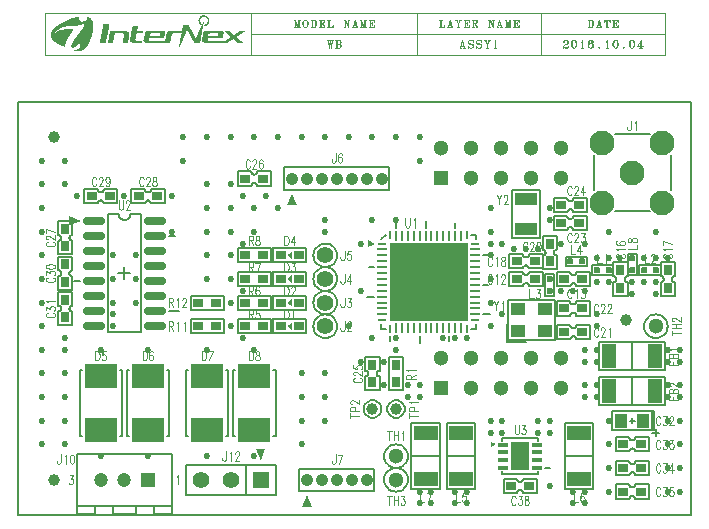
<source format=gbr>
%MOMM*%
%FSLAX33Y33*%
%ADD10C,0.203200*%
%ADD11C,0.120000*%
%ADD12C,0.152400*%
%ADD13C,0.199390*%
%ADD14C,0.070000*%
%ADD17C,1.300000*%
%ADD71R,1.300000X1.300000*%
%ADD25C,1.400000*%
%ADD73R,1.400000X1.400000*%
%ADD140C,1.200000*%
%ADD141R,1.200000X1.200000*%
%ADD142C,1.050000*%
%ADD143C,2.100000*%
%ADD145R,0.800000X0.900000*%
%ADD146R,2.800000X2.000000*%
%ADD147C,0.635000*%
%ADD148R,0.900000X0.800000*%
%ADD149R,2.000000X1.300000*%
%ADD150R,0.900000X0.250000*%
%ADD151R,0.789000X0.254000*%
%ADD152R,0.254000X0.789000*%
%ADD153R,0.250000X0.900000*%
%ADD154R,6.600000X6.600000*%
%ADD155R,0.900000X0.325000*%
%ADD156R,1.650000X2.400000*%
%ADD157R,1.300000X1.050000*%
%ADD158R,1.900000X1.100000*%
%ADD159R,1.100000X1.250000*%
%ADD160R,1.300000X2.000000*%
%ADD190C,1.000000*%
%ADD191C,0.530000*%
G90*G71*G01*D02*G54D10*X000000Y000000D02*X057000Y000000D01*X057000Y035000D01*
X000000Y035000D01*X000000Y000000D01*X011500Y000800D02*X011500Y000100D01*
X012990Y000100D01*X012990Y000800D01*X008000Y000800D02*X008000Y000100D01*
X010000Y000100D01*X010000Y000800D01*X006500Y000800D02*X006500Y000100D01*
X005010Y000100D01*X005010Y000800D01*X005010Y005200D02*X005010Y000800D01*
X012990Y000800D01*X012990Y005200D01*X005010Y005200D01*X019270Y001730D02*
X019270Y004270D01*X021810Y001730D02*X021810Y004270D01*X014190Y004270D01*
X014190Y001730D01*X021810Y001730D01*X023825Y003950D02*X030175Y003950D01*
X030175Y002050D01*X023825Y002050D01*X023825Y003950D01*X031000Y003000D02*
X031019Y002805D01*X031076Y002617D01*X031169Y002444D01*X031293Y002293D01*
X031444Y002169D01*X031617Y002076D01*X031805Y002019D01*X032000Y002000D01*
X032195Y002019D01*X032383Y002076D01*X032556Y002169D01*X032707Y002293D01*
X032831Y002444D01*X032924Y002617D01*X032981Y002805D01*X033000Y003000D01*
X032981Y003195D01*X032924Y003383D01*X032831Y003556D01*X032707Y003707D01*
X032556Y003831D01*X032383Y003924D01*X032195Y003981D01*X032000Y004000D01*
X031805Y003981D01*X031617Y003924D01*X031444Y003831D01*X031293Y003707D01*
X031169Y003556D01*X031076Y003383D01*X031019Y003195D01*X031000Y003000D01*
X035700Y007800D02*X035700Y002200D01*X033300Y002200D01*X033300Y007800D01*
X035700Y007800D01*X035700Y005000D02*X033300Y005000D01*X038700Y007800D02*
X038700Y002200D01*X036300Y002200D01*X036300Y007800D01*X038700Y007800D01*
X038700Y005000D02*X036300Y005000D01*X044000Y003700D02*X044000Y003500D01*
X041000Y003500D01*X041000Y003700D01*X044000Y006300D02*X044000Y006500D01*
X041000Y006500D01*X041000Y006300D01*X048700Y007800D02*X048700Y002200D01*
X046300Y002200D01*X046300Y007800D01*X048700Y007800D01*X048700Y005000D02*
X046300Y005000D01*X031000Y005000D02*X031019Y004805D01*X031076Y004617D01*
X031169Y004444D01*X031293Y004293D01*X031444Y004169D01*X031617Y004076D01*
X031805Y004019D01*X032000Y004000D01*X032195Y004019D01*X032383Y004076D01*
X032556Y004169D01*X032707Y004293D01*X032831Y004444D01*X032924Y004617D01*
X032981Y004805D01*X033000Y005000D01*X032981Y005195D01*X032924Y005383D01*
X032831Y005556D01*X032707Y005707D01*X032556Y005831D01*X032383Y005924D01*
X032195Y005981D01*X032000Y006000D01*X031805Y005981D01*X031617Y005924D01*
X031444Y005831D01*X031293Y005707D01*X031169Y005556D01*X031076Y005383D01*
X031019Y005195D01*X031000Y005000D01*X005400Y006700D02*X005200Y006700D01*
X005200Y012300D01*X005400Y012300D01*X008600Y006700D02*X008800Y006700D01*
X008800Y012300D01*X008600Y012300D01*X009400Y006700D02*X009200Y006700D01*
X009200Y012300D01*X009400Y012300D01*X012600Y006700D02*X012800Y006700D01*
X012800Y012300D01*X012600Y012300D01*X014400Y006700D02*X014200Y006700D01*
X014200Y012300D01*X014400Y012300D01*X017600Y006700D02*X017800Y006700D01*
X017800Y012300D01*X017600Y012300D01*X018400Y006700D02*X018200Y006700D01*
X018200Y012300D01*X018400Y012300D01*X021600Y006700D02*X021800Y006700D01*
X021800Y012300D01*X021600Y012300D01*X029250Y009000D02*X029264Y008854D01*
X029307Y008713D01*X029376Y008583D01*X029470Y008470D01*X029583Y008376D01*
X029713Y008307D01*X029854Y008264D01*X030000Y008250D01*X030146Y008264D01*
X030287Y008307D01*X030417Y008376D01*X030530Y008470D01*X030624Y008583D01*
X030693Y008713D01*X030736Y008854D01*X030750Y009000D01*X030736Y009146D01*
X030693Y009287D01*X030624Y009417D01*X030530Y009530D01*X030417Y009624D01*
X030287Y009693D01*X030146Y009736D01*X030000Y009750D01*X029854Y009736D01*
X029713Y009693D01*X029583Y009624D01*X029470Y009530D01*X029376Y009417D01*
X029307Y009287D01*X029264Y009146D01*X029250Y009000D01*X031250Y009000D02*
X031264Y008854D01*X031307Y008713D01*X031376Y008583D01*X031470Y008470D01*
X031583Y008376D01*X031713Y008307D01*X031854Y008264D01*X032000Y008250D01*
X032146Y008264D01*X032287Y008307D01*X032417Y008376D01*X032530Y008470D01*
X032624Y008583D01*X032693Y008713D01*X032736Y008854D01*X032750Y009000D01*
X032736Y009146D01*X032693Y009287D01*X032624Y009417D01*X032530Y009530D01*
X032417Y009624D01*X032287Y009693D01*X032146Y009736D01*X032000Y009750D01*
X031854Y009736D01*X031713Y009693D01*X031583Y009624D01*X031470Y009530D01*
X031376Y009417D01*X031307Y009287D01*X031264Y009146D01*X031250Y009000D01*
X049200Y011700D02*X054800Y011700D01*X054800Y009300D01*X049200Y009300D01*
X049200Y011700D01*X052000Y011700D02*X052000Y009300D01*X012800Y023675D02*
X013300Y023675D01*X009500Y025500D02*X009498Y025451D01*X009490Y025402D01*
X009478Y025355D01*X009462Y025309D01*X009441Y025264D01*X009416Y025222D01*
X009387Y025183D01*X009354Y025146D01*X009317Y025113D01*X009278Y025084D01*
X009236Y025059D01*X009191Y025038D01*X009145Y025022D01*X009098Y025010D01*
X009049Y025002D01*X009000Y025000D01*X008951Y025002D01*X008902Y025010D01*
X008855Y025022D01*X008809Y025038D01*X008764Y025059D01*X008722Y025084D01*
X008683Y025113D01*X008646Y025146D01*X008613Y025183D01*X008584Y025222D01*
X008559Y025264D01*X008538Y025309D01*X008522Y025355D01*X008510Y025402D01*
X008502Y025451D01*X008500Y025500D01*X009000Y021000D02*X009000Y020000D01*
X008500Y020500D02*X009500Y020500D01*X007600Y025500D02*X008500Y025500D01*
X010400Y025500D02*X009500Y025500D01*X010400Y025500D02*X010400Y015500D01*
X007600Y015500D01*X007600Y025500D01*X004700Y019865D02*X005200Y019865D01*
X012800Y017325D02*X013600Y017325D01*X049200Y014700D02*X054800Y014700D01*
X054800Y012300D01*X049200Y012300D01*X049200Y014700D01*X052000Y014700D02*
X052000Y012300D01*X025000Y016000D02*X025019Y015805D01*X025076Y015617D01*
X025169Y015444D01*X025293Y015293D01*X025444Y015169D01*X025617Y015076D01*
X025805Y015019D01*X026000Y015000D01*X026195Y015019D01*X026383Y015076D01*
X026556Y015169D01*X026707Y015293D01*X026831Y015444D01*X026924Y015617D01*
X026981Y015805D01*X027000Y016000D01*X026981Y016195D01*X026924Y016383D01*
X026831Y016556D01*X026707Y016707D01*X026556Y016831D01*X026383Y016924D01*
X026195Y016981D01*X026000Y017000D01*X025805Y016981D01*X025617Y016924D01*
X025444Y016831D01*X025293Y016707D01*X025169Y016556D01*X025076Y016383D01*
X025019Y016195D01*X025000Y016000D01*X025000Y018000D02*X025019Y017805D01*
X025076Y017617D01*X025169Y017444D01*X025293Y017293D01*X025444Y017169D01*
X025617Y017076D01*X025805Y017019D01*X026000Y017000D01*X026195Y017019D01*
X026383Y017076D01*X026556Y017169D01*X026707Y017293D01*X026831Y017444D01*
X026924Y017617D01*X026981Y017805D01*X027000Y018000D01*X026981Y018195D01*
X026924Y018383D01*X026831Y018556D01*X026707Y018707D01*X026556Y018831D01*
X026383Y018924D01*X026195Y018981D01*X026000Y019000D01*X025805Y018981D01*
X025617Y018924D01*X025444Y018831D01*X025293Y018707D01*X025169Y018556D01*
X025076Y018383D01*X025019Y018195D01*X025000Y018000D01*X032000Y024950D02*
X032000Y024350D01*X031500Y015150D02*X031500Y014750D01*X031150Y023750D02*
X030750Y023350D01*X031150Y015750D02*X030750Y015750D01*X030750Y016150D01*
X038750Y016150D02*X038750Y015750D01*X038350Y015750D01*X038350Y023750D02*
X038750Y023750D01*X038750Y023350D01*X030150Y021000D02*X029750Y021000D01*
X036500Y014750D02*X036500Y015150D01*X034000Y015150D02*X034000Y014550D01*
X039350Y019500D02*X039750Y019500D01*X039950Y017000D02*X039350Y017000D01*
X034500Y024950D02*X034500Y024350D01*X037000Y024350D02*X037000Y024750D01*
X030150Y018500D02*X029550Y018500D01*X039350Y022000D02*X039950Y022000D01*
X041500Y018200D02*X045500Y018200D01*X045500Y014800D01*X041500Y014800D01*
X041500Y018200D01*X041400Y016200D02*X041400Y014700D01*X043000Y014700D01*
X053000Y016000D02*X053019Y015805D01*X053076Y015617D01*X053169Y015444D01*
X053293Y015293D01*X053444Y015169D01*X053617Y015076D01*X053805Y015019D01*
X054000Y015000D01*X054195Y015019D01*X054383Y015076D01*X054556Y015169D01*
X054707Y015293D01*X054831Y015444D01*X054924Y015617D01*X054981Y015805D01*
X055000Y016000D01*X054981Y016195D01*X054924Y016383D01*X054831Y016556D01*
X054707Y016707D01*X054556Y016831D01*X054383Y016924D01*X054195Y016981D01*
X054000Y017000D01*X053805Y016981D01*X053617Y016924D01*X053444Y016831D01*
X053293Y016707D01*X053169Y016556D01*X053076Y016383D01*X053019Y016195D01*
X053000Y016000D01*X025000Y020000D02*X025019Y019805D01*X025076Y019617D01*
X025169Y019444D01*X025293Y019293D01*X025444Y019169D01*X025617Y019076D01*
X025805Y019019D01*X026000Y019000D01*X026195Y019019D01*X026383Y019076D01*
X026556Y019169D01*X026707Y019293D01*X026831Y019444D01*X026924Y019617D01*
X026981Y019805D01*X027000Y020000D01*X026981Y020195D01*X026924Y020383D01*
X026831Y020556D01*X026707Y020707D01*X026556Y020831D01*X026383Y020924D01*
X026195Y020981D01*X026000Y021000D01*X025805Y020981D01*X025617Y020924D01*
X025444Y020831D01*X025293Y020707D01*X025169Y020556D01*X025076Y020383D01*
X025019Y020195D01*X025000Y020000D01*X025000Y022000D02*X025019Y021805D01*
X025076Y021617D01*X025169Y021444D01*X025293Y021293D01*X025444Y021169D01*
X025617Y021076D01*X025805Y021019D01*X026000Y021000D01*X026195Y021019D01*
X026383Y021076D01*X026556Y021169D01*X026707Y021293D01*X026831Y021444D01*
X026924Y021617D01*X026981Y021805D01*X027000Y022000D01*X026981Y022195D01*
X026924Y022383D01*X026831Y022556D01*X026707Y022707D01*X026556Y022831D01*
X026383Y022924D01*X026195Y022981D01*X026000Y023000D01*X025805Y022981D01*
X025617Y022924D01*X025444Y022831D01*X025293Y022707D01*X025169Y022556D01*
X025076Y022383D01*X025019Y022195D01*X025000Y022000D01*X041800Y023500D02*
X044200Y023500D01*X044200Y027500D01*X041800Y027500D01*X041800Y023500D01*
X050500Y025750D02*X053500Y025750D01*X050500Y032250D02*X053500Y032250D01*
X055250Y030500D02*X055250Y027500D01*X048750Y030500D02*X048750Y027500D01*
X022555Y029450D02*X031445Y029450D01*X031445Y027550D01*X022555Y027550D01*
X022555Y029450D01*D02*G54D11*X004369Y003388D02*X004653Y003388D01*
X004496Y003085D01*X004576Y003085D01*X004627Y003048D01*X004653Y003012D01*
X004682Y002903D01*X004682Y002818D01*X004653Y002709D01*X004602Y002636D01*
X004525Y002600D01*X004445Y002600D01*X004369Y002636D01*X004343Y002673D01*
X004318Y002745D01*X003618Y005150D02*X003618Y004544D01*X003582Y004423D01*
X003546Y004386D01*X003476Y004350D01*X003400Y004350D01*X003331Y004386D01*
X003294Y004423D01*X003258Y004544D01*X003258Y004617D01*X003960Y004992D02*
X003989Y005029D01*X004033Y005138D01*X004033Y004350D01*X004535Y005138D02*
X004454Y005102D01*X004403Y004992D01*X004378Y004798D01*X004378Y004689D01*
X004403Y004495D01*X004454Y004386D01*X004535Y004350D01*X004585Y004350D01*
X004662Y004386D01*X004713Y004495D01*X004742Y004689D01*X004742Y004798D01*
X004713Y004992D01*X004662Y005102D01*X004585Y005138D01*X004535Y005138D01*
X013460Y003242D02*X013489Y003279D01*X013533Y003388D01*X013533Y002600D01*
X017618Y005400D02*X017618Y004794D01*X017582Y004673D01*X017546Y004636D01*
X017476Y004600D01*X017400Y004600D01*X017331Y004636D01*X017294Y004673D01*
X017258Y004794D01*X017258Y004867D01*X017960Y005242D02*X017989Y005279D01*
X018033Y005388D01*X018033Y004600D01*X018403Y005206D02*X018403Y005242D01*
X018429Y005315D01*X018454Y005352D01*X018505Y005400D01*X018611Y005400D01*
X018662Y005352D01*X018687Y005315D01*X018713Y005242D01*X018713Y005170D01*
X018687Y005097D01*X018636Y004976D01*X018378Y004600D01*X018742Y004600D01*
X054372Y002206D02*X054347Y002279D01*X054296Y002352D01*X054248Y002400D01*
X054150Y002400D01*X054103Y002352D01*X054055Y002279D01*X054030Y002206D01*
X054008Y002097D01*X054008Y001903D01*X054030Y001794D01*X054055Y001709D01*
X054103Y001636D01*X054150Y001600D01*X054248Y001600D01*X054296Y001636D01*
X054347Y001709D01*X054372Y001794D01*X054619Y002388D02*X054903Y002388D01*
X054746Y002085D01*X054826Y002085D01*X054877Y002048D01*X054903Y002012D01*
X054932Y001903D01*X054932Y001818D01*X054903Y001709D01*X054852Y001636D01*
X054775Y001600D01*X054695Y001600D01*X054619Y001636D01*X054593Y001673D01*
X054568Y001745D01*X055437Y002388D02*X055179Y002388D01*X055153Y002048D01*
X055179Y002085D01*X055255Y002121D01*X055332Y002121D01*X055412Y002085D01*
X055463Y002012D01*X055492Y001903D01*X055492Y001818D01*X055463Y001709D01*
X055412Y001636D01*X055332Y001600D01*X055255Y001600D01*X055179Y001636D01*
X055153Y001673D01*X055128Y001745D01*X026898Y005150D02*X026898Y004544D01*
X026862Y004423D01*X026826Y004386D01*X026756Y004350D01*X026680Y004350D01*
X026611Y004386D01*X026574Y004423D01*X026538Y004544D01*X026538Y004617D01*
X027098Y005138D02*X027462Y005138D01*X027200Y004350D01*X031258Y001650D02*
X031622Y001650D01*X031440Y001650D02*X031440Y000850D01*X031818Y001262D02*
X032182Y001262D01*X032182Y001650D02*X032182Y000850D01*X031818Y001650D02*
X031818Y000850D01*X032429Y001638D02*X032713Y001638D01*X032556Y001335D01*
X032636Y001335D01*X032687Y001298D01*X032713Y001262D01*X032742Y001153D01*
X032742Y001068D01*X032713Y000959D01*X032662Y000886D01*X032585Y000850D01*
X032505Y000850D01*X032429Y000886D01*X032403Y000923D01*X032378Y000995D01*
X034038Y001900D02*X034038Y001100D01*X034402Y001100D01*X034598Y001888D02*
X034962Y001888D01*X034700Y001100D01*X037038Y001900D02*X037038Y001100D01*
X037402Y001100D01*X037907Y001888D02*X037649Y001888D01*X037623Y001548D01*
X037649Y001585D01*X037725Y001621D01*X037802Y001621D01*X037882Y001585D01*
X037933Y001512D01*X037962Y001403D01*X037962Y001318D01*X037933Y001209D01*
X037882Y001136D01*X037802Y001100D01*X037725Y001100D01*X037649Y001136D01*
X037623Y001173D01*X037598Y001245D01*X042038Y007650D02*X042038Y007080D01*
X042063Y006959D01*X042114Y006886D01*X042195Y006850D01*X042245Y006850D01*
X042322Y006886D01*X042373Y006959D01*X042402Y007080D01*X042402Y007650D01*
X042649Y007638D02*X042933Y007638D01*X042776Y007335D01*X042856Y007335D01*
X042907Y007298D01*X042933Y007262D01*X042962Y007153D01*X042962Y007068D01*
X042933Y006959D01*X042882Y006886D01*X042805Y006850D01*X042725Y006850D01*
X042649Y006886D01*X042623Y006923D01*X042598Y006995D01*X042122Y001456D02*
X042097Y001529D01*X042046Y001602D01*X041998Y001650D01*X041900Y001650D01*
X041853Y001602D01*X041805Y001529D01*X041780Y001456D01*X041758Y001347D01*
X041758Y001153D01*X041780Y001044D01*X041805Y000959D01*X041853Y000886D01*
X041900Y000850D01*X041998Y000850D01*X042046Y000886D01*X042097Y000959D01*
X042122Y001044D01*X042369Y001638D02*X042653Y001638D01*X042496Y001335D01*
X042576Y001335D01*X042627Y001298D01*X042653Y001262D01*X042682Y001153D01*
X042682Y001068D01*X042653Y000959D01*X042602Y000886D01*X042525Y000850D01*
X042445Y000850D01*X042369Y000886D01*X042343Y000923D01*X042318Y000995D01*
X043005Y001638D02*X042929Y001602D01*X042903Y001529D01*X042903Y001456D01*
X042929Y001371D01*X042980Y001335D01*X043085Y001298D01*X043162Y001262D01*
X043213Y001189D01*X043242Y001117D01*X043242Y000995D01*X043213Y000923D01*
X043187Y000886D01*X043111Y000850D01*X043005Y000850D01*X042929Y000886D01*
X042903Y000923D01*X042878Y000995D01*X042878Y001117D01*X042903Y001189D01*
X042954Y001262D01*X043031Y001298D01*X043136Y001335D01*X043187Y001371D01*
X043213Y001456D01*X043213Y001529D01*X043187Y001602D01*X043111Y001638D01*
X043005Y001638D01*X047038Y001900D02*X047038Y001100D01*X047402Y001100D01*
X047933Y001779D02*X047904Y001852D01*X047820Y001888D01*X047765Y001888D01*
X047682Y001852D01*X047623Y001742D01*X047598Y001548D01*X047598Y001367D01*
X047623Y001209D01*X047682Y001136D01*X047765Y001100D01*X047791Y001100D01*
X047875Y001136D01*X047933Y001209D01*X047962Y001318D01*X047962Y001367D01*
X047933Y001476D01*X047875Y001548D01*X047791Y001585D01*X047765Y001585D01*
X047682Y001548D01*X047623Y001476D01*X047598Y001367D01*X054372Y004206D02*
X054347Y004279D01*X054296Y004352D01*X054248Y004400D01*X054150Y004400D01*
X054103Y004352D01*X054055Y004279D01*X054030Y004206D01*X054008Y004097D01*
X054008Y003903D01*X054030Y003794D01*X054055Y003709D01*X054103Y003636D01*
X054150Y003600D01*X054248Y003600D01*X054296Y003636D01*X054347Y003709D01*
X054372Y003794D01*X054619Y004388D02*X054903Y004388D01*X054746Y004085D01*
X054826Y004085D01*X054877Y004048D01*X054903Y004012D01*X054932Y003903D01*
X054932Y003818D01*X054903Y003709D01*X054852Y003636D01*X054775Y003600D01*
X054695Y003600D01*X054619Y003636D01*X054593Y003673D01*X054568Y003745D01*
X055368Y004388D02*X055368Y003600D01*X055368Y004388D02*X055128Y003867D01*
X055492Y003867D01*X031258Y007150D02*X031622Y007150D01*X031440Y007150D02*
X031440Y006350D01*X031818Y006762D02*X032182Y006762D01*X032182Y007150D02*
X032182Y006350D01*X031818Y007150D02*X031818Y006350D01*X032520Y006992D02*
X032549Y007029D01*X032593Y007138D01*X032593Y006350D01*X054372Y006206D02*
X054347Y006279D01*X054296Y006352D01*X054248Y006400D01*X054150Y006400D01*
X054103Y006352D01*X054055Y006279D01*X054030Y006206D01*X054008Y006097D01*
X054008Y005903D01*X054030Y005794D01*X054055Y005709D01*X054103Y005636D01*
X054150Y005600D01*X054248Y005600D01*X054296Y005636D01*X054347Y005709D01*
X054372Y005794D01*X054619Y006388D02*X054903Y006388D01*X054746Y006085D01*
X054826Y006085D01*X054877Y006048D01*X054903Y006012D01*X054932Y005903D01*
X054932Y005818D01*X054903Y005709D01*X054852Y005636D01*X054775Y005600D01*
X054695Y005600D01*X054619Y005636D01*X054593Y005673D01*X054568Y005745D01*
X055179Y006388D02*X055463Y006388D01*X055306Y006085D01*X055386Y006085D01*
X055437Y006048D01*X055463Y006012D01*X055492Y005903D01*X055492Y005818D01*
X055463Y005709D01*X055412Y005636D01*X055335Y005600D01*X055255Y005600D01*
X055179Y005636D01*X055153Y005673D01*X055128Y005745D01*X054372Y008206D02*
X054347Y008279D01*X054296Y008352D01*X054248Y008400D01*X054150Y008400D01*
X054103Y008352D01*X054055Y008279D01*X054030Y008206D01*X054008Y008097D01*
X054008Y007903D01*X054030Y007794D01*X054055Y007709D01*X054103Y007636D01*
X054150Y007600D01*X054248Y007600D01*X054296Y007636D01*X054347Y007709D01*
X054372Y007794D01*X054619Y008388D02*X054903Y008388D01*X054746Y008085D01*
X054826Y008085D01*X054877Y008048D01*X054903Y008012D01*X054932Y007903D01*
X054932Y007818D01*X054903Y007709D01*X054852Y007636D01*X054775Y007600D01*
X054695Y007600D01*X054619Y007636D01*X054593Y007673D01*X054568Y007745D01*
X055153Y008206D02*X055153Y008242D01*X055179Y008315D01*X055204Y008352D01*
X055255Y008400D01*X055361Y008400D01*X055412Y008352D01*X055437Y008315D01*
X055463Y008242D01*X055463Y008170D01*X055437Y008097D01*X055386Y007976D01*
X055128Y007600D01*X055492Y007600D01*X006538Y013900D02*X006720Y013900D01*
X006796Y013852D01*X006847Y013779D01*X006873Y013706D01*X006902Y013597D01*
X006902Y013403D01*X006873Y013294D01*X006847Y013209D01*X006796Y013136D01*
X006720Y013100D01*X006538Y013100D01*X006538Y013900D01*X007407Y013888D02*
X007149Y013888D01*X007123Y013548D01*X007149Y013585D01*X007225Y013621D01*
X007302Y013621D01*X007382Y013585D01*X007433Y013512D01*X007462Y013403D01*
X007462Y013318D01*X007433Y013209D01*X007382Y013136D01*X007302Y013100D01*
X007225Y013100D01*X007149Y013136D01*X007123Y013173D01*X007098Y013245D01*
X010538Y013900D02*X010720Y013900D01*X010796Y013852D01*X010847Y013779D01*
X010873Y013706D01*X010902Y013597D01*X010902Y013403D01*X010873Y013294D01*
X010847Y013209D01*X010796Y013136D01*X010720Y013100D01*X010538Y013100D01*
X010538Y013900D01*X011433Y013779D02*X011404Y013852D01*X011320Y013888D01*
X011265Y013888D01*X011182Y013852D01*X011123Y013742D01*X011098Y013548D01*
X011098Y013367D01*X011123Y013209D01*X011182Y013136D01*X011265Y013100D01*
X011291Y013100D01*X011375Y013136D01*X011433Y013209D01*X011462Y013318D01*
X011462Y013367D01*X011433Y013476D01*X011375Y013548D01*X011291Y013585D01*
X011265Y013585D01*X011182Y013548D01*X011123Y013476D01*X011098Y013367D01*
X015538Y013900D02*X015720Y013900D01*X015796Y013852D01*X015847Y013779D01*
X015873Y013706D01*X015902Y013597D01*X015902Y013403D01*X015873Y013294D01*
X015847Y013209D01*X015796Y013136D01*X015720Y013100D01*X015538Y013100D01*
X015538Y013900D01*X016098Y013888D02*X016462Y013888D01*X016200Y013100D01*
X019538Y013900D02*X019720Y013900D01*X019796Y013852D01*X019847Y013779D01*
X019873Y013706D01*X019902Y013597D01*X019902Y013403D01*X019873Y013294D01*
X019847Y013209D01*X019796Y013136D01*X019720Y013100D01*X019538Y013100D01*
X019538Y013900D01*X020225Y013888D02*X020149Y013852D01*X020123Y013779D01*
X020123Y013706D01*X020149Y013621D01*X020200Y013585D01*X020305Y013548D01*
X020382Y013512D01*X020433Y013439D01*X020462Y013367D01*X020462Y013245D01*
X020433Y013173D01*X020407Y013136D01*X020331Y013100D01*X020225Y013100D01*
X020149Y013136D01*X020123Y013173D01*X020098Y013245D01*X020098Y013367D01*
X020123Y013439D01*X020174Y013512D01*X020251Y013548D01*X020356Y013585D01*
X020407Y013621D01*X020433Y013706D01*X020433Y013779D01*X020407Y013852D01*
X020331Y013888D01*X020225Y013888D01*X028100Y008258D02*X028100Y008622D01*
X028100Y008440D02*X028900Y008440D01*X028900Y008818D02*X028100Y008818D01*
X028100Y009051D01*X028148Y009127D01*X028185Y009153D01*X028258Y009182D01*
X028367Y009182D01*X028452Y009153D01*X028488Y009127D01*X028524Y009051D01*
X028524Y008818D01*X028294Y009403D02*X028258Y009403D01*X028185Y009429D01*
X028148Y009454D01*X028100Y009505D01*X028100Y009611D01*X028148Y009662D01*
X028185Y009687D01*X028258Y009713D01*X028330Y009713D01*X028403Y009687D01*
X028524Y009636D01*X028900Y009378D01*X028900Y009742D01*X033100Y008258D02*
X033100Y008622D01*X033100Y008440D02*X033900Y008440D01*X033900Y008818D02*
X033100Y008818D01*X033100Y009051D01*X033148Y009127D01*X033185Y009153D01*
X033258Y009182D01*X033367Y009182D01*X033452Y009153D01*X033488Y009127D01*
X033524Y009051D01*X033524Y008818D01*X033258Y009520D02*X033221Y009549D01*
X033112Y009593D01*X033900Y009593D01*X028544Y011622D02*X028471Y011597D01*
X028398Y011546D01*X028350Y011498D01*X028350Y011400D01*X028398Y011353D01*
X028471Y011305D01*X028544Y011280D01*X028653Y011258D01*X028847Y011258D01*
X028956Y011280D01*X029041Y011305D01*X029114Y011353D01*X029150Y011400D01*
X029150Y011498D01*X029114Y011546D01*X029041Y011597D01*X028956Y011622D01*
X028544Y011843D02*X028508Y011843D01*X028435Y011869D01*X028398Y011894D01*
X028350Y011945D01*X028350Y012051D01*X028398Y012102D01*X028435Y012127D01*
X028508Y012153D01*X028580Y012153D01*X028653Y012127D01*X028774Y012076D01*
X029150Y011818D01*X029150Y012182D01*X028362Y012687D02*X028362Y012429D01*
X028702Y012403D01*X028665Y012429D01*X028629Y012505D01*X028629Y012582D01*
X028665Y012662D01*X028738Y012713D01*X028847Y012742D01*X028932Y012742D01*
X029041Y012713D01*X029114Y012662D01*X029150Y012582D01*X029150Y012505D01*
X029114Y012429D01*X029077Y012403D01*X029005Y012378D01*X033650Y011538D02*
X032850Y011538D01*X032850Y011771D01*X032898Y011847D01*X032935Y011873D01*
X033008Y011902D01*X033080Y011902D01*X033153Y011873D01*X033202Y011847D01*
X033238Y011771D01*X033238Y011538D01*X033238Y011716D02*X033650Y011902D01*
X033008Y012240D02*X032971Y012269D01*X032862Y012313D01*X033650Y012313D01*
X055100Y010122D02*X055100Y009758D01*X055900Y009758D01*X055488Y009758D02*
X055488Y009980D01*X055488Y010318D02*X055488Y010551D01*X055524Y010627D01*
X055561Y010653D01*X055633Y010682D01*X055755Y010682D01*X055827Y010653D01*
X055864Y010627D01*X055900Y010551D01*X055900Y010318D01*X055100Y010318D01*
X055100Y010551D01*X055148Y010627D01*X055185Y010653D01*X055258Y010682D01*
X055330Y010682D01*X055403Y010653D01*X055452Y010627D01*X055488Y010551D01*
X055294Y010903D02*X055258Y010903D01*X055185Y010929D01*X055148Y010954D01*
X055100Y011005D01*X055100Y011111D01*X055148Y011162D01*X055185Y011187D01*
X055258Y011213D01*X055330Y011213D01*X055403Y011187D01*X055524Y011136D01*
X055900Y010878D01*X055900Y011242D01*X008538Y026650D02*X008538Y026080D01*
X008563Y025959D01*X008614Y025886D01*X008695Y025850D01*X008745Y025850D01*
X008822Y025886D01*X008873Y025959D01*X008902Y026080D01*X008902Y026650D01*
X009123Y026456D02*X009123Y026492D01*X009149Y026565D01*X009174Y026602D01*
X009225Y026650D01*X009331Y026650D01*X009382Y026602D01*X009407Y026565D01*
X009433Y026492D01*X009433Y026420D01*X009407Y026347D01*X009356Y026226D01*
X009098Y025850D01*X009462Y025850D01*X012758Y015600D02*X012758Y016400D01*
X012991Y016400D01*X013067Y016352D01*X013093Y016315D01*X013122Y016242D01*
X013122Y016170D01*X013093Y016097D01*X013067Y016048D01*X012991Y016012D01*
X012758Y016012D01*X012936Y016012D02*X013122Y015600D01*X013460Y016242D02*
X013489Y016279D01*X013533Y016388D01*X013533Y015600D01*X014020Y016242D02*
X014049Y016279D01*X014093Y016388D01*X014093Y015600D01*X022538Y017400D02*
X022720Y017400D01*X022796Y017352D01*X022847Y017279D01*X022873Y017206D01*
X022902Y017097D01*X022902Y016903D01*X022873Y016794D01*X022847Y016709D01*
X022796Y016636D01*X022720Y016600D01*X022538Y016600D01*X022538Y017400D01*
X023240Y017242D02*X023269Y017279D01*X023313Y017388D01*X023313Y016600D01*
X049122Y015706D02*X049097Y015779D01*X049046Y015852D01*X048998Y015900D01*
X048900Y015900D01*X048853Y015852D01*X048805Y015779D01*X048780Y015706D01*
X048758Y015597D01*X048758Y015403D01*X048780Y015294D01*X048805Y015209D01*
X048853Y015136D01*X048900Y015100D01*X048998Y015100D01*X049046Y015136D01*
X049097Y015209D01*X049122Y015294D01*X049343Y015706D02*X049343Y015742D01*
X049369Y015815D01*X049394Y015852D01*X049445Y015900D01*X049551Y015900D01*
X049602Y015852D01*X049627Y015815D01*X049653Y015742D01*X049653Y015670D01*
X049627Y015597D01*X049576Y015476D01*X049318Y015100D01*X049682Y015100D01*
X050020Y015742D02*X050049Y015779D01*X050093Y015888D01*X050093Y015100D01*
X055100Y013122D02*X055100Y012758D01*X055900Y012758D01*X055488Y012758D02*
X055488Y012980D01*X055488Y013318D02*X055488Y013551D01*X055524Y013627D01*
X055561Y013653D01*X055633Y013682D01*X055755Y013682D01*X055827Y013653D01*
X055864Y013627D01*X055900Y013551D01*X055900Y013318D01*X055100Y013318D01*
X055100Y013551D01*X055148Y013627D01*X055185Y013653D01*X055258Y013682D01*
X055330Y013682D01*X055403Y013653D01*X055452Y013627D01*X055488Y013551D01*
X055258Y014020D02*X055221Y014049D01*X055112Y014093D01*X055900Y014093D01*
X002544Y017122D02*X002471Y017097D01*X002398Y017046D01*X002350Y016998D01*
X002350Y016900D01*X002398Y016853D01*X002471Y016805D01*X002544Y016780D01*
X002653Y016758D01*X002847Y016758D01*X002956Y016780D01*X003041Y016805D01*
X003114Y016853D01*X003150Y016900D01*X003150Y016998D01*X003114Y017046D01*
X003041Y017097D01*X002956Y017122D01*X002362Y017369D02*X002362Y017653D01*
X002665Y017496D01*X002665Y017576D01*X002702Y017627D01*X002738Y017653D01*
X002847Y017682D01*X002932Y017682D01*X003041Y017653D01*X003114Y017602D01*
X003150Y017525D01*X003150Y017445D01*X003114Y017369D01*X003077Y017343D01*
X003005Y017318D01*X002508Y018020D02*X002471Y018049D01*X002362Y018093D01*
X003150Y018093D01*X012758Y017600D02*X012758Y018400D01*X012991Y018400D01*
X013067Y018352D01*X013093Y018315D01*X013122Y018242D01*X013122Y018170D01*
X013093Y018097D01*X013067Y018048D01*X012991Y018012D01*X012758Y018012D01*
X012936Y018012D02*X013122Y017600D01*X013460Y018242D02*X013489Y018279D01*
X013533Y018388D01*X013533Y017600D01*X013903Y018206D02*X013903Y018242D01*
X013929Y018315D01*X013954Y018352D01*X014005Y018400D01*X014111Y018400D01*
X014162Y018352D01*X014187Y018315D01*X014213Y018242D01*X014213Y018170D01*
X014187Y018097D01*X014136Y017976D01*X013878Y017600D01*X014242Y017600D01*
X022538Y019400D02*X022720Y019400D01*X022796Y019352D01*X022847Y019279D01*
X022873Y019206D01*X022902Y019097D01*X022902Y018903D01*X022873Y018794D01*
X022847Y018709D01*X022796Y018636D01*X022720Y018600D01*X022538Y018600D01*
X022538Y019400D01*X023123Y019206D02*X023123Y019242D01*X023149Y019315D01*
X023174Y019352D01*X023225Y019400D01*X023331Y019400D01*X023382Y019352D01*
X023407Y019315D01*X023433Y019242D01*X023433Y019170D01*X023407Y019097D01*
X023356Y018976D01*X023098Y018600D01*X023462Y018600D01*X019538Y016600D02*
X019538Y017400D01*X019771Y017400D01*X019847Y017352D01*X019873Y017315D01*
X019902Y017242D01*X019902Y017170D01*X019873Y017097D01*X019847Y017048D01*
X019771Y017012D01*X019538Y017012D01*X019716Y017012D02*X019902Y016600D01*
X020407Y017388D02*X020149Y017388D01*X020123Y017048D01*X020149Y017085D01*
X020225Y017121D01*X020302Y017121D01*X020382Y017085D01*X020433Y017012D01*
X020462Y016903D01*X020462Y016818D01*X020433Y016709D01*X020382Y016636D01*
X020302Y016600D01*X020225Y016600D01*X020149Y016636D01*X020123Y016673D01*
X020098Y016745D01*X027648Y016400D02*X027648Y015794D01*X027612Y015673D01*
X027576Y015636D01*X027506Y015600D01*X027430Y015600D01*X027361Y015636D01*
X027324Y015673D01*X027288Y015794D01*X027288Y015867D01*X027873Y016206D02*
X027873Y016242D01*X027899Y016315D01*X027924Y016352D01*X027975Y016400D01*
X028081Y016400D01*X028132Y016352D01*X028157Y016315D01*X028183Y016242D01*
X028183Y016170D01*X028157Y016097D01*X028106Y015976D01*X027848Y015600D01*
X028212Y015600D01*X027648Y018400D02*X027648Y017794D01*X027612Y017673D01*
X027576Y017636D01*X027506Y017600D01*X027430Y017600D01*X027361Y017636D01*
X027324Y017673D01*X027288Y017794D01*X027288Y017867D01*X027899Y018388D02*
X028183Y018388D01*X028026Y018085D01*X028106Y018085D01*X028157Y018048D01*
X028183Y018012D01*X028212Y017903D01*X028212Y017818D01*X028183Y017709D01*
X028132Y017636D01*X028055Y017600D01*X027975Y017600D01*X027899Y017636D01*
X027873Y017673D01*X027848Y017745D01*X032788Y025150D02*X032788Y024580D01*
X032813Y024459D01*X032864Y024386D01*X032945Y024350D01*X032995Y024350D01*
X033072Y024386D01*X033123Y024459D01*X033152Y024580D01*X033152Y025150D01*
X033490Y024992D02*X033519Y025029D01*X033563Y025138D01*X033563Y024350D01*
X040652Y018150D02*X040470Y017762D01*X040288Y018150D02*X040470Y017762D01*
X040470Y017350D01*X040990Y017992D02*X041019Y018029D01*X041063Y018138D01*
X041063Y017350D01*X049122Y017706D02*X049097Y017779D01*X049046Y017852D01*
X048998Y017900D01*X048900Y017900D01*X048853Y017852D01*X048805Y017779D01*
X048780Y017706D01*X048758Y017597D01*X048758Y017403D01*X048780Y017294D01*
X048805Y017209D01*X048853Y017136D01*X048900Y017100D01*X048998Y017100D01*
X049046Y017136D01*X049097Y017209D01*X049122Y017294D01*X049343Y017706D02*
X049343Y017742D01*X049369Y017815D01*X049394Y017852D01*X049445Y017900D01*
X049551Y017900D01*X049602Y017852D01*X049627Y017815D01*X049653Y017742D01*
X049653Y017670D01*X049627Y017597D01*X049576Y017476D01*X049318Y017100D01*
X049682Y017100D01*X049903Y017706D02*X049903Y017742D01*X049929Y017815D01*
X049954Y017852D01*X050005Y017900D01*X050111Y017900D01*X050162Y017852D01*
X050187Y017815D01*X050213Y017742D01*X050213Y017670D01*X050187Y017597D01*
X050136Y017476D01*X049878Y017100D01*X050242Y017100D01*X043288Y019150D02*
X043288Y018350D01*X043652Y018350D01*X043899Y019138D02*X044183Y019138D01*
X044026Y018835D01*X044106Y018835D01*X044157Y018798D01*X044183Y018762D01*
X044212Y018653D01*X044212Y018568D01*X044183Y018459D01*X044132Y018386D01*
X044055Y018350D01*X043975Y018350D01*X043899Y018386D01*X043873Y018423D01*
X043848Y018495D01*X055350Y015258D02*X055350Y015622D01*X055350Y015440D02*
X056150Y015440D01*X055738Y015818D02*X055738Y016182D01*X055350Y016182D02*
X056150Y016182D01*X055350Y015818D02*X056150Y015818D01*X055544Y016403D02*
X055508Y016403D01*X055435Y016429D01*X055398Y016454D01*X055350Y016505D01*
X055350Y016611D01*X055398Y016662D01*X055435Y016687D01*X055508Y016713D01*
X055580Y016713D01*X055653Y016687D01*X055774Y016636D01*X056150Y016378D01*
X056150Y016742D01*X002544Y020122D02*X002471Y020097D01*X002398Y020046D01*
X002350Y019998D01*X002350Y019900D01*X002398Y019853D01*X002471Y019805D01*
X002544Y019780D01*X002653Y019758D01*X002847Y019758D01*X002956Y019780D01*
X003041Y019805D01*X003114Y019853D01*X003150Y019900D01*X003150Y019998D01*
X003114Y020046D01*X003041Y020097D01*X002956Y020122D01*X002362Y020369D02*
X002362Y020653D01*X002665Y020496D01*X002665Y020576D01*X002702Y020627D01*
X002738Y020653D01*X002847Y020682D01*X002932Y020682D01*X003041Y020653D01*
X003114Y020602D01*X003150Y020525D01*X003150Y020445D01*X003114Y020369D01*
X003077Y020343D01*X003005Y020318D01*X002362Y021035D02*X002398Y020954D01*
X002508Y020903D01*X002702Y020878D01*X002811Y020878D01*X003005Y020903D01*
X003114Y020954D01*X003150Y021035D01*X003150Y021085D01*X003114Y021162D01*
X003005Y021213D01*X002811Y021242D01*X002702Y021242D01*X002508Y021213D01*
X002398Y021162D01*X002362Y021085D01*X002362Y021035D01*X022538Y021400D02*
X022720Y021400D01*X022796Y021352D01*X022847Y021279D01*X022873Y021206D01*
X022902Y021097D01*X022902Y020903D01*X022873Y020794D01*X022847Y020709D01*
X022796Y020636D01*X022720Y020600D01*X022538Y020600D01*X022538Y021400D01*
X023149Y021388D02*X023433Y021388D01*X023276Y021085D01*X023356Y021085D01*
X023407Y021048D01*X023433Y021012D01*X023462Y020903D01*X023462Y020818D01*
X023433Y020709D01*X023382Y020636D01*X023305Y020600D01*X023225Y020600D01*
X023149Y020636D01*X023123Y020673D01*X023098Y020745D01*X022538Y023650D02*
X022720Y023650D01*X022796Y023602D01*X022847Y023529D01*X022873Y023456D01*
X022902Y023347D01*X022902Y023153D01*X022873Y023044D01*X022847Y022959D01*
X022796Y022886D01*X022720Y022850D01*X022538Y022850D01*X022538Y023650D01*
X023338Y023638D02*X023338Y022850D01*X023338Y023638D02*X023098Y023117D01*
X023462Y023117D01*X019538Y018600D02*X019538Y019400D01*X019771Y019400D01*
X019847Y019352D01*X019873Y019315D01*X019902Y019242D01*X019902Y019170D01*
X019873Y019097D01*X019847Y019048D01*X019771Y019012D01*X019538Y019012D01*
X019716Y019012D02*X019902Y018600D01*X020433Y019279D02*X020404Y019352D01*
X020320Y019388D01*X020265Y019388D01*X020182Y019352D01*X020123Y019242D01*
X020098Y019048D01*X020098Y018867D01*X020123Y018709D01*X020182Y018636D01*
X020265Y018600D01*X020291Y018600D01*X020375Y018636D01*X020433Y018709D01*
X020462Y018818D01*X020462Y018867D01*X020433Y018976D01*X020375Y019048D01*
X020291Y019085D01*X020265Y019085D01*X020182Y019048D01*X020123Y018976D01*
X020098Y018867D01*X019538Y020600D02*X019538Y021400D01*X019771Y021400D01*
X019847Y021352D01*X019873Y021315D01*X019902Y021242D01*X019902Y021170D01*
X019873Y021097D01*X019847Y021048D01*X019771Y021012D01*X019538Y021012D01*
X019716Y021012D02*X019902Y020600D01*X020098Y021388D02*X020462Y021388D01*
X020200Y020600D01*X027648Y020400D02*X027648Y019794D01*X027612Y019673D01*
X027576Y019636D01*X027506Y019600D01*X027430Y019600D01*X027361Y019636D01*
X027324Y019673D01*X027288Y019794D01*X027288Y019867D01*X028088Y020388D02*
X028088Y019600D01*X028088Y020388D02*X027848Y019867D01*X028212Y019867D01*
X040122Y020206D02*X040097Y020279D01*X040046Y020352D01*X039998Y020400D01*
X039900Y020400D01*X039853Y020352D01*X039805Y020279D01*X039780Y020206D01*
X039758Y020097D01*X039758Y019903D01*X039780Y019794D01*X039805Y019709D01*
X039853Y019636D01*X039900Y019600D01*X039998Y019600D01*X040046Y019636D01*
X040097Y019709D01*X040122Y019794D01*X040460Y020242D02*X040489Y020279D01*
X040533Y020388D01*X040533Y019600D01*X040903Y020206D02*X040903Y020242D01*
X040929Y020315D01*X040954Y020352D01*X041005Y020400D01*X041111Y020400D01*
X041162Y020352D01*X041187Y020315D01*X041213Y020242D01*X041213Y020170D01*
X041187Y020097D01*X041136Y019976D01*X040878Y019600D01*X041242Y019600D01*
X046872Y018956D02*X046847Y019029D01*X046796Y019102D01*X046748Y019150D01*
X046650Y019150D01*X046603Y019102D01*X046555Y019029D01*X046530Y018956D01*
X046508Y018847D01*X046508Y018653D01*X046530Y018544D01*X046555Y018459D01*
X046603Y018386D01*X046650Y018350D01*X046748Y018350D01*X046796Y018386D01*
X046847Y018459D01*X046872Y018544D01*X047210Y018992D02*X047239Y019029D01*
X047283Y019138D01*X047283Y018350D01*X047679Y019138D02*X047963Y019138D01*
X047806Y018835D01*X047886Y018835D01*X047937Y018798D01*X047963Y018762D01*
X047992Y018653D01*X047992Y018568D01*X047963Y018459D01*X047912Y018386D01*
X047835Y018350D01*X047755Y018350D01*X047679Y018386D01*X047653Y018423D01*
X047628Y018495D01*X043122Y022956D02*X043097Y023029D01*X043046Y023102D01*
X042998Y023150D01*X042900Y023150D01*X042853Y023102D01*X042805Y023029D01*
X042780Y022956D01*X042758Y022847D01*X042758Y022653D01*X042780Y022544D01*
X042805Y022459D01*X042853Y022386D01*X042900Y022350D01*X042998Y022350D01*
X043046Y022386D01*X043097Y022459D01*X043122Y022544D01*X043343Y022956D02*
X043343Y022992D01*X043369Y023065D01*X043394Y023102D01*X043445Y023150D01*
X043551Y023150D01*X043602Y023102D01*X043627Y023065D01*X043653Y022992D01*
X043653Y022920D01*X043627Y022847D01*X043576Y022726D01*X043318Y022350D01*
X043682Y022350D01*X044035Y023138D02*X043954Y023102D01*X043903Y022992D01*
X043878Y022798D01*X043878Y022689D01*X043903Y022495D01*X043954Y022386D01*
X044035Y022350D01*X044085Y022350D01*X044162Y022386D01*X044213Y022495D01*
X044242Y022689D01*X044242Y022798D01*X044213Y022992D01*X044162Y023102D01*
X044085Y023138D01*X044035Y023138D01*X051600Y022538D02*X052400Y022538D01*
X052400Y022902D01*X051612Y023225D02*X051648Y023149D01*X051721Y023123D01*
X051794Y023123D01*X051879Y023149D01*X051915Y023200D01*X051952Y023305D01*
X051988Y023382D01*X052061Y023433D01*X052133Y023462D01*X052255Y023462D01*
X052327Y023433D01*X052364Y023407D01*X052400Y023331D01*X052400Y023225D01*
X052364Y023149D01*X052327Y023123D01*X052255Y023098D01*X052133Y023098D01*
X052061Y023123D01*X051988Y023174D01*X051952Y023251D01*X051915Y023356D01*
X051879Y023407D01*X051794Y023433D01*X051721Y023433D01*X051648Y023407D01*
X051612Y023331D01*X051612Y023225D01*X050794Y022122D02*X050721Y022097D01*
X050648Y022046D01*X050600Y021998D01*X050600Y021900D01*X050648Y021853D01*
X050721Y021805D01*X050794Y021780D01*X050903Y021758D01*X051097Y021758D01*
X051206Y021780D01*X051291Y021805D01*X051364Y021853D01*X051400Y021900D01*
X051400Y021998D01*X051364Y022046D01*X051291Y022097D01*X051206Y022122D01*
X050758Y022460D02*X050721Y022489D01*X050612Y022533D01*X051400Y022533D01*
X050721Y023213D02*X050648Y023184D01*X050612Y023100D01*X050612Y023045D01*
X050648Y022962D01*X050758Y022903D01*X050952Y022878D01*X051133Y022878D01*
X051291Y022903D01*X051364Y022962D01*X051400Y023045D01*X051400Y023071D01*
X051364Y023155D01*X051291Y023213D01*X051182Y023242D01*X051133Y023242D01*
X051024Y023213D01*X050952Y023155D01*X050915Y023071D01*X050915Y023045D01*
X050952Y022962D01*X051024Y022903D01*X051133Y022878D01*X054794Y022122D02*
X054721Y022097D01*X054648Y022046D01*X054600Y021998D01*X054600Y021900D01*
X054648Y021853D01*X054721Y021805D01*X054794Y021780D01*X054903Y021758D01*
X055097Y021758D01*X055206Y021780D01*X055291Y021805D01*X055364Y021853D01*
X055400Y021900D01*X055400Y021998D01*X055364Y022046D01*X055291Y022097D01*
X055206Y022122D01*X054758Y022460D02*X054721Y022489D01*X054612Y022533D01*
X055400Y022533D01*X054612Y022878D02*X054612Y023242D01*X055400Y022980D01*
X002544Y023122D02*X002471Y023097D01*X002398Y023046D01*X002350Y022998D01*
X002350Y022900D01*X002398Y022853D01*X002471Y022805D01*X002544Y022780D01*
X002653Y022758D01*X002847Y022758D01*X002956Y022780D01*X003041Y022805D01*
X003114Y022853D01*X003150Y022900D01*X003150Y022998D01*X003114Y023046D01*
X003041Y023097D01*X002956Y023122D01*X002544Y023343D02*X002508Y023343D01*
X002435Y023369D01*X002398Y023394D01*X002350Y023445D01*X002350Y023551D01*
X002398Y023602D01*X002435Y023627D01*X002508Y023653D01*X002580Y023653D01*
X002653Y023627D01*X002774Y023576D01*X003150Y023318D01*X003150Y023682D01*
X002362Y023878D02*X002362Y024242D01*X003150Y023980D01*X019538Y022850D02*
X019538Y023650D01*X019771Y023650D01*X019847Y023602D01*X019873Y023565D01*
X019902Y023492D01*X019902Y023420D01*X019873Y023347D01*X019847Y023298D01*
X019771Y023262D01*X019538Y023262D01*X019716Y023262D02*X019902Y022850D01*
X020225Y023638D02*X020149Y023602D01*X020123Y023529D01*X020123Y023456D01*
X020149Y023371D01*X020200Y023335D01*X020305Y023298D01*X020382Y023262D01*
X020433Y023189D01*X020462Y023117D01*X020462Y022995D01*X020433Y022923D01*
X020407Y022886D01*X020331Y022850D01*X020225Y022850D01*X020149Y022886D01*
X020123Y022923D01*X020098Y022995D01*X020098Y023117D01*X020123Y023189D01*
X020174Y023262D01*X020251Y023298D01*X020356Y023335D01*X020407Y023371D01*
X020433Y023456D01*X020433Y023529D01*X020407Y023602D01*X020331Y023638D01*
X020225Y023638D01*X027648Y022400D02*X027648Y021794D01*X027612Y021673D01*
X027576Y021636D01*X027506Y021600D01*X027430Y021600D01*X027361Y021636D01*
X027324Y021673D01*X027288Y021794D01*X027288Y021867D01*X028157Y022388D02*
X027899Y022388D01*X027873Y022048D01*X027899Y022085D01*X027975Y022121D01*
X028052Y022121D01*X028132Y022085D01*X028183Y022012D01*X028212Y021903D01*
X028212Y021818D01*X028183Y021709D01*X028132Y021636D01*X028052Y021600D01*
X027975Y021600D01*X027899Y021636D01*X027873Y021673D01*X027848Y021745D01*
X040122Y021706D02*X040097Y021779D01*X040046Y021852D01*X039998Y021900D01*
X039900Y021900D01*X039853Y021852D01*X039805Y021779D01*X039780Y021706D01*
X039758Y021597D01*X039758Y021403D01*X039780Y021294D01*X039805Y021209D01*
X039853Y021136D01*X039900Y021100D01*X039998Y021100D01*X040046Y021136D01*
X040097Y021209D01*X040122Y021294D01*X040460Y021742D02*X040489Y021779D01*
X040533Y021888D01*X040533Y021100D01*X041005Y021888D02*X040929Y021852D01*
X040903Y021779D01*X040903Y021706D01*X040929Y021621D01*X040980Y021585D01*
X041085Y021548D01*X041162Y021512D01*X041213Y021439D01*X041242Y021367D01*
X041242Y021245D01*X041213Y021173D01*X041187Y021136D01*X041111Y021100D01*
X041005Y021100D01*X040929Y021136D01*X040903Y021173D01*X040878Y021245D01*
X040878Y021367D01*X040903Y021439D01*X040954Y021512D01*X041031Y021548D01*
X041136Y021585D01*X041187Y021621D01*X041213Y021706D01*X041213Y021779D01*
X041187Y021852D01*X041111Y021888D01*X041005Y021888D01*X049038Y022150D02*
X049038Y021350D01*X049402Y021350D01*X049740Y021992D02*X049769Y022029D01*
X049813Y022138D01*X049813Y021350D01*X046788Y022900D02*X046788Y022100D01*
X047152Y022100D01*X047588Y022888D02*X047588Y022100D01*X047588Y022888D02*
X047348Y022367D01*X047712Y022367D01*X053038Y022150D02*X053038Y021350D01*
X053402Y021350D01*X053623Y021956D02*X053623Y021992D01*X053649Y022065D01*
X053674Y022102D01*X053725Y022150D01*X053831Y022150D01*X053882Y022102D01*
X053907Y022065D01*X053933Y021992D01*X053933Y021920D01*X053907Y021847D01*
X053856Y021726D01*X053598Y021350D01*X053962Y021350D01*X010622Y028456D02*
X010597Y028529D01*X010546Y028602D01*X010498Y028650D01*X010400Y028650D01*
X010353Y028602D01*X010305Y028529D01*X010280Y028456D01*X010258Y028347D01*
X010258Y028153D01*X010280Y028044D01*X010305Y027959D01*X010353Y027886D01*
X010400Y027850D01*X010498Y027850D01*X010546Y027886D01*X010597Y027959D01*
X010622Y028044D01*X010843Y028456D02*X010843Y028492D01*X010869Y028565D01*
X010894Y028602D01*X010945Y028650D01*X011051Y028650D01*X011102Y028602D01*
X011127Y028565D01*X011153Y028492D01*X011153Y028420D01*X011127Y028347D01*
X011076Y028226D01*X010818Y027850D01*X011182Y027850D01*X011505Y028638D02*
X011429Y028602D01*X011403Y028529D01*X011403Y028456D01*X011429Y028371D01*
X011480Y028335D01*X011585Y028298D01*X011662Y028262D01*X011713Y028189D01*
X011742Y028117D01*X011742Y027995D01*X011713Y027923D01*X011687Y027886D01*
X011611Y027850D01*X011505Y027850D01*X011429Y027886D01*X011403Y027923D01*
X011378Y027995D01*X011378Y028117D01*X011403Y028189D01*X011454Y028262D01*
X011531Y028298D01*X011636Y028335D01*X011687Y028371D01*X011713Y028456D01*
X011713Y028529D01*X011687Y028602D01*X011611Y028638D01*X011505Y028638D01*
X040902Y027150D02*X040720Y026762D01*X040538Y027150D02*X040720Y026762D01*
X040720Y026350D01*X041123Y026956D02*X041123Y026992D01*X041149Y027065D01*
X041174Y027102D01*X041225Y027150D01*X041331Y027150D01*X041382Y027102D01*
X041407Y027065D01*X041433Y026992D01*X041433Y026920D01*X041407Y026847D01*
X041356Y026726D01*X041098Y026350D01*X041462Y026350D01*X046872Y023706D02*
X046847Y023779D01*X046796Y023852D01*X046748Y023900D01*X046650Y023900D01*
X046603Y023852D01*X046555Y023779D01*X046530Y023706D01*X046508Y023597D01*
X046508Y023403D01*X046530Y023294D01*X046555Y023209D01*X046603Y023136D01*
X046650Y023100D01*X046748Y023100D01*X046796Y023136D01*X046847Y023209D01*
X046872Y023294D01*X047093Y023706D02*X047093Y023742D01*X047119Y023815D01*
X047144Y023852D01*X047195Y023900D01*X047301Y023900D01*X047352Y023852D01*
X047377Y023815D01*X047403Y023742D01*X047403Y023670D01*X047377Y023597D01*
X047326Y023476D01*X047068Y023100D01*X047432Y023100D01*X047679Y023888D02*
X047963Y023888D01*X047806Y023585D01*X047886Y023585D01*X047937Y023548D01*
X047963Y023512D01*X047992Y023403D01*X047992Y023318D01*X047963Y023209D01*
X047912Y023136D01*X047835Y023100D01*X047755Y023100D01*X047679Y023136D01*
X047653Y023173D01*X047628Y023245D01*X046872Y027706D02*X046847Y027779D01*
X046796Y027852D01*X046748Y027900D01*X046650Y027900D01*X046603Y027852D01*
X046555Y027779D01*X046530Y027706D01*X046508Y027597D01*X046508Y027403D01*
X046530Y027294D01*X046555Y027209D01*X046603Y027136D01*X046650Y027100D01*
X046748Y027100D01*X046796Y027136D01*X046847Y027209D01*X046872Y027294D01*
X047093Y027706D02*X047093Y027742D01*X047119Y027815D01*X047144Y027852D01*
X047195Y027900D01*X047301Y027900D01*X047352Y027852D01*X047377Y027815D01*
X047403Y027742D01*X047403Y027670D01*X047377Y027597D01*X047326Y027476D01*
X047068Y027100D01*X047432Y027100D01*X047868Y027888D02*X047868Y027100D01*
X047868Y027888D02*X047628Y027367D01*X047992Y027367D01*X051898Y033400D02*
X051898Y032794D01*X051862Y032673D01*X051826Y032636D01*X051756Y032600D01*
X051680Y032600D01*X051611Y032636D01*X051574Y032673D01*X051538Y032794D01*
X051538Y032867D01*X052240Y033242D02*X052269Y033279D01*X052313Y033388D01*
X052313Y032600D01*X006622Y028456D02*X006597Y028529D01*X006546Y028602D01*
X006498Y028650D01*X006400Y028650D01*X006353Y028602D01*X006305Y028529D01*
X006280Y028456D01*X006258Y028347D01*X006258Y028153D01*X006280Y028044D01*
X006305Y027959D01*X006353Y027886D01*X006400Y027850D01*X006498Y027850D01*
X006546Y027886D01*X006597Y027959D01*X006622Y028044D01*X006843Y028456D02*
X006843Y028492D01*X006869Y028565D01*X006894Y028602D01*X006945Y028650D01*
X007051Y028650D01*X007102Y028602D01*X007127Y028565D01*X007153Y028492D01*
X007153Y028420D01*X007127Y028347D01*X007076Y028226D01*X006818Y027850D01*
X007182Y027850D01*X007742Y028383D02*X007713Y028262D01*X007658Y028189D01*
X007571Y028153D01*X007545Y028153D01*X007462Y028189D01*X007403Y028262D01*
X007378Y028383D01*X007378Y028420D01*X007403Y028529D01*X007462Y028602D01*
X007545Y028638D01*X007571Y028638D01*X007658Y028602D01*X007713Y028529D01*
X007742Y028383D01*X007742Y028189D01*X007713Y027995D01*X007658Y027886D01*
X007571Y027850D01*X007516Y027850D01*X007433Y027886D01*X007403Y027959D01*
X019622Y029956D02*X019597Y030029D01*X019546Y030102D01*X019498Y030150D01*
X019400Y030150D01*X019353Y030102D01*X019305Y030029D01*X019280Y029956D01*
X019258Y029847D01*X019258Y029653D01*X019280Y029544D01*X019305Y029459D01*
X019353Y029386D01*X019400Y029350D01*X019498Y029350D01*X019546Y029386D01*
X019597Y029459D01*X019622Y029544D01*X019843Y029956D02*X019843Y029992D01*
X019869Y030065D01*X019894Y030102D01*X019945Y030150D01*X020051Y030150D01*
X020102Y030102D01*X020127Y030065D01*X020153Y029992D01*X020153Y029920D01*
X020127Y029847D01*X020076Y029726D01*X019818Y029350D01*X020182Y029350D01*
X020713Y030029D02*X020684Y030102D01*X020600Y030138D01*X020545Y030138D01*
X020462Y030102D01*X020403Y029992D01*X020378Y029798D01*X020378Y029617D01*
X020403Y029459D01*X020462Y029386D01*X020545Y029350D01*X020571Y029350D01*
X020655Y029386D01*X020713Y029459D01*X020742Y029568D01*X020742Y029617D01*
X020713Y029726D01*X020655Y029798D01*X020571Y029835D01*X020545Y029835D01*
X020462Y029798D01*X020403Y029726D01*X020378Y029617D01*X026898Y030650D02*
X026898Y030044D01*X026862Y029923D01*X026826Y029886D01*X026756Y029850D01*
X026680Y029850D01*X026611Y029886D01*X026574Y029923D01*X026538Y030044D01*
X026538Y030117D01*X027433Y030529D02*X027404Y030602D01*X027320Y030638D01*
X027265Y030638D01*X027182Y030602D01*X027123Y030492D01*X027098Y030298D01*
X027098Y030117D01*X027123Y029959D01*X027182Y029886D01*X027265Y029850D01*
X027291Y029850D01*X027375Y029886D01*X027433Y029959D01*X027462Y030068D01*
X027462Y030117D01*X027433Y030226D01*X027375Y030298D01*X027291Y030335D01*
X027265Y030335D01*X027182Y030298D01*X027123Y030226D01*X027098Y030117D01*D02*
G54D12*X052250Y002600D02*X052249Y002575D01*X052246Y002551D01*X052240Y002526D01*
X052232Y002503D01*X052222Y002480D01*X052210Y002459D01*X052195Y002439D01*
X052179Y002420D01*X052160Y002403D01*X052140Y002388D01*X052119Y002375D01*
X052097Y002364D01*X052073Y002356D01*X052049Y002350D01*X052025Y002346D01*
X052000Y002345D01*X051975Y002346D01*X051951Y002350D01*X051927Y002356D01*
X051903Y002364D01*X051881Y002375D01*X051860Y002388D01*X051840Y002403D01*
X051821Y002420D01*X051805Y002439D01*X051790Y002459D01*X051778Y002480D01*
X051768Y002503D01*X051760Y002526D01*X051754Y002551D01*X051751Y002575D01*
X051750Y002600D01*X050600Y001400D02*X050600Y002600D01*X050600Y001400D02*
X051750Y001400D01*X052250Y001400D02*X053400Y001400D01*X053400Y001400D02*
X053400Y002600D01*X050600Y002600D02*X051750Y002600D01*X052250Y002600D02*
X053400Y002600D01*X051750Y001400D02*X051751Y001425D01*X051754Y001449D01*
X051760Y001474D01*X051768Y001497D01*X051778Y001520D01*X051790Y001541D01*
X051805Y001561D01*X051821Y001580D01*X051840Y001597D01*X051860Y001612D01*
X051881Y001625D01*X051903Y001636D01*X051927Y001644D01*X051951Y001650D01*
X051975Y001654D01*X052000Y001655D01*X052025Y001654D01*X052049Y001650D01*
X052073Y001644D01*X052097Y001636D01*X052119Y001625D01*X052140Y001612D01*
X052160Y001597D01*X052179Y001580D01*X052195Y001561D01*X052210Y001541D01*
X052222Y001520D01*X052232Y001497D01*X052240Y001474D01*X052246Y001449D01*
X052249Y001425D01*X052250Y001400D01*X042250Y001900D02*X042251Y001925D01*
X042254Y001949D01*X042260Y001974D01*X042268Y001997D01*X042278Y002020D01*
X042290Y002041D01*X042305Y002061D01*X042321Y002080D01*X042340Y002097D01*
X042360Y002112D01*X042381Y002125D01*X042403Y002136D01*X042427Y002144D01*
X042451Y002150D01*X042475Y002154D01*X042500Y002155D01*X042525Y002154D01*
X042549Y002150D01*X042573Y002144D01*X042597Y002136D01*X042619Y002125D01*
X042640Y002112D01*X042660Y002097D01*X042679Y002080D01*X042695Y002061D01*
X042710Y002041D01*X042722Y002020D01*X042732Y001997D01*X042740Y001974D01*
X042746Y001949D01*X042749Y001925D01*X042750Y001900D01*X043900Y003100D02*
X043900Y001900D01*X043900Y003100D02*X042750Y003100D01*X042250Y003100D02*
X041100Y003100D01*X041100Y003100D02*X041100Y001900D01*X043900Y001900D02*
X042750Y001900D01*X042250Y001900D02*X041100Y001900D01*X042750Y003100D02*
X042749Y003075D01*X042746Y003051D01*X042740Y003026D01*X042732Y003003D01*
X042722Y002980D01*X042710Y002959D01*X042695Y002939D01*X042679Y002920D01*
X042660Y002903D01*X042640Y002888D01*X042619Y002875D01*X042597Y002864D01*
X042573Y002856D01*X042549Y002850D01*X042525Y002846D01*X042500Y002845D01*
X042475Y002846D01*X042451Y002850D01*X042427Y002856D01*X042403Y002864D01*
X042381Y002875D01*X042360Y002888D01*X042340Y002903D01*X042321Y002920D01*
X042305Y002939D01*X042290Y002959D01*X042278Y002980D01*X042268Y003003D01*
X042260Y003026D01*X042254Y003051D01*X042251Y003075D01*X042250Y003100D01*
X052250Y004600D02*X052249Y004575D01*X052246Y004551D01*X052240Y004526D01*
X052232Y004503D01*X052222Y004480D01*X052210Y004459D01*X052195Y004439D01*
X052179Y004420D01*X052160Y004403D01*X052140Y004388D01*X052119Y004375D01*
X052097Y004364D01*X052073Y004356D01*X052049Y004350D01*X052025Y004346D01*
X052000Y004345D01*X051975Y004346D01*X051951Y004350D01*X051927Y004356D01*
X051903Y004364D01*X051881Y004375D01*X051860Y004388D01*X051840Y004403D01*
X051821Y004420D01*X051805Y004439D01*X051790Y004459D01*X051778Y004480D01*
X051768Y004503D01*X051760Y004526D01*X051754Y004551D01*X051751Y004575D01*
X051750Y004600D01*X050600Y003400D02*X050600Y004600D01*X050600Y003400D02*
X051750Y003400D01*X052250Y003400D02*X053400Y003400D01*X053400Y003400D02*
X053400Y004600D01*X050600Y004600D02*X051750Y004600D01*X052250Y004600D02*
X053400Y004600D01*X051750Y003400D02*X051751Y003425D01*X051754Y003449D01*
X051760Y003474D01*X051768Y003497D01*X051778Y003520D01*X051790Y003541D01*
X051805Y003561D01*X051821Y003580D01*X051840Y003597D01*X051860Y003612D01*
X051881Y003625D01*X051903Y003636D01*X051927Y003644D01*X051951Y003650D01*
X051975Y003654D01*X052000Y003655D01*X052025Y003654D01*X052049Y003650D01*
X052073Y003644D01*X052097Y003636D01*X052119Y003625D01*X052140Y003612D01*
X052160Y003597D01*X052179Y003580D01*X052195Y003561D01*X052210Y003541D01*
X052222Y003520D01*X052232Y003497D01*X052240Y003474D01*X052246Y003449D01*
X052249Y003425D01*X052250Y003400D01*X052250Y006600D02*X052249Y006575D01*
X052246Y006551D01*X052240Y006526D01*X052232Y006503D01*X052222Y006480D01*
X052210Y006459D01*X052195Y006439D01*X052179Y006420D01*X052160Y006403D01*
X052140Y006388D01*X052119Y006375D01*X052097Y006364D01*X052073Y006356D01*
X052049Y006350D01*X052025Y006346D01*X052000Y006345D01*X051975Y006346D01*
X051951Y006350D01*X051927Y006356D01*X051903Y006364D01*X051881Y006375D01*
X051860Y006388D01*X051840Y006403D01*X051821Y006420D01*X051805Y006439D01*
X051790Y006459D01*X051778Y006480D01*X051768Y006503D01*X051760Y006526D01*
X051754Y006551D01*X051751Y006575D01*X051750Y006600D01*X050600Y005400D02*
X050600Y006600D01*X050600Y005400D02*X051750Y005400D01*X052250Y005400D02*
X053400Y005400D01*X053400Y005400D02*X053400Y006600D01*X050600Y006600D02*
X051750Y006600D01*X052250Y006600D02*X053400Y006600D01*X051750Y005400D02*
X051751Y005425D01*X051754Y005449D01*X051760Y005474D01*X051768Y005497D01*
X051778Y005520D01*X051790Y005541D01*X051805Y005561D01*X051821Y005580D01*
X051840Y005597D01*X051860Y005612D01*X051881Y005625D01*X051903Y005636D01*
X051927Y005644D01*X051951Y005650D01*X051975Y005654D01*X052000Y005655D01*
X052025Y005654D01*X052049Y005650D01*X052073Y005644D01*X052097Y005636D01*
X052119Y005625D01*X052140Y005612D01*X052160Y005597D01*X052179Y005580D01*
X052195Y005561D01*X052210Y005541D01*X052222Y005520D01*X052232Y005497D01*
X052240Y005474D01*X052246Y005449D01*X052249Y005425D01*X052250Y005400D01*
X054000Y006700D02*X054000Y007300D01*X054300Y007000D02*X053700Y007000D01*
X050300Y007200D02*X053700Y007200D01*X053700Y008800D01*X050300Y008800D01*
X050300Y008800D02*X050300Y007200D01*X052200Y008000D02*X051800Y008000D01*
X052000Y007800D02*X052000Y008200D01*X053700Y007200D02*X053800Y007200D01*
X053800Y008800D01*X053700Y008800D01*X029400Y012250D02*X029425Y012249D01*
X029449Y012246D01*X029474Y012240D01*X029497Y012232D01*X029520Y012222D01*
X029541Y012210D01*X029561Y012195D01*X029580Y012179D01*X029597Y012160D01*
X029612Y012140D01*X029625Y012119D01*X029636Y012097D01*X029644Y012073D01*
X029650Y012049D01*X029654Y012025D01*X029655Y012000D01*X029654Y011975D01*
X029650Y011951D01*X029644Y011927D01*X029636Y011903D01*X029625Y011881D01*
X029612Y011860D01*X029597Y011840D01*X029580Y011821D01*X029561Y011805D01*
X029541Y011790D01*X029520Y011778D01*X029497Y011768D01*X029474Y011760D01*
X029449Y011754D01*X029425Y011751D01*X029400Y011750D01*X030600Y010600D02*
X029400Y010600D01*X030600Y010600D02*X030600Y011750D01*X030600Y012250D02*
X030600Y013400D01*X030600Y013400D02*X029400Y013400D01*X029400Y010600D02*
X029400Y011750D01*X029400Y012250D02*X029400Y013400D01*X030600Y011750D02*
X030575Y011751D01*X030551Y011754D01*X030526Y011760D01*X030503Y011768D01*
X030480Y011778D01*X030459Y011790D01*X030439Y011805D01*X030420Y011821D01*
X030403Y011840D01*X030388Y011860D01*X030375Y011881D01*X030364Y011903D01*
X030356Y011927D01*X030350Y011951D01*X030346Y011975D01*X030345Y012000D01*
X030346Y012025D01*X030350Y012049D01*X030356Y012073D01*X030364Y012097D01*
X030375Y012119D01*X030388Y012140D01*X030403Y012160D01*X030420Y012179D01*
X030439Y012195D01*X030459Y012210D01*X030480Y012222D01*X030503Y012232D01*
X030526Y012240D01*X030551Y012246D01*X030575Y012249D01*X030600Y012250D01*
X032600Y013400D02*X032600Y010600D01*X031400Y010600D01*X031400Y013400D01*
X031400Y013400D02*X032600Y013400D01*X014600Y016600D02*X017400Y016600D01*
X017400Y015400D01*X014600Y015400D01*X014600Y015400D02*X014600Y016600D01*
X024400Y015400D02*X024400Y016600D01*X021600Y016600D01*X021600Y015400D01*
X024400Y015400D01*X021500Y015400D02*X021500Y016600D01*X021600Y015400D02*
X021500Y015400D01*X021600Y016600D02*X021500Y016600D01*X047250Y016100D02*
X047249Y016075D01*X047246Y016051D01*X047240Y016026D01*X047232Y016003D01*
X047222Y015980D01*X047210Y015959D01*X047195Y015939D01*X047179Y015920D01*
X047160Y015903D01*X047140Y015888D01*X047119Y015875D01*X047097Y015864D01*
X047073Y015856D01*X047049Y015850D01*X047025Y015846D01*X047000Y015845D01*
X046975Y015846D01*X046951Y015850D01*X046927Y015856D01*X046903Y015864D01*
X046881Y015875D01*X046860Y015888D01*X046840Y015903D01*X046821Y015920D01*
X046805Y015939D01*X046790Y015959D01*X046778Y015980D01*X046768Y016003D01*
X046760Y016026D01*X046754Y016051D01*X046751Y016075D01*X046750Y016100D01*
X045600Y014900D02*X045600Y016100D01*X045600Y014900D02*X046750Y014900D01*
X047250Y014900D02*X048400Y014900D01*X048400Y014900D02*X048400Y016100D01*
X045600Y016100D02*X046750Y016100D01*X047250Y016100D02*X048400Y016100D01*
X046750Y014900D02*X046751Y014925D01*X046754Y014949D01*X046760Y014974D01*
X046768Y014997D01*X046778Y015020D01*X046790Y015041D01*X046805Y015061D01*
X046821Y015080D01*X046840Y015097D01*X046860Y015112D01*X046881Y015125D01*
X046903Y015136D01*X046927Y015144D01*X046951Y015150D01*X046975Y015154D01*
X047000Y015155D01*X047025Y015154D01*X047049Y015150D01*X047073Y015144D01*
X047097Y015136D01*X047119Y015125D01*X047140Y015112D01*X047160Y015097D01*
X047179Y015080D01*X047195Y015061D01*X047210Y015041D01*X047222Y015020D01*
X047232Y014997D01*X047240Y014974D01*X047246Y014949D01*X047249Y014925D01*
X047250Y014900D01*X004600Y017250D02*X004575Y017251D01*X004551Y017254D01*
X004526Y017260D01*X004503Y017268D01*X004480Y017278D01*X004459Y017290D01*
X004439Y017305D01*X004420Y017321D01*X004403Y017340D01*X004388Y017360D01*
X004375Y017381D01*X004364Y017403D01*X004356Y017427D01*X004350Y017451D01*
X004346Y017475D01*X004345Y017500D01*X004346Y017525D01*X004350Y017549D01*
X004356Y017573D01*X004364Y017597D01*X004375Y017619D01*X004388Y017640D01*
X004403Y017660D01*X004420Y017679D01*X004439Y017695D01*X004459Y017710D01*
X004480Y017722D01*X004503Y017732D01*X004526Y017740D01*X004551Y017746D01*
X004575Y017749D01*X004600Y017750D01*X003400Y018900D02*X004600Y018900D01*
X003400Y018900D02*X003400Y017750D01*X003400Y017250D02*X003400Y016100D01*
X003400Y016100D02*X004600Y016100D01*X004600Y018900D02*X004600Y017750D01*
X004600Y017250D02*X004600Y016100D01*X003400Y017750D02*X003425Y017749D01*
X003449Y017746D01*X003474Y017740D01*X003497Y017732D01*X003520Y017722D01*
X003541Y017710D01*X003561Y017695D01*X003580Y017679D01*X003597Y017660D01*
X003612Y017640D01*X003625Y017619D01*X003636Y017597D01*X003644Y017573D01*
X003650Y017549D01*X003654Y017525D01*X003655Y017500D01*X003654Y017475D01*
X003650Y017451D01*X003644Y017427D01*X003636Y017403D01*X003625Y017381D01*
X003612Y017360D01*X003597Y017340D01*X003580Y017321D01*X003561Y017305D01*
X003541Y017290D01*X003520Y017278D01*X003497Y017268D01*X003474Y017260D01*
X003449Y017254D01*X003425Y017251D01*X003400Y017250D01*X014600Y018600D02*
X017400Y018600D01*X017400Y017400D01*X014600Y017400D01*X014600Y017400D02*
X014600Y018600D01*X024400Y017400D02*X024400Y018600D01*X021600Y018600D01*
X021600Y017400D01*X024400Y017400D01*X021500Y017400D02*X021500Y018600D01*
X021600Y017400D02*X021500Y017400D01*X021600Y018600D02*X021500Y018600D01*
X021400Y015400D02*X018600Y015400D01*X018600Y016600D01*X021400Y016600D01*
X021400Y016600D02*X021400Y015400D01*X047250Y018100D02*X047249Y018075D01*
X047246Y018051D01*X047240Y018026D01*X047232Y018003D01*X047222Y017980D01*
X047210Y017959D01*X047195Y017939D01*X047179Y017920D01*X047160Y017903D01*
X047140Y017888D01*X047119Y017875D01*X047097Y017864D01*X047073Y017856D01*
X047049Y017850D01*X047025Y017846D01*X047000Y017845D01*X046975Y017846D01*
X046951Y017850D01*X046927Y017856D01*X046903Y017864D01*X046881Y017875D01*
X046860Y017888D01*X046840Y017903D01*X046821Y017920D01*X046805Y017939D01*
X046790Y017959D01*X046778Y017980D01*X046768Y018003D01*X046760Y018026D01*
X046754Y018051D01*X046751Y018075D01*X046750Y018100D01*X045600Y016900D02*
X045600Y018100D01*X045600Y016900D02*X046750Y016900D01*X047250Y016900D02*
X048400Y016900D01*X048400Y016900D02*X048400Y018100D01*X045600Y018100D02*
X046750Y018100D01*X047250Y018100D02*X048400Y018100D01*X046750Y016900D02*
X046751Y016925D01*X046754Y016949D01*X046760Y016974D01*X046768Y016997D01*
X046778Y017020D01*X046790Y017041D01*X046805Y017061D01*X046821Y017080D01*
X046840Y017097D01*X046860Y017112D01*X046881Y017125D01*X046903Y017136D01*
X046927Y017144D01*X046951Y017150D01*X046975Y017154D01*X047000Y017155D01*
X047025Y017154D01*X047049Y017150D01*X047073Y017144D01*X047097Y017136D01*
X047119Y017125D01*X047140Y017112D01*X047160Y017097D01*X047179Y017080D01*
X047195Y017061D01*X047210Y017041D01*X047222Y017020D01*X047232Y016997D01*
X047240Y016974D01*X047246Y016949D01*X047249Y016925D01*X047250Y016900D01*
X044600Y018600D02*X044600Y020400D01*X045400Y020400D01*X045400Y018600D02*
X044600Y018600D01*X045400Y020400D02*X045400Y018600D01*X004600Y020250D02*
X004575Y020251D01*X004551Y020254D01*X004526Y020260D01*X004503Y020268D01*
X004480Y020278D01*X004459Y020290D01*X004439Y020305D01*X004420Y020321D01*
X004403Y020340D01*X004388Y020360D01*X004375Y020381D01*X004364Y020403D01*
X004356Y020427D01*X004350Y020451D01*X004346Y020475D01*X004345Y020500D01*
X004346Y020525D01*X004350Y020549D01*X004356Y020573D01*X004364Y020597D01*
X004375Y020619D01*X004388Y020640D01*X004403Y020660D01*X004420Y020679D01*
X004439Y020695D01*X004459Y020710D01*X004480Y020722D01*X004503Y020732D01*
X004526Y020740D01*X004551Y020746D01*X004575Y020749D01*X004600Y020750D01*
X003400Y021900D02*X004600Y021900D01*X003400Y021900D02*X003400Y020750D01*
X003400Y020250D02*X003400Y019100D01*X003400Y019100D02*X004600Y019100D01*
X004600Y021900D02*X004600Y020750D01*X004600Y020250D02*X004600Y019100D01*
X003400Y020750D02*X003425Y020749D01*X003449Y020746D01*X003474Y020740D01*
X003497Y020732D01*X003520Y020722D01*X003541Y020710D01*X003561Y020695D01*
X003580Y020679D01*X003597Y020660D01*X003612Y020640D01*X003625Y020619D01*
X003636Y020597D01*X003644Y020573D01*X003650Y020549D01*X003654Y020525D01*
X003655Y020500D01*X003654Y020475D01*X003650Y020451D01*X003644Y020427D01*
X003636Y020403D01*X003625Y020381D01*X003612Y020360D01*X003597Y020340D01*
X003580Y020321D01*X003561Y020305D01*X003541Y020290D01*X003520Y020278D01*
X003497Y020268D01*X003474Y020260D01*X003449Y020254D01*X003425Y020251D01*
X003400Y020250D01*X024400Y019400D02*X024400Y020600D01*X021600Y020600D01*
X021600Y019400D01*X024400Y019400D01*X021500Y019400D02*X021500Y020600D01*
X021600Y019400D02*X021500Y019400D01*X021600Y020600D02*X021500Y020600D01*
X024400Y021400D02*X024400Y022600D01*X021600Y022600D01*X021600Y021400D01*
X024400Y021400D01*X021500Y021400D02*X021500Y022600D01*X021600Y021400D02*
X021500Y021400D01*X021600Y022600D02*X021500Y022600D01*X021400Y017400D02*
X018600Y017400D01*X018600Y018600D01*X021400Y018600D01*X021400Y018600D02*
X021400Y017400D01*X021400Y019400D02*X018600Y019400D01*X018600Y020600D01*
X021400Y020600D01*X021400Y020600D02*X021400Y019400D01*X042750Y019400D02*
X042751Y019425D01*X042754Y019449D01*X042760Y019474D01*X042768Y019497D01*
X042778Y019520D01*X042790Y019541D01*X042805Y019561D01*X042821Y019580D01*
X042840Y019597D01*X042860Y019612D01*X042881Y019625D01*X042903Y019636D01*
X042927Y019644D01*X042951Y019650D01*X042975Y019654D01*X043000Y019655D01*
X043025Y019654D01*X043049Y019650D01*X043073Y019644D01*X043097Y019636D01*
X043119Y019625D01*X043140Y019612D01*X043160Y019597D01*X043179Y019580D01*
X043195Y019561D01*X043210Y019541D01*X043222Y019520D01*X043232Y019497D01*
X043240Y019474D01*X043246Y019449D01*X043249Y019425D01*X043250Y019400D01*
X044400Y020600D02*X044400Y019400D01*X044400Y020600D02*X043250Y020600D01*
X042750Y020600D02*X041600Y020600D01*X041600Y020600D02*X041600Y019400D01*
X044400Y019400D02*X043250Y019400D01*X042750Y019400D02*X041600Y019400D01*
X043250Y020600D02*X043249Y020575D01*X043246Y020551D01*X043240Y020526D01*
X043232Y020503D01*X043222Y020480D01*X043210Y020459D01*X043195Y020439D01*
X043179Y020420D01*X043160Y020403D01*X043140Y020388D01*X043119Y020375D01*
X043097Y020364D01*X043073Y020356D01*X043049Y020350D01*X043025Y020346D01*
X043000Y020345D01*X042975Y020346D01*X042951Y020350D01*X042927Y020356D01*
X042903Y020364D01*X042881Y020375D01*X042860Y020388D01*X042840Y020403D01*
X042821Y020420D01*X042805Y020439D01*X042790Y020459D01*X042778Y020480D01*
X042768Y020503D01*X042760Y020526D01*X042754Y020551D01*X042751Y020575D01*
X042750Y020600D01*X046750Y019400D02*X046751Y019425D01*X046754Y019449D01*
X046760Y019474D01*X046768Y019497D01*X046778Y019520D01*X046790Y019541D01*
X046805Y019561D01*X046821Y019580D01*X046840Y019597D01*X046860Y019612D01*
X046881Y019625D01*X046903Y019636D01*X046927Y019644D01*X046951Y019650D01*
X046975Y019654D01*X047000Y019655D01*X047025Y019654D01*X047049Y019650D01*
X047073Y019644D01*X047097Y019636D01*X047119Y019625D01*X047140Y019612D01*
X047160Y019597D01*X047179Y019580D01*X047195Y019561D01*X047210Y019541D01*
X047222Y019520D01*X047232Y019497D01*X047240Y019474D01*X047246Y019449D01*
X047249Y019425D01*X047250Y019400D01*X048400Y020600D02*X048400Y019400D01*
X048400Y020600D02*X047250Y020600D01*X046750Y020600D02*X045600Y020600D01*
X045600Y020600D02*X045600Y019400D01*X048400Y019400D02*X047250Y019400D01*
X046750Y019400D02*X045600Y019400D01*X047250Y020600D02*X047249Y020575D01*
X047246Y020551D01*X047240Y020526D01*X047232Y020503D01*X047222Y020480D01*
X047210Y020459D01*X047195Y020439D01*X047179Y020420D01*X047160Y020403D01*
X047140Y020388D01*X047119Y020375D01*X047097Y020364D01*X047073Y020356D01*
X047049Y020350D01*X047025Y020346D01*X047000Y020345D01*X046975Y020346D01*
X046951Y020350D01*X046927Y020356D01*X046903Y020364D01*X046881Y020375D01*
X046860Y020388D01*X046840Y020403D01*X046821Y020420D01*X046805Y020439D01*
X046790Y020459D01*X046778Y020480D01*X046768Y020503D01*X046760Y020526D01*
X046754Y020551D01*X046751Y020575D01*X046750Y020600D01*X044400Y022500D02*
X044425Y022499D01*X044449Y022496D01*X044474Y022490D01*X044497Y022482D01*
X044520Y022472D01*X044541Y022460D01*X044561Y022445D01*X044580Y022429D01*
X044597Y022410D01*X044612Y022390D01*X044625Y022369D01*X044636Y022347D01*
X044644Y022323D01*X044650Y022299D01*X044654Y022275D01*X044655Y022250D01*
X044654Y022225D01*X044650Y022201D01*X044644Y022177D01*X044636Y022153D01*
X044625Y022131D01*X044612Y022110D01*X044597Y022090D01*X044580Y022071D01*
X044561Y022055D01*X044541Y022040D01*X044520Y022028D01*X044497Y022018D01*
X044474Y022010D01*X044449Y022004D01*X044425Y022001D01*X044400Y022000D01*
X045600Y020850D02*X044400Y020850D01*X045600Y020850D02*X045600Y022000D01*
X045600Y022500D02*X045600Y023650D01*X045600Y023650D02*X044400Y023650D01*
X044400Y020850D02*X044400Y022000D01*X044400Y022500D02*X044400Y023650D01*
X045600Y022000D02*X045575Y022001D01*X045551Y022004D01*X045526Y022010D01*
X045503Y022018D01*X045480Y022028D01*X045459Y022040D01*X045439Y022055D01*
X045420Y022071D01*X045403Y022090D01*X045388Y022110D01*X045375Y022131D01*
X045364Y022153D01*X045356Y022177D01*X045350Y022201D01*X045346Y022225D01*
X045345Y022250D01*X045346Y022275D01*X045350Y022299D01*X045356Y022323D01*
X045364Y022347D01*X045375Y022369D01*X045388Y022390D01*X045403Y022410D01*
X045420Y022429D01*X045439Y022445D01*X045459Y022460D01*X045480Y022472D01*
X045503Y022482D01*X045526Y022490D01*X045551Y022496D01*X045575Y022499D01*
X045600Y022500D01*X052400Y022150D02*X052400Y020350D01*X051600Y020350D01*
X051600Y022150D02*X052400Y022150D01*X051600Y020350D02*X051600Y022150D01*
X051600Y019750D02*X051575Y019751D01*X051551Y019754D01*X051526Y019760D01*
X051503Y019768D01*X051480Y019778D01*X051459Y019790D01*X051439Y019805D01*
X051420Y019821D01*X051403Y019840D01*X051388Y019860D01*X051375Y019881D01*
X051364Y019903D01*X051356Y019927D01*X051350Y019951D01*X051346Y019975D01*
X051345Y020000D01*X051346Y020025D01*X051350Y020049D01*X051356Y020073D01*
X051364Y020097D01*X051375Y020119D01*X051388Y020140D01*X051403Y020160D01*
X051420Y020179D01*X051439Y020195D01*X051459Y020210D01*X051480Y020222D01*
X051503Y020232D01*X051526Y020240D01*X051551Y020246D01*X051575Y020249D01*
X051600Y020250D01*X050400Y021400D02*X051600Y021400D01*X050400Y021400D02*
X050400Y020250D01*X050400Y019750D02*X050400Y018600D01*X050400Y018600D02*
X051600Y018600D01*X051600Y021400D02*X051600Y020250D01*X051600Y019750D02*
X051600Y018600D01*X050400Y020250D02*X050425Y020249D01*X050449Y020246D01*
X050474Y020240D01*X050497Y020232D01*X050520Y020222D01*X050541Y020210D01*
X050561Y020195D01*X050580Y020179D01*X050597Y020160D01*X050612Y020140D01*
X050625Y020119D01*X050636Y020097D01*X050644Y020073D01*X050650Y020049D01*
X050654Y020025D01*X050655Y020000D01*X050654Y019975D01*X050650Y019951D01*
X050644Y019927D01*X050636Y019903D01*X050625Y019881D01*X050612Y019860D01*
X050597Y019840D01*X050580Y019821D01*X050561Y019805D01*X050541Y019790D01*
X050520Y019778D01*X050497Y019768D01*X050474Y019760D01*X050449Y019754D01*
X050425Y019751D01*X050400Y019750D01*X055600Y019750D02*X055575Y019751D01*
X055551Y019754D01*X055526Y019760D01*X055503Y019768D01*X055480Y019778D01*
X055459Y019790D01*X055439Y019805D01*X055420Y019821D01*X055403Y019840D01*
X055388Y019860D01*X055375Y019881D01*X055364Y019903D01*X055356Y019927D01*
X055350Y019951D01*X055346Y019975D01*X055345Y020000D01*X055346Y020025D01*
X055350Y020049D01*X055356Y020073D01*X055364Y020097D01*X055375Y020119D01*
X055388Y020140D01*X055403Y020160D01*X055420Y020179D01*X055439Y020195D01*
X055459Y020210D01*X055480Y020222D01*X055503Y020232D01*X055526Y020240D01*
X055551Y020246D01*X055575Y020249D01*X055600Y020250D01*X054400Y021400D02*
X055600Y021400D01*X054400Y021400D02*X054400Y020250D01*X054400Y019750D02*
X054400Y018600D01*X054400Y018600D02*X055600Y018600D01*X055600Y021400D02*
X055600Y020250D01*X055600Y019750D02*X055600Y018600D01*X054400Y020250D02*
X054425Y020249D01*X054449Y020246D01*X054474Y020240D01*X054497Y020232D01*
X054520Y020222D01*X054541Y020210D01*X054561Y020195D01*X054580Y020179D01*
X054597Y020160D01*X054612Y020140D01*X054625Y020119D01*X054636Y020097D01*
X054644Y020073D01*X054650Y020049D01*X054654Y020025D01*X054655Y020000D01*
X054654Y019975D01*X054650Y019951D01*X054644Y019927D01*X054636Y019903D01*
X054625Y019881D01*X054612Y019860D01*X054597Y019840D01*X054580Y019821D01*
X054561Y019805D01*X054541Y019790D01*X054520Y019778D01*X054497Y019768D01*
X054474Y019760D01*X054449Y019754D01*X054425Y019751D01*X054400Y019750D01*
X004600Y023250D02*X004575Y023251D01*X004551Y023254D01*X004526Y023260D01*
X004503Y023268D01*X004480Y023278D01*X004459Y023290D01*X004439Y023305D01*
X004420Y023321D01*X004403Y023340D01*X004388Y023360D01*X004375Y023381D01*
X004364Y023403D01*X004356Y023427D01*X004350Y023451D01*X004346Y023475D01*
X004345Y023500D01*X004346Y023525D01*X004350Y023549D01*X004356Y023573D01*
X004364Y023597D01*X004375Y023619D01*X004388Y023640D01*X004403Y023660D01*
X004420Y023679D01*X004439Y023695D01*X004459Y023710D01*X004480Y023722D01*
X004503Y023732D01*X004526Y023740D01*X004551Y023746D01*X004575Y023749D01*
X004600Y023750D01*X003400Y024900D02*X004600Y024900D01*X003400Y024900D02*
X003400Y023750D01*X003400Y023250D02*X003400Y022100D01*X003400Y022100D02*
X004600Y022100D01*X004600Y024900D02*X004600Y023750D01*X004600Y023250D02*
X004600Y022100D01*X003400Y023750D02*X003425Y023749D01*X003449Y023746D01*
X003474Y023740D01*X003497Y023732D01*X003520Y023722D01*X003541Y023710D01*
X003561Y023695D01*X003580Y023679D01*X003597Y023660D01*X003612Y023640D01*
X003625Y023619D01*X003636Y023597D01*X003644Y023573D01*X003650Y023549D01*
X003654Y023525D01*X003655Y023500D01*X003654Y023475D01*X003650Y023451D01*
X003644Y023427D01*X003636Y023403D01*X003625Y023381D01*X003612Y023360D01*
X003597Y023340D01*X003580Y023321D01*X003561Y023305D01*X003541Y023290D01*
X003520Y023278D01*X003497Y023268D01*X003474Y023260D01*X003449Y023254D01*
X003425Y023251D01*X003400Y023250D01*X021400Y021400D02*X018600Y021400D01*
X018600Y022600D01*X021400Y022600D01*X021400Y022600D02*X021400Y021400D01*
X042750Y020900D02*X042751Y020925D01*X042754Y020949D01*X042760Y020974D01*
X042768Y020997D01*X042778Y021020D01*X042790Y021041D01*X042805Y021061D01*
X042821Y021080D01*X042840Y021097D01*X042860Y021112D01*X042881Y021125D01*
X042903Y021136D01*X042927Y021144D01*X042951Y021150D01*X042975Y021154D01*
X043000Y021155D01*X043025Y021154D01*X043049Y021150D01*X043073Y021144D01*
X043097Y021136D01*X043119Y021125D01*X043140Y021112D01*X043160Y021097D01*
X043179Y021080D01*X043195Y021061D01*X043210Y021041D01*X043222Y021020D01*
X043232Y020997D01*X043240Y020974D01*X043246Y020949D01*X043249Y020925D01*
X043250Y020900D01*X044400Y022100D02*X044400Y020900D01*X044400Y022100D02*
X043250Y022100D01*X042750Y022100D02*X041600Y022100D01*X041600Y022100D02*
X041600Y020900D01*X044400Y020900D02*X043250Y020900D01*X042750Y020900D02*
X041600Y020900D01*X043250Y022100D02*X043249Y022075D01*X043246Y022051D01*
X043240Y022026D01*X043232Y022003D01*X043222Y021980D01*X043210Y021959D01*
X043195Y021939D01*X043179Y021920D01*X043160Y021903D01*X043140Y021888D01*
X043119Y021875D01*X043097Y021864D01*X043073Y021856D01*X043049Y021850D01*
X043025Y021846D01*X043000Y021845D01*X042975Y021846D01*X042951Y021850D01*
X042927Y021856D01*X042903Y021864D01*X042881Y021875D01*X042860Y021888D01*
X042840Y021903D01*X042821Y021920D01*X042805Y021939D01*X042790Y021959D01*
X042778Y021980D01*X042768Y022003D01*X042760Y022026D01*X042754Y022051D01*
X042751Y022075D01*X042750Y022100D01*X050400Y020350D02*X048600Y020350D01*
X048600Y021150D01*X050400Y021150D02*X050400Y020350D01*X048600Y021150D02*
X050400Y021150D01*X048150Y021100D02*X046350Y021100D01*X046350Y021900D01*
X048150Y021900D02*X048150Y021100D01*X046350Y021900D02*X048150Y021900D01*
X054400Y020350D02*X052600Y020350D01*X052600Y021150D01*X054400Y021150D02*
X054400Y020350D01*X052600Y021150D02*X054400Y021150D01*X011250Y027600D02*
X011249Y027575D01*X011246Y027551D01*X011240Y027526D01*X011232Y027503D01*
X011222Y027480D01*X011210Y027459D01*X011195Y027439D01*X011179Y027420D01*
X011160Y027403D01*X011140Y027388D01*X011119Y027375D01*X011097Y027364D01*
X011073Y027356D01*X011049Y027350D01*X011025Y027346D01*X011000Y027345D01*
X010975Y027346D01*X010951Y027350D01*X010927Y027356D01*X010903Y027364D01*
X010881Y027375D01*X010860Y027388D01*X010840Y027403D01*X010821Y027420D01*
X010805Y027439D01*X010790Y027459D01*X010778Y027480D01*X010768Y027503D01*
X010760Y027526D01*X010754Y027551D01*X010751Y027575D01*X010750Y027600D01*
X009600Y026400D02*X009600Y027600D01*X009600Y026400D02*X010750Y026400D01*
X011250Y026400D02*X012400Y026400D01*X012400Y026400D02*X012400Y027600D01*
X009600Y027600D02*X010750Y027600D01*X011250Y027600D02*X012400Y027600D01*
X010750Y026400D02*X010751Y026425D01*X010754Y026449D01*X010760Y026474D01*
X010768Y026497D01*X010778Y026520D01*X010790Y026541D01*X010805Y026561D01*
X010821Y026580D01*X010840Y026597D01*X010860Y026612D01*X010881Y026625D01*
X010903Y026636D01*X010927Y026644D01*X010951Y026650D01*X010975Y026654D01*
X011000Y026655D01*X011025Y026654D01*X011049Y026650D01*X011073Y026644D01*
X011097Y026636D01*X011119Y026625D01*X011140Y026612D01*X011160Y026597D01*
X011179Y026580D01*X011195Y026561D01*X011210Y026541D01*X011222Y026520D01*
X011232Y026497D01*X011240Y026474D01*X011246Y026449D01*X011249Y026425D01*
X011250Y026400D01*X046500Y024150D02*X046501Y024175D01*X046504Y024199D01*
X046510Y024224D01*X046518Y024247D01*X046528Y024270D01*X046540Y024291D01*
X046555Y024311D01*X046571Y024330D01*X046590Y024347D01*X046610Y024362D01*
X046631Y024375D01*X046653Y024386D01*X046677Y024394D01*X046701Y024400D01*
X046725Y024404D01*X046750Y024405D01*X046775Y024404D01*X046799Y024400D01*
X046823Y024394D01*X046847Y024386D01*X046869Y024375D01*X046890Y024362D01*
X046910Y024347D01*X046929Y024330D01*X046945Y024311D01*X046960Y024291D01*
X046972Y024270D01*X046982Y024247D01*X046990Y024224D01*X046996Y024199D01*
X046999Y024175D01*X047000Y024150D01*X048150Y025350D02*X048150Y024150D01*
X048150Y025350D02*X047000Y025350D01*X046500Y025350D02*X045350Y025350D01*
X045350Y025350D02*X045350Y024150D01*X048150Y024150D02*X047000Y024150D01*
X046500Y024150D02*X045350Y024150D01*X047000Y025350D02*X046999Y025325D01*
X046996Y025301D01*X046990Y025276D01*X046982Y025253D01*X046972Y025230D01*
X046960Y025209D01*X046945Y025189D01*X046929Y025170D01*X046910Y025153D01*
X046890Y025138D01*X046869Y025125D01*X046847Y025114D01*X046823Y025106D01*
X046799Y025100D01*X046775Y025096D01*X046750Y025095D01*X046725Y025096D01*
X046701Y025100D01*X046677Y025106D01*X046653Y025114D01*X046631Y025125D01*
X046610Y025138D01*X046590Y025153D01*X046571Y025170D01*X046555Y025189D01*
X046540Y025209D01*X046528Y025230D01*X046518Y025253D01*X046510Y025276D01*
X046504Y025301D01*X046501Y025325D01*X046500Y025350D01*X046500Y025650D02*
X046501Y025675D01*X046504Y025699D01*X046510Y025724D01*X046518Y025747D01*
X046528Y025770D01*X046540Y025791D01*X046555Y025811D01*X046571Y025830D01*
X046590Y025847D01*X046610Y025862D01*X046631Y025875D01*X046653Y025886D01*
X046677Y025894D01*X046701Y025900D01*X046725Y025904D01*X046750Y025905D01*
X046775Y025904D01*X046799Y025900D01*X046823Y025894D01*X046847Y025886D01*
X046869Y025875D01*X046890Y025862D01*X046910Y025847D01*X046929Y025830D01*
X046945Y025811D01*X046960Y025791D01*X046972Y025770D01*X046982Y025747D01*
X046990Y025724D01*X046996Y025699D01*X046999Y025675D01*X047000Y025650D01*
X048150Y026850D02*X048150Y025650D01*X048150Y026850D02*X047000Y026850D01*
X046500Y026850D02*X045350Y026850D01*X045350Y026850D02*X045350Y025650D01*
X048150Y025650D02*X047000Y025650D01*X046500Y025650D02*X045350Y025650D01*
X047000Y026850D02*X046999Y026825D01*X046996Y026801D01*X046990Y026776D01*
X046982Y026753D01*X046972Y026730D01*X046960Y026709D01*X046945Y026689D01*
X046929Y026670D01*X046910Y026653D01*X046890Y026638D01*X046869Y026625D01*
X046847Y026614D01*X046823Y026606D01*X046799Y026600D01*X046775Y026596D01*
X046750Y026595D01*X046725Y026596D01*X046701Y026600D01*X046677Y026606D01*
X046653Y026614D01*X046631Y026625D01*X046610Y026638D01*X046590Y026653D01*
X046571Y026670D01*X046555Y026689D01*X046540Y026709D01*X046528Y026730D01*
X046518Y026753D01*X046510Y026776D01*X046504Y026801D01*X046501Y026825D01*
X046500Y026850D01*X006750Y026400D02*X006751Y026425D01*X006754Y026449D01*
X006760Y026474D01*X006768Y026497D01*X006778Y026520D01*X006790Y026541D01*
X006805Y026561D01*X006821Y026580D01*X006840Y026597D01*X006860Y026612D01*
X006881Y026625D01*X006903Y026636D01*X006927Y026644D01*X006951Y026650D01*
X006975Y026654D01*X007000Y026655D01*X007025Y026654D01*X007049Y026650D01*
X007073Y026644D01*X007097Y026636D01*X007119Y026625D01*X007140Y026612D01*
X007160Y026597D01*X007179Y026580D01*X007195Y026561D01*X007210Y026541D01*
X007222Y026520D01*X007232Y026497D01*X007240Y026474D01*X007246Y026449D01*
X007249Y026425D01*X007250Y026400D01*X008400Y027600D02*X008400Y026400D01*
X008400Y027600D02*X007250Y027600D01*X006750Y027600D02*X005600Y027600D01*
X005600Y027600D02*X005600Y026400D01*X008400Y026400D02*X007250Y026400D01*
X006750Y026400D02*X005600Y026400D01*X007250Y027600D02*X007249Y027575D01*
X007246Y027551D01*X007240Y027526D01*X007232Y027503D01*X007222Y027480D01*
X007210Y027459D01*X007195Y027439D01*X007179Y027420D01*X007160Y027403D01*
X007140Y027388D01*X007119Y027375D01*X007097Y027364D01*X007073Y027356D01*
X007049Y027350D01*X007025Y027346D01*X007000Y027345D01*X006975Y027346D01*
X006951Y027350D01*X006927Y027356D01*X006903Y027364D01*X006881Y027375D01*
X006860Y027388D01*X006840Y027403D01*X006821Y027420D01*X006805Y027439D01*
X006790Y027459D01*X006778Y027480D01*X006768Y027503D01*X006760Y027526D01*
X006754Y027551D01*X006751Y027575D01*X006750Y027600D01*X019750Y027900D02*
X019751Y027925D01*X019754Y027949D01*X019760Y027974D01*X019768Y027997D01*
X019778Y028020D01*X019790Y028041D01*X019805Y028061D01*X019821Y028080D01*
X019840Y028097D01*X019860Y028112D01*X019881Y028125D01*X019903Y028136D01*
X019927Y028144D01*X019951Y028150D01*X019975Y028154D01*X020000Y028155D01*
X020025Y028154D01*X020049Y028150D01*X020073Y028144D01*X020097Y028136D01*
X020119Y028125D01*X020140Y028112D01*X020160Y028097D01*X020179Y028080D01*
X020195Y028061D01*X020210Y028041D01*X020222Y028020D01*X020232Y027997D01*
X020240Y027974D01*X020246Y027949D01*X020249Y027925D01*X020250Y027900D01*
X021400Y029100D02*X021400Y027900D01*X021400Y029100D02*X020250Y029100D01*
X019750Y029100D02*X018600Y029100D01*X018600Y029100D02*X018600Y027900D01*
X021400Y027900D02*X020250Y027900D01*X019750Y027900D02*X018600Y027900D01*
X020250Y029100D02*X020249Y029075D01*X020246Y029051D01*X020240Y029026D01*
X020232Y029003D01*X020222Y028980D01*X020210Y028959D01*X020195Y028939D01*
X020179Y028920D01*X020160Y028903D01*X020140Y028888D01*X020119Y028875D01*
X020097Y028864D01*X020073Y028856D01*X020049Y028850D01*X020025Y028846D01*
X020000Y028845D01*X019975Y028846D01*X019951Y028850D01*X019927Y028856D01*
X019903Y028864D01*X019881Y028875D01*X019860Y028888D01*X019840Y028903D01*
X019821Y028920D01*X019805Y028939D01*X019790Y028959D01*X019778Y028980D01*
X019768Y029003D01*X019760Y029026D01*X019754Y029051D01*X019751Y029075D01*
X019750Y029100D01*D02*G54D13*X045000Y004025D02*X044600Y004025D01*D02*G54D14*
X019750Y042500D02*X002250Y042500D01*X002250Y039000D01*X019750Y039000D01*
X019750Y040750D02*X054750Y040750D01*X026232Y040214D02*X026314Y039578D01*
X026254Y040214D02*X026314Y039727D01*X026314Y039578D01*X026273Y040214D02*
X026336Y039727D01*X026400Y040214D02*X026336Y039727D01*X026314Y039578D01*
X026400Y040214D02*X026482Y039578D01*X026418Y040214D02*X026482Y039727D01*
X026482Y039578D01*X026441Y040214D02*X026500Y039727D01*X026564Y040193D02*
X026500Y039727D01*X026482Y039578D01*X026173Y040214D02*X026336Y040214D01*
X026400Y040214D02*X026441Y040214D01*X026500Y040214D02*X026628Y040214D01*
X026191Y040214D02*X026254Y040193D01*X026213Y040214D02*X026254Y040161D01*
X026295Y040214D02*X026273Y040161D01*X026314Y040214D02*X026273Y040193D01*
X026523Y040214D02*X026564Y040193D01*X026605Y040214D02*X026564Y040193D01*
X026950Y040214D02*X026950Y039578D01*X026977Y040193D02*X026977Y039610D01*
X027004Y040214D02*X027004Y039578D01*X026873Y040214D02*X027191Y040214D01*
X027273Y040193D01*X027296Y040161D01*X027327Y040098D01*X027327Y040034D01*
X027296Y039981D01*X027273Y039949D01*X027191Y039917D01*X027273Y040161D02*
X027296Y040098D01*X027296Y040034D01*X027273Y039981D01*X027191Y040214D02*
X027246Y040193D01*X027273Y040130D01*X027273Y040002D01*X027246Y039949D01*
X027191Y039917D01*X027004Y039917D02*X027191Y039917D01*X027273Y039886D01*
X027296Y039854D01*X027327Y039790D01*X027327Y039705D01*X027296Y039642D01*
X027273Y039610D01*X027191Y039578D01*X026873Y039578D01*X027273Y039854D02*
X027296Y039790D01*X027296Y039705D01*X027273Y039642D01*X027191Y039917D02*
X027246Y039886D01*X027273Y039822D01*X027273Y039673D01*X027246Y039610D01*
X027191Y039578D01*X026895Y040214D02*X026950Y040193D01*X026923Y040214D02*
X026950Y040161D01*X027032Y040214D02*X027004Y040161D01*X027059Y040214D02*
X027004Y040193D01*X026950Y039610D02*X026895Y039578D01*X026950Y039642D02*
X026923Y039578D01*X027004Y039642D02*X027032Y039578D01*X027004Y039610D02*
X027059Y039578D01*X023432Y041964D02*X023432Y041360D01*X023432Y041964D02*
X023577Y041328D01*X023454Y041964D02*X023577Y041423D01*X023473Y041964D02*
X023596Y041423D01*X023723Y041964D02*X023577Y041328D01*X023723Y041964D02*
X023723Y041328D01*X023741Y041943D02*X023741Y041360D01*X023764Y041964D02*
X023764Y041328D01*X023373Y041964D02*X023473Y041964D01*X023723Y041964D02*
X023828Y041964D01*X023373Y041328D02*X023495Y041328D01*X023659Y041328D02*
X023828Y041328D01*X023391Y041964D02*X023432Y041943D01*X023782Y041964D02*
X023764Y041911D01*X023805Y041964D02*X023764Y041943D01*X023432Y041360D02*
X023391Y041328D01*X023432Y041360D02*X023473Y041328D01*X023723Y041360D02*
X023682Y041328D01*X023723Y041392D02*X023700Y041328D01*X023764Y041392D02*
X023782Y041328D01*X023764Y041360D02*X023805Y041328D01*X024268Y041964D02*
X024186Y041943D01*X024127Y041880D01*X024100Y041816D01*X024073Y041699D01*
X024073Y041604D01*X024100Y041477D01*X024127Y041423D01*X024186Y041360D01*
X024268Y041328D01*X024327Y041328D01*X024414Y041360D01*X024468Y041423D01*
X024496Y041477D01*X024528Y041604D01*X024528Y041699D01*X024496Y041816D01*
X024468Y041880D01*X024414Y041943D01*X024327Y041964D01*X024268Y041964D01*
X024154Y041880D02*X024127Y041816D01*X024100Y041731D01*X024100Y041572D01*
X024127Y041477D01*X024154Y041423D01*X024441Y041423D02*X024468Y041477D01*
X024496Y041572D01*X024496Y041731D01*X024468Y041816D01*X024441Y041880D01*
X024268Y041964D02*X024214Y041943D01*X024154Y041848D01*X024127Y041731D01*
X024127Y041572D01*X024154Y041455D01*X024214Y041360D01*X024268Y041328D01*
X024327Y041328D02*X024382Y041360D01*X024441Y041455D01*X024468Y041572D01*
X024468Y041731D01*X024441Y041848D01*X024382Y041943D01*X024327Y041964D01*
X024850Y041964D02*X024850Y041328D01*X024877Y041943D02*X024877Y041360D01*
X024904Y041964D02*X024904Y041328D01*X024773Y041964D02*X025036Y041964D01*
X025118Y041943D01*X025173Y041880D01*X025200Y041816D01*X025228Y041731D01*
X025228Y041572D01*X025200Y041477D01*X025173Y041423D01*X025118Y041360D01*
X025036Y041328D01*X024773Y041328D01*X025146Y041880D02*X025173Y041816D01*
X025200Y041731D01*X025200Y041572D01*X025173Y041477D01*X025146Y041423D01*
X025036Y041964D02*X025091Y041943D01*X025146Y041848D01*X025173Y041731D01*
X025173Y041572D01*X025146Y041455D01*X025091Y041360D01*X025036Y041328D01*
X024795Y041964D02*X024850Y041943D01*X024823Y041964D02*X024850Y041911D01*
X024932Y041964D02*X024904Y041911D01*X024959Y041964D02*X024904Y041943D01*
X024850Y041360D02*X024795Y041328D01*X024850Y041392D02*X024823Y041328D01*
X024904Y041392D02*X024932Y041328D01*X024904Y041360D02*X024959Y041328D01*
X025554Y041964D02*X025554Y041328D01*X025582Y041943D02*X025582Y041360D01*
X025614Y041964D02*X025614Y041328D01*X025473Y041964D02*X025928Y041964D01*
X025928Y041784D01*X025614Y041667D02*X025782Y041667D01*X025782Y041784D02*
X025782Y041540D01*X025473Y041328D02*X025928Y041328D01*X025928Y041508D01*
X025500Y041964D02*X025554Y041943D01*X025527Y041964D02*X025554Y041911D01*
X025641Y041964D02*X025614Y041911D01*X025668Y041964D02*X025614Y041943D01*
X025782Y041964D02*X025928Y041943D01*X025841Y041964D02*X025928Y041911D01*
X025868Y041964D02*X025928Y041880D01*X025896Y041964D02*X025928Y041784D01*
X025782Y041784D02*X025755Y041667D01*X025782Y041540D01*X025782Y041731D02*
X025727Y041667D01*X025782Y041604D01*X025782Y041699D02*X025668Y041667D01*
X025782Y041636D01*X025554Y041360D02*X025500Y041328D01*X025554Y041392D02*
X025527Y041328D01*X025614Y041392D02*X025641Y041328D01*X025614Y041360D02*
X025668Y041328D01*X025782Y041328D02*X025928Y041360D01*X025841Y041328D02*
X025928Y041392D01*X025868Y041328D02*X025928Y041423D01*X025896Y041328D02*
X025928Y041508D01*X026264Y041964D02*X026264Y041328D01*X026291Y041943D02*
X026291Y041360D01*X026323Y041964D02*X026323Y041328D01*X026173Y041964D02*
X026414Y041964D01*X026173Y041328D02*X026628Y041328D01*X026628Y041508D01*
X026200Y041964D02*X026264Y041943D01*X026232Y041964D02*X026264Y041911D01*
X026355Y041964D02*X026323Y041911D01*X026382Y041964D02*X026323Y041943D01*
X026264Y041360D02*X026200Y041328D01*X026264Y041392D02*X026232Y041328D01*
X026323Y041392D02*X026355Y041328D01*X026323Y041360D02*X026382Y041328D01*
X026473Y041328D02*X026628Y041360D01*X026532Y041328D02*X026628Y041392D01*
X026564Y041328D02*X026628Y041423D01*X026596Y041328D02*X026628Y041508D01*
X027636Y041964D02*X027636Y041360D01*X027636Y041964D02*X027955Y041328D01*
X027663Y041964D02*X027932Y041423D01*X027682Y041964D02*X027955Y041423D01*
X027955Y041943D02*X027955Y041328D01*X027572Y041964D02*X027682Y041964D01*
X027891Y041964D02*X028027Y041964D01*X027572Y041328D02*X027704Y041328D01*
X027591Y041964D02*X027636Y041943D01*X027914Y041964D02*X027955Y041943D01*
X028005Y041964D02*X027955Y041943D01*X027636Y041360D02*X027591Y041328D01*
X027636Y041360D02*X027682Y041328D01*X028500Y041964D02*X028323Y041360D01*
X028473Y041880D02*X028623Y041328D01*X028500Y041880D02*X028650Y041328D01*
X028500Y041964D02*X028673Y041328D01*X028373Y041508D02*X028600Y041508D01*
X028272Y041328D02*X028423Y041328D01*X028550Y041328D02*X028727Y041328D01*
X028323Y041360D02*X028295Y041328D01*X028323Y041360D02*X028373Y041328D01*
X028623Y041360D02*X028573Y041328D01*X028623Y041392D02*X028600Y041328D01*
X028650Y041392D02*X028700Y041328D01*X029032Y041964D02*X029032Y041360D01*
X029032Y041964D02*X029177Y041328D01*X029054Y041964D02*X029177Y041423D01*
X029073Y041964D02*X029195Y041423D01*X029323Y041964D02*X029177Y041328D01*
X029323Y041964D02*X029323Y041328D01*X029341Y041943D02*X029341Y041360D01*
X029364Y041964D02*X029364Y041328D01*X028972Y041964D02*X029073Y041964D01*
X029323Y041964D02*X029427Y041964D01*X028972Y041328D02*X029095Y041328D01*
X029259Y041328D02*X029427Y041328D01*X028991Y041964D02*X029032Y041943D01*
X029382Y041964D02*X029364Y041911D01*X029405Y041964D02*X029364Y041943D01*
X029032Y041360D02*X028991Y041328D01*X029032Y041360D02*X029073Y041328D01*
X029323Y041360D02*X029282Y041328D01*X029323Y041392D02*X029300Y041328D01*
X029364Y041392D02*X029382Y041328D01*X029364Y041360D02*X029405Y041328D01*
X029754Y041964D02*X029754Y041328D01*X029782Y041943D02*X029782Y041360D01*
X029814Y041964D02*X029814Y041328D01*X029672Y041964D02*X030127Y041964D01*
X030127Y041784D01*X029814Y041667D02*X029982Y041667D01*X029982Y041784D02*
X029982Y041540D01*X029672Y041328D02*X030127Y041328D01*X030127Y041508D01*
X029700Y041964D02*X029754Y041943D01*X029727Y041964D02*X029754Y041911D01*
X029841Y041964D02*X029814Y041911D01*X029868Y041964D02*X029814Y041943D01*
X029982Y041964D02*X030127Y041943D01*X030041Y041964D02*X030127Y041911D01*
X030068Y041964D02*X030127Y041880D01*X030096Y041964D02*X030127Y041784D01*
X029982Y041784D02*X029955Y041667D01*X029982Y041540D01*X029982Y041731D02*
X029927Y041667D01*X029982Y041604D01*X029982Y041699D02*X029868Y041667D01*
X029982Y041636D01*X029754Y041360D02*X029700Y041328D01*X029754Y041392D02*
X029727Y041328D01*X029814Y041392D02*X029841Y041328D01*X029814Y041360D02*
X029868Y041328D01*X029982Y041328D02*X030127Y041360D01*X030041Y041328D02*
X030127Y041392D01*X030068Y041328D02*X030127Y041423D01*X030096Y041328D02*
X030127Y041508D01*X035714Y041964D02*X035714Y041328D01*X035741Y041943D02*
X035741Y041360D01*X035773Y041964D02*X035773Y041328D01*X035623Y041964D02*
X035864Y041964D01*X035623Y041328D02*X036078Y041328D01*X036078Y041508D01*
X035650Y041964D02*X035714Y041943D01*X035682Y041964D02*X035714Y041911D01*
X035805Y041964D02*X035773Y041911D01*X035832Y041964D02*X035773Y041943D01*
X035714Y041360D02*X035650Y041328D01*X035714Y041392D02*X035682Y041328D01*
X035773Y041392D02*X035805Y041328D01*X035773Y041360D02*X035832Y041328D01*
X035923Y041328D02*X036078Y041360D01*X035982Y041328D02*X036078Y041392D01*
X036014Y041328D02*X036078Y041423D01*X036046Y041328D02*X036078Y041508D01*
X036550Y041964D02*X036373Y041360D01*X036523Y041880D02*X036673Y041328D01*
X036550Y041880D02*X036700Y041328D01*X036550Y041964D02*X036723Y041328D01*
X036423Y041508D02*X036650Y041508D01*X036323Y041328D02*X036473Y041328D01*
X036600Y041328D02*X036778Y041328D01*X036373Y041360D02*X036345Y041328D01*
X036373Y041360D02*X036423Y041328D01*X036673Y041360D02*X036623Y041328D01*
X036673Y041392D02*X036650Y041328D01*X036700Y041392D02*X036750Y041328D01*
X037068Y041964D02*X037223Y041636D01*X037223Y041328D01*X037091Y041964D02*
X037245Y041636D01*X037245Y041360D01*X037109Y041964D02*X037273Y041636D01*
X037273Y041328D01*X037405Y041943D02*X037273Y041636D01*X037023Y041964D02*
X037182Y041964D01*X037336Y041964D02*X037478Y041964D01*X037159Y041328D02*
X037336Y041328D01*X037045Y041964D02*X037091Y041943D01*X037159Y041964D02*
X037109Y041943D01*X037364Y041964D02*X037405Y041943D01*X037450Y041964D02*
X037405Y041943D01*X037223Y041360D02*X037182Y041328D01*X037223Y041392D02*
X037200Y041328D01*X037273Y041392D02*X037291Y041328D01*X037273Y041360D02*
X037314Y041328D01*X037804Y041964D02*X037804Y041328D01*X037832Y041943D02*
X037832Y041360D01*X037864Y041964D02*X037864Y041328D01*X037723Y041964D02*
X038178Y041964D01*X038178Y041784D01*X037864Y041667D02*X038032Y041667D01*
X038032Y041784D02*X038032Y041540D01*X037723Y041328D02*X038178Y041328D01*
X038178Y041508D01*X037750Y041964D02*X037804Y041943D01*X037777Y041964D02*
X037804Y041911D01*X037891Y041964D02*X037864Y041911D01*X037918Y041964D02*
X037864Y041943D01*X038032Y041964D02*X038178Y041943D01*X038091Y041964D02*
X038178Y041911D01*X038118Y041964D02*X038178Y041880D01*X038146Y041964D02*
X038178Y041784D01*X038032Y041784D02*X038005Y041667D01*X038032Y041540D01*
X038032Y041731D02*X037977Y041667D01*X038032Y041604D01*X038032Y041699D02*
X037918Y041667D01*X038032Y041636D01*X037804Y041360D02*X037750Y041328D01*
X037804Y041392D02*X037777Y041328D01*X037864Y041392D02*X037891Y041328D01*
X037864Y041360D02*X037918Y041328D01*X038032Y041328D02*X038178Y041360D01*
X038091Y041328D02*X038178Y041392D01*X038118Y041328D02*X038178Y041423D01*
X038146Y041328D02*X038178Y041508D01*X038495Y041964D02*X038495Y041328D01*
X038523Y041943D02*X038523Y041360D01*X038545Y041964D02*X038545Y041328D01*
X038423Y041964D02*X038723Y041964D01*X038800Y041943D01*X038823Y041911D01*
X038850Y041848D01*X038850Y041784D01*X038823Y041731D01*X038800Y041699D01*
X038723Y041667D01*X038545Y041667D01*X038800Y041911D02*X038823Y041848D01*
X038823Y041784D01*X038800Y041731D01*X038723Y041964D02*X038773Y041943D01*
X038800Y041880D01*X038800Y041752D01*X038773Y041699D01*X038723Y041667D01*
X038645Y041667D02*X038700Y041636D01*X038723Y041572D01*X038773Y041392D01*
X038800Y041328D01*X038850Y041328D01*X038878Y041392D01*X038878Y041455D01*
X038773Y041455D02*X038800Y041392D01*X038823Y041360D01*X038850Y041360D01*
X038700Y041636D02*X038723Y041604D01*X038800Y041423D01*X038823Y041392D01*
X038850Y041392D01*X038878Y041423D01*X038423Y041328D02*X038623Y041328D01*
X038445Y041964D02*X038495Y041943D01*X038473Y041964D02*X038495Y041911D01*
X038573Y041964D02*X038545Y041911D01*X038595Y041964D02*X038545Y041943D01*
X038495Y041360D02*X038445Y041328D01*X038495Y041392D02*X038473Y041328D01*
X038545Y041392D02*X038573Y041328D01*X038545Y041360D02*X038595Y041328D01*
X039886Y041964D02*X039886Y041360D01*X039886Y041964D02*X040205Y041328D01*
X039913Y041964D02*X040182Y041423D01*X039932Y041964D02*X040205Y041423D01*
X040205Y041943D02*X040205Y041328D01*X039822Y041964D02*X039932Y041964D01*
X040141Y041964D02*X040277Y041964D01*X039822Y041328D02*X039954Y041328D01*
X039841Y041964D02*X039886Y041943D01*X040164Y041964D02*X040205Y041943D01*
X040255Y041964D02*X040205Y041943D01*X039886Y041360D02*X039841Y041328D01*
X039886Y041360D02*X039932Y041328D01*X040750Y041964D02*X040573Y041360D01*
X040723Y041880D02*X040873Y041328D01*X040750Y041880D02*X040900Y041328D01*
X040750Y041964D02*X040923Y041328D01*X040623Y041508D02*X040850Y041508D01*
X040522Y041328D02*X040673Y041328D01*X040800Y041328D02*X040977Y041328D01*
X040573Y041360D02*X040545Y041328D01*X040573Y041360D02*X040623Y041328D01*
X040873Y041360D02*X040823Y041328D01*X040873Y041392D02*X040850Y041328D01*
X040900Y041392D02*X040950Y041328D01*X041282Y041964D02*X041282Y041360D01*
X041282Y041964D02*X041427Y041328D01*X041304Y041964D02*X041427Y041423D01*
X041323Y041964D02*X041445Y041423D01*X041573Y041964D02*X041427Y041328D01*
X041573Y041964D02*X041573Y041328D01*X041591Y041943D02*X041591Y041360D01*
X041614Y041964D02*X041614Y041328D01*X041222Y041964D02*X041323Y041964D01*
X041573Y041964D02*X041677Y041964D01*X041222Y041328D02*X041345Y041328D01*
X041509Y041328D02*X041677Y041328D01*X041241Y041964D02*X041282Y041943D01*
X041632Y041964D02*X041614Y041911D01*X041655Y041964D02*X041614Y041943D01*
X041282Y041360D02*X041241Y041328D01*X041282Y041360D02*X041323Y041328D01*
X041573Y041360D02*X041532Y041328D01*X041573Y041392D02*X041550Y041328D01*
X041614Y041392D02*X041632Y041328D01*X041614Y041360D02*X041655Y041328D01*
X042004Y041964D02*X042004Y041328D01*X042032Y041943D02*X042032Y041360D01*
X042064Y041964D02*X042064Y041328D01*X041922Y041964D02*X042377Y041964D01*
X042377Y041784D01*X042064Y041667D02*X042232Y041667D01*X042232Y041784D02*
X042232Y041540D01*X041922Y041328D02*X042377Y041328D01*X042377Y041508D01*
X041950Y041964D02*X042004Y041943D01*X041977Y041964D02*X042004Y041911D01*
X042091Y041964D02*X042064Y041911D01*X042118Y041964D02*X042064Y041943D01*
X042232Y041964D02*X042377Y041943D01*X042291Y041964D02*X042377Y041911D01*
X042318Y041964D02*X042377Y041880D01*X042346Y041964D02*X042377Y041784D01*
X042232Y041784D02*X042205Y041667D01*X042232Y041540D01*X042232Y041731D02*
X042177Y041667D01*X042232Y041604D01*X042232Y041699D02*X042118Y041667D01*
X042232Y041636D01*X042004Y041360D02*X041950Y041328D01*X042004Y041392D02*
X041977Y041328D01*X042064Y041392D02*X042091Y041328D01*X042064Y041360D02*
X042118Y041328D01*X042232Y041328D02*X042377Y041360D01*X042291Y041328D02*
X042377Y041392D01*X042318Y041328D02*X042377Y041423D01*X042346Y041328D02*
X042377Y041508D01*X033750Y042500D02*X033750Y039000D01*X019750Y042500D02*
X054750Y042500D01*X054750Y039000D02*X019750Y039000D01*X019750Y042500D02*
X019750Y039000D01*X054750Y042500D02*X054750Y039000D01*X044250Y042500D02*
X044250Y039000D01*X048300Y041964D02*X048300Y041328D01*X048327Y041943D02*
X048327Y041360D01*X048354Y041964D02*X048354Y041328D01*X048223Y041964D02*
X048486Y041964D01*X048568Y041943D01*X048623Y041880D01*X048650Y041816D01*
X048678Y041731D01*X048678Y041572D01*X048650Y041477D01*X048623Y041423D01*
X048568Y041360D01*X048486Y041328D01*X048223Y041328D01*X048596Y041880D02*
X048623Y041816D01*X048650Y041731D01*X048650Y041572D01*X048623Y041477D01*
X048596Y041423D01*X048486Y041964D02*X048541Y041943D01*X048596Y041848D01*
X048623Y041731D01*X048623Y041572D01*X048596Y041455D01*X048541Y041360D01*
X048486Y041328D01*X048245Y041964D02*X048300Y041943D01*X048273Y041964D02*
X048300Y041911D01*X048382Y041964D02*X048354Y041911D01*X048409Y041964D02*
X048354Y041943D01*X048300Y041360D02*X048245Y041328D01*X048300Y041392D02*
X048273Y041328D01*X048354Y041392D02*X048382Y041328D01*X048354Y041360D02*
X048409Y041328D01*X049150Y041964D02*X048973Y041360D01*X049123Y041880D02*
X049273Y041328D01*X049150Y041880D02*X049300Y041328D01*X049150Y041964D02*
X049323Y041328D01*X049023Y041508D02*X049250Y041508D01*X048923Y041328D02*
X049073Y041328D01*X049200Y041328D02*X049378Y041328D01*X048973Y041360D02*
X048945Y041328D01*X048973Y041360D02*X049023Y041328D01*X049273Y041360D02*
X049223Y041328D01*X049273Y041392D02*X049250Y041328D01*X049300Y041392D02*
X049350Y041328D01*X049623Y041964D02*X049623Y041784D01*X049818Y041964D02*
X049818Y041328D01*X049850Y041943D02*X049850Y041360D01*X049877Y041964D02*
X049877Y041328D01*X050077Y041964D02*X050077Y041784D01*X049623Y041964D02*
X050077Y041964D01*X049736Y041328D02*X049959Y041328D01*X049650Y041964D02*
X049623Y041784D01*X049677Y041964D02*X049623Y041880D01*X049704Y041964D02*
X049623Y041911D01*X049764Y041964D02*X049623Y041943D01*X049932Y041964D02*
X050077Y041943D01*X049991Y041964D02*X050077Y041911D01*X050018Y041964D02*
X050077Y041880D01*X050046Y041964D02*X050077Y041784D01*X049818Y041360D02*
X049764Y041328D01*X049818Y041392D02*X049791Y041328D01*X049877Y041392D02*
X049905Y041328D01*X049877Y041360D02*X049932Y041328D01*X050404Y041964D02*
X050404Y041328D01*X050432Y041943D02*X050432Y041360D01*X050464Y041964D02*
X050464Y041328D01*X050322Y041964D02*X050777Y041964D01*X050777Y041784D01*
X050464Y041667D02*X050632Y041667D01*X050632Y041784D02*X050632Y041540D01*
X050322Y041328D02*X050777Y041328D01*X050777Y041508D01*X050350Y041964D02*
X050404Y041943D01*X050377Y041964D02*X050404Y041911D01*X050491Y041964D02*
X050464Y041911D01*X050518Y041964D02*X050464Y041943D01*X050632Y041964D02*
X050777Y041943D01*X050691Y041964D02*X050777Y041911D01*X050718Y041964D02*
X050777Y041880D01*X050746Y041964D02*X050777Y041784D01*X050632Y041784D02*
X050605Y041667D01*X050632Y041540D01*X050632Y041731D02*X050577Y041667D01*
X050632Y041604D01*X050632Y041699D02*X050518Y041667D01*X050632Y041636D01*
X050404Y041360D02*X050350Y041328D01*X050404Y041392D02*X050377Y041328D01*
X050464Y041392D02*X050491Y041328D01*X050464Y041360D02*X050518Y041328D01*
X050632Y041328D02*X050777Y041360D01*X050691Y041328D02*X050777Y041392D01*
X050718Y041328D02*X050777Y041423D01*X050746Y041328D02*X050777Y041508D01*
X046154Y040098D02*X046154Y040066D01*X046186Y040066D01*X046186Y040098D01*
X046154Y040098D01*X046154Y040130D02*X046186Y040130D01*X046218Y040098D01*
X046218Y040066D01*X046186Y040034D01*X046154Y040034D01*X046123Y040066D01*
X046123Y040098D01*X046154Y040161D01*X046186Y040193D01*X046282Y040214D01*
X046414Y040214D01*X046509Y040193D01*X046541Y040161D01*X046578Y040098D01*
X046578Y040034D01*X046541Y039981D01*X046446Y039917D01*X046282Y039854D01*
X046218Y039822D01*X046154Y039758D01*X046123Y039673D01*X046123Y039578D01*
X046509Y040161D02*X046541Y040098D01*X046541Y040034D01*X046509Y039981D01*
X046414Y040214D02*X046477Y040193D01*X046509Y040098D01*X046509Y040034D01*
X046477Y039981D01*X046414Y039917D01*X046282Y039854D01*X046123Y039642D02*
X046154Y039673D01*X046218Y039673D01*X046377Y039642D01*X046509Y039642D01*
X046578Y039673D01*X046218Y039673D02*X046377Y039610D01*X046509Y039610D01*
X046541Y039642D01*X046218Y039673D02*X046377Y039578D01*X046509Y039578D01*
X046541Y039610D01*X046578Y039673D01*X046578Y039727D01*X047014Y040214D02*
X046918Y040193D01*X046854Y040098D01*X046823Y039949D01*X046823Y039854D01*
X046854Y039705D01*X046918Y039610D01*X047014Y039578D01*X047082Y039578D01*
X047177Y039610D01*X047241Y039705D01*X047278Y039854D01*X047278Y039949D01*
X047241Y040098D01*X047177Y040193D01*X047082Y040214D01*X047014Y040214D01*
X046918Y040161D02*X046886Y040098D01*X046854Y039981D01*X046854Y039822D01*
X046886Y039705D01*X046918Y039642D01*X047177Y039642D02*X047209Y039705D01*
X047241Y039822D01*X047241Y039981D01*X047209Y040098D01*X047177Y040161D01*
X047014Y040214D02*X046950Y040193D01*X046918Y040130D01*X046886Y039981D01*
X046886Y039822D01*X046918Y039673D01*X046950Y039610D01*X047014Y039578D01*
X047082Y039578D02*X047146Y039610D01*X047177Y039673D01*X047209Y039822D01*
X047209Y039981D01*X047177Y040130D01*X047146Y040193D01*X047082Y040214D01*
X047727Y040161D02*X047727Y039578D01*X047745Y040161D02*X047745Y039610D01*
X047759Y040214D02*X047759Y039578D01*X047759Y040214D02*X047714Y040130D01*
X047686Y040098D01*X047673Y039578D02*X047818Y039578D01*X047727Y039610D02*
X047700Y039578D01*X047727Y039642D02*X047714Y039578D01*X047759Y039642D02*
X047773Y039578D01*X047759Y039610D02*X047786Y039578D01*X048577Y040130D02*
X048577Y040098D01*X048609Y040098D01*X048609Y040130D01*X048577Y040130D01*
X048609Y040161D02*X048577Y040161D01*X048546Y040130D01*X048546Y040098D01*
X048577Y040066D01*X048609Y040066D01*X048641Y040098D01*X048641Y040130D01*
X048609Y040193D01*X048546Y040214D01*X048450Y040214D01*X048350Y040193D01*
X048286Y040130D01*X048254Y040066D01*X048223Y039949D01*X048223Y039758D01*
X048254Y039673D01*X048318Y039610D01*X048414Y039578D01*X048482Y039578D01*
X048577Y039610D01*X048641Y039673D01*X048678Y039758D01*X048678Y039790D01*
X048641Y039886D01*X048577Y039949D01*X048482Y039981D01*X048414Y039981D01*
X048350Y039949D01*X048318Y039917D01*X048286Y039854D01*X048318Y040130D02*
X048286Y040066D01*X048254Y039949D01*X048254Y039758D01*X048286Y039673D01*
X048318Y039642D01*X048609Y039673D02*X048641Y039727D01*X048641Y039822D01*
X048609Y039886D01*X048450Y040214D02*X048382Y040193D01*X048350Y040161D01*
X048318Y040098D01*X048286Y039981D01*X048286Y039758D01*X048318Y039673D01*
X048350Y039610D01*X048414Y039578D01*X048482Y039578D02*X048546Y039610D01*
X048577Y039642D01*X048609Y039727D01*X048609Y039822D01*X048577Y039917D01*
X048546Y039949D01*X048482Y039981D01*X049141Y039673D02*X049127Y039642D01*
X049127Y039610D01*X049141Y039578D01*X049155Y039578D01*X049168Y039610D01*
X049168Y039642D01*X049155Y039673D01*X049141Y039673D01*X049141Y039642D02*
X049141Y039610D01*X049155Y039610D01*X049155Y039642D01*X049141Y039642D01*
X049827Y040161D02*X049827Y039578D01*X049845Y040161D02*X049845Y039610D01*
X049859Y040214D02*X049859Y039578D01*X049859Y040214D02*X049814Y040130D01*
X049786Y040098D01*X049773Y039578D02*X049918Y039578D01*X049827Y039610D02*
X049800Y039578D01*X049827Y039642D02*X049814Y039578D01*X049859Y039642D02*
X049873Y039578D01*X049859Y039610D02*X049886Y039578D01*X050514Y040214D02*
X050418Y040193D01*X050354Y040098D01*X050322Y039949D01*X050322Y039854D01*
X050354Y039705D01*X050418Y039610D01*X050514Y039578D01*X050582Y039578D01*
X050677Y039610D01*X050741Y039705D01*X050777Y039854D01*X050777Y039949D01*
X050741Y040098D01*X050677Y040193D01*X050582Y040214D01*X050514Y040214D01*
X050418Y040161D02*X050386Y040098D01*X050354Y039981D01*X050354Y039822D01*
X050386Y039705D01*X050418Y039642D01*X050677Y039642D02*X050709Y039705D01*
X050741Y039822D01*X050741Y039981D01*X050709Y040098D01*X050677Y040161D01*
X050514Y040214D02*X050450Y040193D01*X050418Y040130D01*X050386Y039981D01*
X050386Y039822D01*X050418Y039673D01*X050450Y039610D01*X050514Y039578D01*
X050582Y039578D02*X050646Y039610D01*X050677Y039673D01*X050709Y039822D01*
X050709Y039981D01*X050677Y040130D01*X050646Y040193D01*X050582Y040214D01*
X051241Y039673D02*X051227Y039642D01*X051227Y039610D01*X051241Y039578D01*
X051255Y039578D01*X051268Y039610D01*X051268Y039642D01*X051255Y039673D01*
X051241Y039673D01*X051241Y039642D02*X051241Y039610D01*X051255Y039610D01*
X051255Y039642D01*X051241Y039642D01*X051914Y040214D02*X051818Y040193D01*
X051754Y040098D01*X051722Y039949D01*X051722Y039854D01*X051754Y039705D01*
X051818Y039610D01*X051914Y039578D01*X051982Y039578D01*X052077Y039610D01*
X052141Y039705D01*X052177Y039854D01*X052177Y039949D01*X052141Y040098D01*
X052077Y040193D01*X051982Y040214D01*X051914Y040214D01*X051818Y040161D02*
X051786Y040098D01*X051754Y039981D01*X051754Y039822D01*X051786Y039705D01*
X051818Y039642D01*X052077Y039642D02*X052109Y039705D01*X052141Y039822D01*
X052141Y039981D01*X052109Y040098D01*X052077Y040161D01*X051914Y040214D02*
X051850Y040193D01*X051818Y040130D01*X051786Y039981D01*X051786Y039822D01*
X051818Y039673D01*X051850Y039610D01*X051914Y039578D01*X051982Y039578D02*
X052046Y039610D01*X052077Y039673D01*X052109Y039822D01*X052109Y039981D01*
X052077Y040130D01*X052046Y040193D01*X051982Y040214D01*X052677Y040130D02*
X052677Y039578D01*X052705Y040161D02*X052705Y039610D01*X052732Y040214D02*
X052732Y039578D01*X052732Y040214D02*X052422Y039758D01*X052877Y039758D01*
X052591Y039578D02*X052818Y039578D01*X052677Y039610D02*X052618Y039578D01*
X052677Y039642D02*X052645Y039578D01*X052732Y039642D02*X052759Y039578D01*
X052732Y039610D02*X052791Y039578D01*X037600Y040214D02*X037423Y039610D01*
X037573Y040130D02*X037723Y039578D01*X037600Y040130D02*X037750Y039578D01*
X037600Y040214D02*X037773Y039578D01*X037473Y039758D02*X037700Y039758D01*
X037373Y039578D02*X037523Y039578D01*X037650Y039578D02*X037828Y039578D01*
X037423Y039610D02*X037395Y039578D01*X037423Y039610D02*X037473Y039578D01*
X037723Y039610D02*X037673Y039578D01*X037723Y039642D02*X037700Y039578D01*
X037750Y039642D02*X037800Y039578D01*X038491Y040130D02*X038528Y040214D01*
X038528Y040034D01*X038491Y040130D01*X038427Y040193D01*X038327Y040214D01*
X038232Y040214D01*X038136Y040193D01*X038073Y040130D01*X038073Y040034D01*
X038104Y039981D01*X038200Y039917D01*X038396Y039854D01*X038459Y039822D01*
X038491Y039758D01*X038491Y039673D01*X038459Y039610D01*X038104Y040034D02*
X038136Y039981D01*X038200Y039949D01*X038396Y039886D01*X038459Y039854D01*
X038491Y039790D01*X038136Y040193D02*X038104Y040130D01*X038104Y040066D01*
X038136Y040002D01*X038200Y039981D01*X038396Y039917D01*X038491Y039854D01*
X038528Y039790D01*X038528Y039705D01*X038491Y039642D01*X038459Y039610D01*
X038364Y039578D01*X038264Y039578D01*X038168Y039610D01*X038104Y039673D01*
X038073Y039758D01*X038073Y039578D01*X038104Y039673D01*X039191Y040130D02*
X039228Y040214D01*X039228Y040034D01*X039191Y040130D01*X039127Y040193D01*
X039027Y040214D01*X038932Y040214D01*X038836Y040193D01*X038773Y040130D01*
X038773Y040034D01*X038804Y039981D01*X038900Y039917D01*X039096Y039854D01*
X039159Y039822D01*X039191Y039758D01*X039191Y039673D01*X039159Y039610D01*
X038804Y040034D02*X038836Y039981D01*X038900Y039949D01*X039096Y039886D01*
X039159Y039854D01*X039191Y039790D01*X038836Y040193D02*X038804Y040130D01*
X038804Y040066D01*X038836Y040002D01*X038900Y039981D01*X039096Y039917D01*
X039191Y039854D01*X039228Y039790D01*X039228Y039705D01*X039191Y039642D01*
X039159Y039610D01*X039064Y039578D01*X038964Y039578D01*X038868Y039610D01*
X038804Y039673D01*X038773Y039758D01*X038773Y039578D01*X038804Y039673D01*
X039518Y040214D02*X039673Y039886D01*X039673Y039578D01*X039541Y040214D02*
X039695Y039886D01*X039695Y039610D01*X039559Y040214D02*X039723Y039886D01*
X039723Y039578D01*X039855Y040193D02*X039723Y039886D01*X039473Y040214D02*
X039632Y040214D01*X039786Y040214D02*X039927Y040214D01*X039609Y039578D02*
X039786Y039578D01*X039495Y040214D02*X039541Y040193D01*X039609Y040214D02*
X039559Y040193D01*X039814Y040214D02*X039855Y040193D01*X039900Y040214D02*
X039855Y040193D01*X039673Y039610D02*X039632Y039578D01*X039673Y039642D02*
X039650Y039578D01*X039723Y039642D02*X039741Y039578D01*X039723Y039610D02*
X039764Y039578D01*X040377Y040161D02*X040377Y039578D01*X040395Y040161D02*
X040395Y039610D01*X040409Y040214D02*X040409Y039578D01*X040409Y040214D02*
X040364Y040130D01*X040336Y040098D01*X040323Y039578D02*X040468Y039578D01*
X040377Y039610D02*X040350Y039578D01*X040377Y039642D02*X040364Y039578D01*
X040409Y039642D02*X040423Y039578D01*X040409Y039610D02*X040436Y039578D01*
X000000Y000000D02*D02*G54D17*X032000Y003000D03*X032000Y005000D03*
X038380Y010800D03*X040920Y010800D03*X046000Y010800D03*X043460Y010800D03*
X038380Y013340D03*X035840Y013340D03*X040920Y013340D03*X046000Y013340D03*
X043460Y013340D03*X054000Y016000D03*X038380Y028580D03*X040920Y028580D03*
X046000Y028580D03*X043460Y028580D03*X038380Y031120D03*X035840Y031120D03*
X040920Y031120D03*X046000Y031120D03*X043460Y031120D03*D02*G54D71*
X035840Y010800D03*X035840Y028580D03*D02*G54D25*X015460Y003000D03*
X018000Y003000D03*X026000Y016000D03*X026000Y018000D03*X026000Y020000D03*
X026000Y022000D03*D02*G54D73*X020540Y003000D03*D02*G54D140*X007000Y003000D03*
X009000Y003000D03*D02*G54D141*X011000Y003000D03*D02*G54D142*X025730Y003000D03*
X024460Y003000D03*X029540Y003000D03*X028270Y003000D03*X027000Y003000D03*
X023190Y028500D03*X024460Y028500D03*X025730Y028500D03*X027000Y028500D03*
X028270Y028500D03*X029540Y028500D03*X030810Y028500D03*D02*G54D143*
X049460Y026460D03*X054540Y026460D03*X052000Y029000D03*X049460Y031540D03*
X054540Y031540D03*D02*G54D145*X030000Y011250D03*X032000Y011250D03*
X030000Y012750D03*X032000Y012750D03*X004000Y016750D03*X004000Y019750D03*
X004000Y018250D03*X051000Y019250D03*X055000Y019250D03*X004000Y022750D03*
X004000Y021250D03*X045000Y021500D03*X045000Y023000D03*X051000Y020750D03*
X055000Y020750D03*X004000Y024250D03*D02*G54D146*X007000Y007200D03*
X011000Y007200D03*X016000Y007200D03*X020000Y007200D03*X007000Y011800D03*
X011000Y011800D03*X016000Y011800D03*X020000Y011800D03*D02*G54D147*
X005818Y017325D02*X007018Y017325D01*X005818Y016055D02*X007018Y016055D01*
X010983Y016055D02*X012183Y016055D01*X010983Y017325D02*X012183Y017325D01*
X005818Y019865D02*X007018Y019865D01*X005818Y018595D02*X007018Y018595D01*
X010983Y018595D02*X012183Y018595D01*X010983Y019865D02*X012183Y019865D01*
X005818Y022405D02*X007018Y022405D01*X005818Y021135D02*X007018Y021135D01*
X010983Y021135D02*X012183Y021135D01*X010983Y022405D02*X012183Y022405D01*
X005818Y024945D02*X007018Y024945D01*X005818Y023675D02*X007018Y023675D01*
X010983Y023675D02*X012183Y023675D01*X010983Y024945D02*X012183Y024945D01*D02*
G54D148*X041750Y002500D03*X043250Y002500D03*X051250Y002000D03*X052750Y002000D03*
X051250Y004000D03*X052750Y004000D03*X051250Y006000D03*X052750Y006000D03*
X016750Y016000D03*X015250Y016000D03*X019250Y016000D03*X020750Y016000D03*
X023750Y016000D03*X022250Y016000D03*X046250Y015500D03*X046250Y017500D03*
X047750Y015500D03*X047750Y017500D03*X016750Y018000D03*X015250Y018000D03*
X019250Y018000D03*X020750Y018000D03*X019250Y020000D03*X020750Y020000D03*
X023750Y018000D03*X022250Y018000D03*X023750Y020000D03*X022250Y020000D03*
X042250Y020000D03*X043750Y020000D03*X046250Y020000D03*X047750Y020000D03*
X019250Y022000D03*X020750Y022000D03*X023750Y022000D03*X022250Y022000D03*
X042250Y021500D03*X043750Y021500D03*X046000Y024750D03*X046000Y026250D03*
X047500Y024750D03*X047500Y026250D03*X007750Y027000D03*X006250Y027000D03*
X010250Y027000D03*X011750Y027000D03*X020750Y028500D03*X019250Y028500D03*D02*
G54D149*X034500Y003050D03*X037500Y003050D03*X047500Y003050D03*X034500Y006950D03*
X037500Y006950D03*X047500Y006950D03*D02*G54D150*X030850Y017000D03*
X038650Y017000D03*X030850Y020000D03*X030850Y019500D03*X030850Y019000D03*
X030850Y018500D03*X030850Y018000D03*X030850Y017500D03*X038650Y017500D03*
X038650Y018000D03*X038650Y018500D03*X038650Y019000D03*X038650Y019500D03*
X038650Y020000D03*X030850Y022500D03*X030850Y022000D03*X030850Y021500D03*
X030850Y021000D03*X030850Y020500D03*X038650Y020500D03*X038650Y021000D03*
X038650Y021500D03*X038650Y022000D03*X038650Y022500D03*D02*G54D151*
X030775Y016500D03*X038725Y016500D03*X030775Y023000D03*X038725Y023000D03*D02*
G54D152*X031500Y015775D03*X038000Y015775D03*X031500Y023725D03*X038000Y023725D03*
D02*G54D153*X032000Y015850D03*X032500Y015850D03*X033000Y015850D03*
X033500Y015850D03*X034000Y015850D03*X034500Y015850D03*X035000Y015850D03*
X035500Y015850D03*X036000Y015850D03*X036500Y015850D03*X037000Y015850D03*
X037500Y015850D03*X034000Y023650D03*X033500Y023650D03*X033000Y023650D03*
X032500Y023650D03*X032000Y023650D03*X037500Y023650D03*X037000Y023650D03*
X036500Y023650D03*X036000Y023650D03*X035500Y023650D03*X035000Y023650D03*
X034500Y023650D03*D02*G54D154*X034750Y019750D03*D02*G54D155*X041050Y005975D03*
X041050Y005325D03*X041050Y004675D03*X041050Y004025D03*X043950Y004025D03*
X043950Y004675D03*X043950Y005325D03*X043950Y005975D03*D02*G54D156*
X042500Y005000D03*D02*G54D157*X042350Y015575D03*X042350Y017425D03*
X044650Y015575D03*X044650Y017425D03*D02*G54D158*X043000Y024250D03*
X043000Y026750D03*D02*G54D159*X051075Y008000D03*X052925Y008000D03*D02*G54D160*
X050050Y010500D03*X053950Y010500D03*X050050Y013500D03*X053950Y013500D03*D02*
G54D190*X030000Y009000D03*X032000Y009000D03*X003000Y003000D03*X003000Y032000D03*
X051500Y016500D03*D02*G54D191*X037000Y002000D03*X037000Y001000D03*
X038000Y002000D03*X038000Y001000D03*X034000Y002000D03*X034000Y001000D03*
X035000Y002000D03*X035000Y001000D03*X045000Y002500D03*X050000Y002000D03*
X047000Y002000D03*X047000Y001000D03*X048000Y002000D03*X048000Y001000D03*
X055000Y002000D03*X056000Y002000D03*X007000Y005000D03*X011000Y005000D03*
X016000Y005000D03*X020000Y005000D03*X042000Y004500D03*X042000Y005500D03*
X043000Y005500D03*X043000Y004500D03*X050000Y004000D03*X055000Y004000D03*
X056000Y004000D03*X004000Y006000D03*X002000Y006000D03*X004000Y008000D03*
X002000Y008000D03*X024000Y008000D03*X024000Y006000D03*X026000Y008000D03*
X041000Y007000D03*X040000Y007000D03*X040000Y008000D03*X041000Y008000D03*
X045000Y008000D03*X045000Y007000D03*X044000Y007000D03*X044000Y008000D03*
X050000Y006000D03*X050000Y008000D03*X055000Y008000D03*X056000Y008000D03*
X055000Y006000D03*X056000Y006000D03*X004000Y010000D03*X002000Y010000D03*
X024000Y010000D03*X026000Y010000D03*X033000Y010000D03*X033000Y011000D03*
X031000Y011000D03*X034000Y010000D03*X034000Y011000D03*X049000Y010000D03*
X048000Y010000D03*X049000Y011000D03*X048000Y011000D03*X055000Y010000D03*
X056000Y010000D03*X055000Y011000D03*X056000Y011000D03*X004000Y012000D03*
X002000Y012000D03*X002000Y014000D03*X004000Y014000D03*X007000Y014000D03*
X011000Y014000D03*X016000Y014000D03*X020000Y014000D03*X024000Y012000D03*
X029000Y013000D03*X026000Y012000D03*X032000Y014000D03*X031000Y013000D03*
X049000Y013000D03*X048000Y013000D03*X049000Y014000D03*X048000Y014000D03*
X055000Y013000D03*X056000Y013000D03*X055000Y014000D03*X056000Y014000D03*
X004000Y015000D03*X002000Y016000D03*X008000Y017000D03*X008000Y016000D03*
X018000Y016000D03*X019000Y015000D03*X028000Y016000D03*X032000Y015000D03*
X033000Y017000D03*X032000Y017000D03*X030000Y015000D03*X038000Y015000D03*
X036000Y017000D03*X035000Y017000D03*X034000Y017000D03*X037000Y015000D03*
X036000Y015000D03*X040000Y016000D03*X041000Y017000D03*X049000Y017000D03*
X049000Y016000D03*X002000Y018000D03*X002000Y020000D03*X008000Y020000D03*
X008000Y018000D03*X010000Y020000D03*X010000Y018000D03*X016000Y020000D03*
X018000Y018000D03*X019000Y019000D03*X018000Y020000D03*X029000Y019000D03*
X033000Y018000D03*X032000Y018000D03*X033000Y020000D03*X032000Y020000D03*
X033000Y019000D03*X035000Y020000D03*X035000Y019000D03*X035000Y018000D03*
X034000Y019000D03*X034000Y018000D03*X034000Y020000D03*X036000Y020000D03*
X036000Y019000D03*X036000Y018000D03*X040000Y018000D03*X040000Y020000D03*
X046000Y019000D03*X049000Y019750D03*X050000Y019750D03*X048000Y019000D03*
X047000Y019000D03*X052000Y018750D03*X054000Y018750D03*X052000Y019750D03*
X053000Y019750D03*X054000Y019750D03*X002000Y022000D03*X008000Y022000D03*
X010000Y022000D03*X016000Y022000D03*X018000Y022000D03*X033000Y021000D03*
X032000Y021000D03*X033000Y022000D03*X036000Y021000D03*X035000Y022000D03*
X035000Y021000D03*X034000Y022000D03*X034000Y021000D03*X036000Y022000D03*
X042000Y022500D03*X040000Y022000D03*X043000Y022500D03*X044000Y022500D03*
X050000Y021750D03*X049000Y021750D03*X053000Y021750D03*X054000Y021750D03*
X051000Y021750D03*X055000Y021750D03*X002000Y024000D03*X013000Y024000D03*
X016000Y024000D03*X019000Y023000D03*X018000Y024000D03*X020000Y024000D03*
X026000Y025000D03*X026000Y024000D03*X029000Y023000D03*X032000Y025000D03*
X030000Y025000D03*X041000Y023000D03*X040000Y024000D03*X040000Y023000D03*
X045000Y025000D03*X046000Y023000D03*X048000Y023000D03*X050000Y024000D03*
X054000Y024000D03*X002000Y026000D03*X004000Y028000D03*X002000Y028000D03*
X005000Y027000D03*X013000Y027000D03*X009000Y027000D03*X016000Y026000D03*
X016000Y028000D03*X019000Y027000D03*X018000Y026000D03*X018000Y028000D03*
X020000Y026000D03*X021000Y027000D03*X022000Y026000D03*X040000Y026000D03*
X045000Y026000D03*X004000Y030000D03*X002000Y030000D03*X014000Y030000D03*
X034000Y030000D03*X016000Y032000D03*X014000Y032000D03*X018000Y032000D03*
X020000Y032000D03*X022000Y032000D03*X024000Y032000D03*X028000Y032000D03*
X026000Y032000D03*X030000Y032000D03*X032000Y032000D03*X034000Y032000D03*
G36*X020940Y005588D02*X020140Y005588D01*X020540Y004588D01*X020940Y005588D01*G37*
G36*X024060Y000730D02*X024860Y000730D01*X024460Y001730D01*X024060Y000730D01*G37*
G36*X040000Y006200D02*X040000Y005800D01*X040500Y006000D01*X040000Y006200D01*G37*
G36*X004300Y025345D02*X004300Y024545D01*X005300Y024945D01*X004300Y025345D01*G37*
G36*X023200Y016300D02*X022800Y016000D01*X023200Y015700D01*X023200Y016300D01*G37*
G36*X023200Y018300D02*X022800Y018000D01*X023200Y017700D01*X023200Y018300D01*G37*
G36*X029650Y022700D02*X030250Y023000D01*X029650Y023300D01*X029650Y022700D01*G37*
G36*X023200Y020300D02*X022800Y020000D01*X023200Y019700D01*X023200Y020300D01*G37*
G36*X023200Y022300D02*X022800Y022000D01*X023200Y021700D01*X023200Y022300D01*
G37*
G36*X022790Y026230D02*X023590Y026230D01*X023190Y027230D01*X022790Y026230D01*G37*
G36*X044750Y018850D02*X044752Y018830D01*X044758Y018812D01*X044767Y018794D01*
X044779Y018779D01*X044794Y018767D01*X044812Y018758D01*X044830Y018752D01*
X044850Y018750D01*X045150Y018750D01*X045170Y018752D01*X045188Y018758D01*
X045206Y018767D01*X045221Y018779D01*X045233Y018794D01*X045242Y018812D01*
X045248Y018830D01*X045250Y018850D01*X045250Y019150D01*X045248Y019170D01*
X045242Y019188D01*X045233Y019206D01*X045221Y019221D01*X045206Y019233D01*
X045188Y019242D01*X045170Y019248D01*X045150Y019250D01*X044850Y019250D01*
X044830Y019248D01*X044812Y019242D01*X044794Y019233D01*X044779Y019221D01*
X044767Y019206D01*X044758Y019188D01*X044752Y019170D01*X044750Y019150D01*
X044750Y018850D01*G37*G36*X044750Y019850D02*X044752Y019830D01*X044758Y019812D01*
X044767Y019794D01*X044779Y019779D01*X044794Y019767D01*X044812Y019758D01*
X044830Y019752D01*X044850Y019750D01*X045150Y019750D01*X045170Y019752D01*
X045188Y019758D01*X045206Y019767D01*X045221Y019779D01*X045233Y019794D01*
X045242Y019812D01*X045248Y019830D01*X045250Y019850D01*X045250Y020150D01*
X045248Y020170D01*X045242Y020188D01*X045233Y020206D01*X045221Y020221D01*
X045206Y020233D01*X045188Y020242D01*X045170Y020248D01*X045150Y020250D01*
X044850Y020250D01*X044830Y020248D01*X044812Y020242D01*X044794Y020233D01*
X044779Y020221D01*X044767Y020206D01*X044758Y020188D01*X044752Y020170D01*
X044750Y020150D01*X044750Y019850D01*G37*G36*X046500Y021350D02*X046502Y021330D01*
X046508Y021312D01*X046517Y021294D01*X046529Y021279D01*X046544Y021267D01*
X046562Y021258D01*X046580Y021252D01*X046600Y021250D01*X046900Y021250D01*
X046920Y021252D01*X046938Y021258D01*X046956Y021267D01*X046971Y021279D01*
X046983Y021294D01*X046992Y021312D01*X046998Y021330D01*X047000Y021350D01*
X047000Y021650D01*X046998Y021670D01*X046992Y021688D01*X046983Y021706D01*
X046971Y021721D01*X046956Y021733D01*X046938Y021742D01*X046920Y021748D01*
X046900Y021750D01*X046600Y021750D01*X046580Y021748D01*X046562Y021742D01*
X046544Y021733D01*X046529Y021721D01*X046517Y021706D01*X046508Y021688D01*
X046502Y021670D01*X046500Y021650D01*X046500Y021350D01*G37*G36*X049750Y020600D02*
X049752Y020580D01*X049758Y020562D01*X049767Y020544D01*X049779Y020529D01*
X049794Y020517D01*X049812Y020508D01*X049830Y020502D01*X049850Y020500D01*
X050150Y020500D01*X050170Y020502D01*X050188Y020508D01*X050206Y020517D01*
X050221Y020529D01*X050233Y020544D01*X050242Y020562D01*X050248Y020580D01*
X050250Y020600D01*X050250Y020900D01*X050248Y020920D01*X050242Y020938D01*
X050233Y020956D01*X050221Y020971D01*X050206Y020983D01*X050188Y020992D01*
X050170Y020998D01*X050150Y021000D01*X049850Y021000D01*X049830Y020998D01*
X049812Y020992D01*X049794Y020983D01*X049779Y020971D01*X049767Y020956D01*
X049758Y020938D01*X049752Y020920D01*X049750Y020900D01*X049750Y020600D01*G37*G36*
X048750Y020600D02*X048752Y020580D01*X048758Y020562D01*X048767Y020544D01*
X048779Y020529D01*X048794Y020517D01*X048812Y020508D01*X048830Y020502D01*
X048850Y020500D01*X049150Y020500D01*X049170Y020502D01*X049188Y020508D01*
X049206Y020517D01*X049221Y020529D01*X049233Y020544D01*X049242Y020562D01*
X049248Y020580D01*X049250Y020600D01*X049250Y020900D01*X049248Y020920D01*
X049242Y020938D01*X049233Y020956D01*X049221Y020971D01*X049206Y020983D01*
X049188Y020992D01*X049170Y020998D01*X049150Y021000D01*X048850Y021000D01*
X048830Y020998D01*X048812Y020992D01*X048794Y020983D01*X048779Y020971D01*
X048767Y020956D01*X048758Y020938D01*X048752Y020920D01*X048750Y020900D01*
X048750Y020600D01*G37*G36*X047500Y021350D02*X047502Y021330D01*X047508Y021312D01*
X047517Y021294D01*X047529Y021279D01*X047544Y021267D01*X047562Y021258D01*
X047580Y021252D01*X047600Y021250D01*X047900Y021250D01*X047920Y021252D01*
X047938Y021258D01*X047956Y021267D01*X047971Y021279D01*X047983Y021294D01*
X047992Y021312D01*X047998Y021330D01*X048000Y021350D01*X048000Y021650D01*
X047998Y021670D01*X047992Y021688D01*X047983Y021706D01*X047971Y021721D01*
X047956Y021733D01*X047938Y021742D01*X047920Y021748D01*X047900Y021750D01*
X047600Y021750D01*X047580Y021748D01*X047562Y021742D01*X047544Y021733D01*
X047529Y021721D01*X047517Y021706D01*X047508Y021688D01*X047502Y021670D01*
X047500Y021650D01*X047500Y021350D01*G37*G36*X053750Y020600D02*X053752Y020580D01*
X053758Y020562D01*X053767Y020544D01*X053779Y020529D01*X053794Y020517D01*
X053812Y020508D01*X053830Y020502D01*X053850Y020500D01*X054150Y020500D01*
X054170Y020502D01*X054188Y020508D01*X054206Y020517D01*X054221Y020529D01*
X054233Y020544D01*X054242Y020562D01*X054248Y020580D01*X054250Y020600D01*
X054250Y020900D01*X054248Y020920D01*X054242Y020938D01*X054233Y020956D01*
X054221Y020971D01*X054206Y020983D01*X054188Y020992D01*X054170Y020998D01*
X054150Y021000D01*X053850Y021000D01*X053830Y020998D01*X053812Y020992D01*
X053794Y020983D01*X053779Y020971D01*X053767Y020956D01*X053758Y020938D01*
X053752Y020920D01*X053750Y020900D01*X053750Y020600D01*G37*G36*X052750Y020600D02*
X052752Y020580D01*X052758Y020562D01*X052767Y020544D01*X052779Y020529D01*
X052794Y020517D01*X052812Y020508D01*X052830Y020502D01*X052850Y020500D01*
X053150Y020500D01*X053170Y020502D01*X053188Y020508D01*X053206Y020517D01*
X053221Y020529D01*X053233Y020544D01*X053242Y020562D01*X053248Y020580D01*
X053250Y020600D01*X053250Y020900D01*X053248Y020920D01*X053242Y020938D01*
X053233Y020956D01*X053221Y020971D01*X053206Y020983D01*X053188Y020992D01*
X053170Y020998D01*X053150Y021000D01*X052850Y021000D01*X052830Y020998D01*
X052812Y020992D01*X052794Y020983D01*X052779Y020971D01*X052767Y020956D01*
X052758Y020938D01*X052752Y020920D01*X052750Y020900D01*X052750Y020600D01*G37*
G36*
X051750Y021600D02*X051752Y021580D01*X051758Y021562D01*X051767Y021544D01*
X051779Y021529D01*X051794Y021517D01*X051812Y021508D01*X051830Y021502D01*
X051850Y021500D01*X052150Y021500D01*X052170Y021502D01*X052188Y021508D01*
X052206Y021517D01*X052221Y021529D01*X052233Y021544D01*X052242Y021562D01*
X052248Y021580D01*X052250Y021600D01*X052250Y021900D01*X052248Y021920D01*
X052242Y021938D01*X052233Y021956D01*X052221Y021971D01*X052206Y021983D01*
X052188Y021992D01*X052170Y021998D01*X052150Y022000D01*X051850Y022000D01*
X051830Y021998D01*X051812Y021992D01*X051794Y021983D01*X051779Y021971D01*
X051767Y021956D01*X051758Y021938D01*X051752Y021920D01*X051750Y021900D01*
X051750Y021600D01*G37*G36*X051750Y020600D02*X051752Y020580D01*X051758Y020562D01*
X051767Y020544D01*X051779Y020529D01*X051794Y020517D01*X051812Y020508D01*
X051830Y020502D01*X051850Y020500D01*X052150Y020500D01*X052170Y020502D01*
X052188Y020508D01*X052206Y020517D01*X052221Y020529D01*X052233Y020544D01*
X052242Y020562D01*X052248Y020580D01*X052250Y020600D01*X052250Y020900D01*
X052248Y020920D01*X052242Y020938D01*X052233Y020956D01*X052221Y020971D01*
X052206Y020983D01*X052188Y020992D01*X052170Y020998D01*X052150Y021000D01*
X051850Y021000D01*X051830Y020998D01*X051812Y020992D01*X051794Y020983D01*
X051779Y020971D01*X051767Y020956D01*X051758Y020938D01*X051752Y020920D01*
X051750Y020900D01*X051750Y020600D01*G37*G36*X015564Y040134D02*X015564Y040220D01*
X015585Y040220D01*X015585Y040350D01*X015607Y040350D01*X015607Y040371D01*
X016039Y040371D01*X016039Y040307D01*X016039Y040263D01*X016017Y040263D01*
X016017Y040220D01*X016039Y040220D01*X016039Y040199D01*X016082Y040199D01*
X016082Y040177D01*X016147Y040177D01*X016147Y040155D01*X017962Y040155D01*
X017962Y040134D01*X017918Y040134D01*X017918Y040112D01*X017897Y040112D01*
X017897Y040091D01*X017854Y040091D01*X017854Y040069D01*X017832Y040069D01*
X017832Y040047D01*X017789Y040047D01*X017789Y040026D01*X017767Y040026D01*
X017767Y040004D01*X017724Y040004D01*X017724Y039983D01*X017702Y039983D01*
X017702Y039961D01*X015931Y039961D01*X015931Y039983D01*X015780Y039983D01*
X015780Y040004D01*X015715Y040004D01*X015715Y040026D01*X015650Y040026D01*
X015650Y040047D01*X015629Y040047D01*X015629Y040069D01*X015607Y040069D01*
X015607Y040091D01*X015585Y040091D01*X015585Y040134D01*X015564Y040134D01*G37*G36*
X015607Y040371D02*X015607Y040458D01*X015629Y040458D01*X015629Y040566D01*
X015650Y040566D01*X015650Y040674D01*X015672Y040674D01*X015672Y040782D01*
X015693Y040782D01*X015693Y040868D01*X015715Y040868D01*X015715Y040911D01*
X015737Y040911D01*X015737Y040933D01*X015758Y040933D01*X015758Y040955D01*
X015801Y040955D01*X015801Y040976D01*X015888Y040976D01*X015888Y040998D01*
X017292Y040998D01*X017292Y040976D01*X017335Y040976D01*X017335Y040955D01*
X017378Y040955D01*X017378Y040911D01*X017400Y040911D01*X017400Y040760D01*
X017378Y040760D01*X017378Y040609D01*X017357Y040609D01*X017357Y040587D01*
X016925Y040587D01*X016925Y040652D01*X016946Y040652D01*X016946Y040782D01*
X016925Y040782D01*X016925Y040803D01*X016212Y040803D01*X016212Y040782D01*
X016169Y040782D01*X016169Y040760D01*X016147Y040760D01*X016147Y040739D01*
X016125Y040739D01*X016125Y040717D01*X016104Y040717D01*X016104Y040652D01*
X016082Y040652D01*X016082Y040587D01*X017357Y040587D01*X017357Y040544D01*
X017357Y040501D01*X017335Y040501D01*X017335Y040458D01*X017314Y040458D01*
X017314Y040436D01*X017292Y040436D01*X017292Y040415D01*X017249Y040415D01*
X017249Y040393D01*X017162Y040393D01*X017162Y040371D01*X015607Y040371D01*G37*G36*
X002775Y040514D02*X002797Y040514D01*X002797Y040450D01*X002818Y040450D01*
X002818Y040406D01*X002840Y040406D01*X002840Y040363D01*X002861Y040363D01*
X002861Y040320D01*X002883Y040320D01*X002883Y040298D01*X002905Y040298D01*
X002905Y040255D01*X002926Y040255D01*X002926Y040233D01*X002948Y040233D01*
X002948Y040212D01*X002969Y040212D01*X002969Y040190D01*X002991Y040190D01*
X002991Y040169D01*X003013Y040169D01*X003013Y040147D01*X003034Y040147D01*
X003034Y040126D01*X003077Y040126D01*X003077Y040104D01*X003099Y040104D01*
X003099Y040082D01*X003120Y040082D01*X003120Y040061D01*X003164Y040061D01*
X003164Y040039D01*X003186Y040039D01*X003186Y040017D01*X003229Y040017D01*
X003229Y039996D01*X003250Y039996D01*X003250Y039974D01*X003293Y039974D01*
X003293Y039953D01*X003315Y039953D01*X003315Y039931D01*X003358Y039931D01*
X003358Y039909D01*X003401Y039909D01*X003401Y039888D01*X003445Y039888D01*
X003445Y039866D01*X003488Y039866D01*X003488Y039845D01*X003531Y039845D01*
X003531Y039823D01*X003574Y039823D01*X003574Y039801D01*X003617Y039801D01*
X003617Y039780D01*X003661Y039780D01*X003661Y039758D01*X003704Y039758D01*
X003704Y039737D01*X003768Y039737D01*X003768Y039715D01*X003790Y039715D01*
X003790Y039693D01*X003855Y039693D01*X003855Y039672D01*X003899Y039672D01*
X003899Y039650D01*X003942Y039650D01*X003942Y039629D01*X003985Y039629D01*
X003985Y039607D01*X004028Y039607D01*X004028Y039650D01*X004007Y039650D01*
X004007Y039889D01*X004028Y039889D01*X004028Y039974D01*X004049Y039974D01*
X004049Y040040D01*X004071Y040040D01*X004071Y040104D01*X004093Y040104D01*
X004093Y040147D01*X004115Y040147D01*X004115Y040212D01*X004137Y040212D01*
X004137Y040255D01*X004158Y040255D01*X004158Y040276D01*X004180Y040276D01*
X004180Y040320D01*X004201Y040320D01*X004201Y040363D01*X004223Y040363D01*
X004223Y040406D01*X004244Y040406D01*X004244Y040450D01*X004266Y040450D01*
X004266Y040471D01*X004287Y040471D01*X004287Y040514D01*X004308Y040514D01*
X004308Y040536D01*X004331Y040536D01*X004331Y040579D01*X004352Y040579D01*
X004352Y040601D01*X004373Y040601D01*X004373Y040644D01*X004396Y040644D01*
X004396Y040666D01*X004417Y040666D01*X004417Y040709D01*X004438Y040709D01*
X004438Y040752D01*X004460Y040752D01*X004460Y040774D01*X004482Y040774D01*
X004482Y040817D01*X004503Y040817D01*X004503Y040838D01*X004525Y040838D01*
X004525Y040881D01*X004547Y040881D01*X004547Y040903D01*X004568Y040903D01*
X004568Y040946D01*X004589Y040946D01*X004589Y040990D01*X004611Y040990D01*
X004611Y041011D01*X004633Y041011D01*X004633Y041055D01*X004654Y041055D01*
X004654Y041098D01*X004677Y041098D01*X004677Y041141D01*X004698Y041141D01*
X004698Y041163D01*X004093Y041163D01*X004093Y041141D01*X004071Y041141D01*
X004071Y041162D01*X004050Y041162D01*X004050Y041141D01*X003877Y041141D01*
X003877Y041120D01*X003727Y041120D01*X003727Y041098D01*X003640Y041098D01*
X003640Y041077D01*X003552Y041077D01*X003552Y041055D01*X003488Y041055D01*
X003488Y041032D01*X003445Y041032D01*X003445Y041012D01*X003379Y041012D01*
X003379Y040989D01*X003337Y040989D01*X003337Y040968D01*X003293Y040968D01*
X003293Y040946D01*X003271Y040946D01*X003271Y040925D01*X003229Y040925D01*
X003229Y040903D01*X003206Y040903D01*X003206Y040882D01*X003186Y040882D01*
X003186Y040861D01*X003164Y040861D01*X003164Y040839D01*X003143Y040839D01*
X003143Y040817D01*X003121Y040817D01*X003121Y040860D01*X003143Y040860D01*
X003143Y040881D01*X003165Y040881D01*X003165Y040925D01*X003185Y040925D01*
X003185Y040946D01*X003207Y040946D01*X003207Y040968D01*X003228Y040968D01*
X003228Y040990D01*X003251Y040990D01*X003251Y041011D01*X003272Y041011D01*
X003272Y041033D01*X003294Y041033D01*X003294Y041054D01*X003337Y041054D01*
X003337Y041076D01*X003358Y041076D01*X003358Y041098D01*X003379Y041098D01*
X003379Y041119D01*X003423Y041119D01*X003423Y041140D01*X003445Y041140D01*
X003445Y041162D01*X003488Y041162D01*X003488Y041184D01*X003531Y041184D01*
X003531Y041206D01*X003574Y041206D01*X003574Y041227D01*X003640Y041227D01*
X003640Y041249D01*X003683Y041249D01*X003683Y041270D01*X003747Y041270D01*
X003747Y041293D01*X003813Y041293D01*X003813Y041314D01*X003878Y041314D01*
X003878Y041335D01*X003964Y041335D01*X003964Y041356D01*X004050Y041356D01*
X004050Y041378D01*X004157Y041378D01*X004157Y041400D01*X004287Y041400D01*
X004287Y041421D01*X004481Y041421D01*X004481Y041443D01*X005044Y041443D01*
X005044Y041465D01*X005216Y041465D01*X005216Y041486D01*X005303Y041486D01*
X005303Y041508D01*X005367Y041508D01*X005367Y041530D01*X005433Y041530D01*
X005433Y041551D01*X005562Y041551D01*X005562Y041529D01*X005583Y041529D01*
X005583Y041508D01*X005605Y041508D01*X005605Y041443D01*X005583Y041443D01*
X005583Y041378D01*X005562Y041378D01*X005562Y041335D01*X005540Y041335D01*
X005540Y041292D01*X005518Y041292D01*X005518Y041270D01*X005497Y041270D01*
X005497Y041227D01*X005475Y041227D01*X005475Y041206D01*X005454Y041206D01*
X005454Y041163D01*X005432Y041163D01*X005432Y041141D01*X005410Y041141D01*
X005410Y041098D01*X005389Y041098D01*X005389Y041076D01*X005367Y041076D01*
X005367Y041033D01*X005346Y041033D01*X005346Y041011D01*X005324Y041011D01*
X005324Y040990D01*X005303Y040990D01*X005303Y040968D01*X005281Y040968D01*
X005281Y040925D01*X005259Y040925D01*X005259Y040904D01*X005238Y040904D01*
X005238Y040882D01*X005216Y040882D01*X005216Y040839D01*X005195Y040839D01*
X005195Y040817D01*X005173Y040817D01*X005173Y040796D01*X005151Y040796D01*
X005151Y040752D01*X005130Y040752D01*X005130Y040730D01*X005108Y040730D01*
X005108Y040709D01*X005086Y040709D01*X005086Y040687D01*X005065Y040687D01*
X005065Y040644D01*X005043Y040644D01*X005043Y040622D01*X005022Y040622D01*
X005022Y040601D01*X005000Y040601D01*X005000Y040580D01*X004979Y040580D01*
X004979Y040536D01*X004957Y040536D01*X004957Y040514D01*X004935Y040514D01*
X004935Y040493D01*X004914Y040493D01*X004914Y040450D01*X004892Y040450D01*
X004892Y040428D01*X004870Y040428D01*X004870Y040407D01*X004848Y040407D01*
X004848Y040363D01*X004827Y040363D01*X004827Y040341D01*X004806Y040341D01*
X004806Y040320D01*X004784Y040320D01*X004784Y040277D01*X004762Y040277D01*
X004762Y040255D01*X004741Y040255D01*X004741Y040212D01*X004719Y040212D01*
X004719Y040190D01*X004698Y040190D01*X004698Y040147D01*X004676Y040147D01*
X004676Y040125D01*X004654Y040125D01*X004654Y040082D01*X004633Y040082D01*
X004633Y040039D01*X004611Y040039D01*X004611Y039996D01*X004590Y039996D01*
X004590Y039953D01*X004568Y039953D01*X004568Y039910D01*X004547Y039910D01*
X004547Y039867D01*X004525Y039867D01*X004525Y039802D01*X004503Y039802D01*
X004503Y039650D01*X004525Y039650D01*X004525Y039607D01*X004547Y039607D01*
X004547Y039585D01*X004741Y039585D01*X004741Y039608D01*X004806Y039608D01*
X004806Y039629D01*X004849Y039629D01*X004849Y039650D01*X004870Y039650D01*
X004870Y039673D01*X004892Y039673D01*X004892Y039694D01*X004914Y039694D01*
X004914Y039715D01*X004936Y039715D01*X004936Y039737D01*X004957Y039737D01*
X004957Y039758D01*X004979Y039758D01*X004979Y039801D01*X005000Y039801D01*
X005000Y039823D01*X005022Y039823D01*X005022Y039845D01*X005064Y039845D01*
X005064Y039866D01*X005108Y039866D01*X005108Y039888D01*X005195Y039888D01*
X005195Y039866D01*X005238Y039866D01*X005238Y039823D01*X005259Y039823D01*
X005259Y039651D01*X005238Y039651D01*X005238Y039607D01*X005216Y039607D01*
X005216Y039585D01*X005195Y039585D01*X005195Y039564D01*X005173Y039564D01*
X005173Y039543D01*X005151Y039543D01*X005151Y039520D01*X005130Y039520D01*
X005130Y039499D01*X005107Y039499D01*X005107Y039477D01*X005065Y039477D01*
X005065Y039455D01*X005043Y039455D01*X005043Y039434D01*X005000Y039434D01*
X005000Y039412D01*X004957Y039412D01*X004957Y039391D01*X004892Y039391D01*
X004892Y039369D01*X004828Y039369D01*X004828Y039348D01*X004741Y039348D01*
X004741Y039327D01*X004827Y039327D01*X004827Y039304D01*X004978Y039304D01*
X004978Y039283D01*X005173Y039283D01*X005173Y039304D01*X005324Y039304D01*
X005324Y039326D01*X005388Y039326D01*X005388Y039348D01*X005454Y039348D01*
X005454Y039370D01*X005497Y039370D01*X005497Y039391D01*X005540Y039391D01*
X005540Y039413D01*X005562Y039413D01*X005562Y039435D01*X005605Y039435D01*
X005605Y039455D01*X005626Y039455D01*X005626Y039478D01*X005670Y039478D01*
X005670Y039498D01*X005691Y039498D01*X005691Y039520D01*X005713Y039520D01*
X005713Y039542D01*X005735Y039542D01*X005735Y039564D01*X005756Y039564D01*
X005756Y039586D01*X005778Y039586D01*X005778Y039607D01*X005800Y039607D01*
X005800Y039628D01*X005821Y039628D01*X005821Y039672D01*X005843Y039672D01*
X005843Y039694D01*X005864Y039694D01*X005864Y039715D01*X005886Y039715D01*
X005886Y039758D01*X005908Y039758D01*X005908Y039801D01*X005929Y039801D01*
X005929Y039845D01*X005951Y039845D01*X005951Y039866D01*X005972Y039866D01*
X005972Y039931D01*X005994Y039931D01*X005994Y039974D01*X006015Y039974D01*
X006015Y040017D01*X006037Y040017D01*X006037Y040061D01*X006058Y040061D01*
X006058Y040126D01*X006080Y040126D01*X006080Y040169D01*X006102Y040169D01*
X006102Y040233D01*X006124Y040233D01*X006124Y040297D01*X006146Y040297D01*
X006146Y040341D01*X006167Y040341D01*X006167Y040407D01*X006189Y040407D01*
X006189Y040471D01*X006210Y040471D01*X006210Y040514D01*X006231Y040514D01*
X006231Y040579D01*X006253Y040579D01*X006253Y040644D01*X006275Y040644D01*
X006275Y040730D01*X006296Y040730D01*X006296Y040796D01*X006317Y040796D01*
X006317Y040882D01*X006340Y040882D01*X006340Y040989D01*X006361Y040989D01*
X006361Y041119D01*X006382Y041119D01*X006382Y041595D01*X006360Y041595D01*
X006360Y041681D01*X006339Y041681D01*X006339Y041767D01*X006318Y041767D01*
X006318Y041810D01*X006296Y041810D01*X006296Y041875D01*X006275Y041875D01*
X006275Y041897D01*X006253Y041897D01*X006253Y041940D01*X006232Y041940D01*
X006232Y041962D01*X006210Y041962D01*X006210Y041984D01*X006189Y041984D01*
X006189Y042027D01*X006167Y042027D01*X006167Y042049D01*X006144Y042049D01*
X006144Y042070D01*X006101Y042070D01*X006101Y042091D01*X006079Y042091D01*
X006079Y042113D01*X006059Y042113D01*X006059Y042134D01*X006017Y042134D01*
X006017Y042156D01*X005973Y042156D01*X005973Y042177D01*X005908Y042177D01*
X005908Y042200D01*X005864Y042200D01*X005864Y042092D01*X005842Y042092D01*
X005842Y042048D01*X005821Y042048D01*X005821Y042005D01*X005799Y042005D01*
X005799Y041961D01*X005778Y041961D01*X005778Y041941D01*X005756Y041941D01*
X005756Y041919D01*X005735Y041919D01*X005735Y041897D01*X005713Y041897D01*
X005713Y041875D01*X005692Y041875D01*X005692Y041854D01*X005648Y041854D01*
X005648Y041832D01*X005605Y041832D01*X005605Y041811D01*X005519Y041811D01*
X005519Y041788D01*X005367Y041788D01*X005367Y041811D01*X005302Y041811D01*
X005302Y041832D01*X005259Y041832D01*X005259Y041854D01*X005238Y041854D01*
X005238Y041876D01*X005216Y041876D01*X005216Y041897D01*X005195Y041897D01*
X005195Y041919D01*X005173Y041919D01*X005173Y041962D01*X005152Y041962D01*
X005152Y042135D01*X005173Y042135D01*X005173Y042178D01*X005195Y042178D01*
X005195Y042221D01*X005065Y042221D01*X005065Y042199D01*X004957Y042199D01*
X004957Y042178D01*X004870Y042178D01*X004870Y042156D01*X004784Y042156D01*
X004784Y042135D01*X004719Y042135D01*X004719Y042113D01*X004633Y042113D01*
X004633Y042091D01*X004568Y042091D01*X004568Y042070D01*X004503Y042070D01*
X004503Y042048D01*X004460Y042048D01*X004460Y042026D01*X004395Y042026D01*
X004395Y042005D01*X004352Y042005D01*X004352Y041983D01*X004287Y041983D01*
X004287Y041962D01*X004244Y041962D01*X004244Y041940D01*X004201Y041940D01*
X004201Y041919D01*X004158Y041919D01*X004158Y041897D01*X004114Y041897D01*
X004114Y041875D01*X004050Y041875D01*X004050Y041854D01*X004006Y041854D01*
X004006Y041832D01*X003963Y041832D01*X003963Y041811D01*X003942Y041811D01*
X003942Y041789D01*X003898Y041789D01*X003898Y041767D01*X003855Y041767D01*
X003855Y041746D01*X003812Y041746D01*X003812Y041724D01*X003769Y041724D01*
X003769Y041703D01*X003726Y041703D01*X003726Y041681D01*X003704Y041681D01*
X003704Y041659D01*X003661Y041659D01*X003661Y041638D01*X003617Y041638D01*
X003617Y041616D01*X003574Y041616D01*X003574Y041595D01*X003553Y041595D01*
X003553Y041573D01*X003509Y041573D01*X003509Y041552D01*X003466Y041552D01*
X003466Y041530D01*X003445Y041530D01*X003445Y041508D01*X003402Y041508D01*
X003402Y041486D01*X003380Y041486D01*X003380Y041465D01*X003337Y041465D01*
X003337Y041443D01*X003293Y041443D01*X003293Y041422D01*X003272Y041422D01*
X003272Y041400D01*X003229Y041400D01*X003229Y041379D01*X003207Y041379D01*
X003207Y041357D01*X003185Y041357D01*X003185Y041336D01*X003142Y041336D01*
X003142Y041314D01*X003120Y041314D01*X003120Y041292D01*X003099Y041292D01*
X003099Y041271D01*X003077Y041271D01*X003077Y041249D01*X003056Y041249D01*
X003056Y041227D01*X003034Y041227D01*X003034Y041206D01*X003013Y041206D01*
X003013Y041184D01*X002991Y041184D01*X002991Y041162D01*X002969Y041162D01*
X002969Y041141D01*X002948Y041141D01*X002948Y041098D01*X002926Y041098D01*
X002926Y041076D01*X002905Y041076D01*X002905Y041033D01*X002883Y041033D01*
X002883Y041011D01*X002861Y041011D01*X002861Y040968D01*X002840Y040968D01*
X002840Y040925D01*X002818Y040925D01*X002818Y040860D01*X002797Y040860D01*
X002797Y040774D01*X002775Y040774D01*X002775Y040514D01*G37*G36*X006923Y039961D02*
X007420Y039961D01*X007420Y040004D01*X007441Y040004D01*X007441Y040112D01*
X007463Y040112D01*X007463Y040220D01*X007484Y040220D01*X007484Y040328D01*
X007506Y040328D01*X007506Y040436D01*X007528Y040436D01*X007528Y040566D01*
X007549Y040566D01*X007549Y040674D01*X007571Y040674D01*X007571Y040782D01*
X007592Y040782D01*X007592Y040890D01*X007614Y040890D01*X007614Y040998D01*
X007636Y040998D01*X007636Y041106D01*X007657Y041106D01*X007657Y041235D01*
X007679Y041235D01*X007679Y041343D01*X007700Y041343D01*X007700Y041451D01*
X007722Y041451D01*X007722Y041560D01*X007744Y041560D01*X007744Y041603D01*
X007225Y041603D01*X007225Y041603D01*X007225Y041516D01*X007204Y041516D01*
X007204Y041408D01*X007182Y041408D01*X007182Y041300D01*X007160Y041300D01*
X007160Y041171D01*X007139Y041171D01*X007139Y041063D01*X007117Y041063D01*
X007117Y040955D01*X007096Y040955D01*X007096Y040847D01*X007074Y040847D01*
X007074Y040739D01*X007052Y040739D01*X007052Y040609D01*X007031Y040609D01*
X007031Y040501D01*X007009Y040501D01*X007009Y040393D01*X006988Y040393D01*
X006988Y040285D01*X006966Y040285D01*X006966Y040177D01*X006944Y040177D01*
X006944Y040047D01*X006923Y040047D01*X006923Y039961D01*G37*G36*X007592Y039983D02*
X007592Y040047D01*X007614Y040047D01*X007614Y040155D01*X007636Y040155D01*
X007636Y040263D01*X007657Y040263D01*X007657Y040393D01*X007679Y040393D01*
X007679Y040479D01*X007700Y040479D01*X007700Y040609D01*X007722Y040609D01*
X007722Y040717D01*X007744Y040717D01*X007744Y040825D01*X007765Y040825D01*
X007765Y040911D01*X007787Y040911D01*X007787Y040998D01*X009040Y040998D01*
X009040Y040976D01*X009169Y040976D01*X009169Y040955D01*X009234Y040955D01*
X009234Y040933D01*X009299Y040933D01*X009299Y040911D01*X009342Y040911D01*
X009342Y040890D01*X009364Y040890D01*X009364Y040868D01*X009407Y040868D01*
X009407Y040825D01*X009429Y040825D01*X009429Y040674D01*X009407Y040674D01*
X009407Y040544D01*X009385Y040544D01*X009385Y040393D01*X009364Y040393D01*
X009364Y040263D01*X009342Y040263D01*X009342Y040134D01*X009321Y040134D01*
X009321Y039983D01*X008845Y039983D01*X008845Y040026D01*X008867Y040026D01*
X008867Y040134D01*X008889Y040134D01*X008889Y040285D01*X008910Y040285D01*
X008910Y040393D01*X008932Y040393D01*X008932Y040523D01*X008953Y040523D01*
X008953Y040631D01*X008975Y040631D01*X008975Y040760D01*X008953Y040760D01*
X008953Y040782D01*X008910Y040782D01*X008910Y040803D01*X008197Y040803D01*
X008197Y040782D01*X008176Y040782D01*X008176Y040652D01*X008154Y040652D01*
X008154Y040544D01*X008132Y040544D01*X008132Y040436D01*X008111Y040436D01*
X008111Y040307D01*X008089Y040307D01*X008089Y040220D01*X008068Y040220D01*
X008068Y040091D01*X008046Y040091D01*X008046Y039983D01*X007592Y039983D01*G37*G36*
X009472Y040155D02*X009472Y040285D01*X009493Y040285D01*X009493Y040393D01*
X009515Y040393D01*X009515Y040523D01*X009537Y040523D01*X009537Y040631D01*
X009558Y040631D01*X009558Y040739D01*X009580Y040739D01*X009580Y040868D01*
X009601Y040868D01*X009601Y040976D01*X009623Y040976D01*X009623Y041084D01*
X009645Y041084D01*X009645Y041214D01*X009666Y041214D01*X009666Y041322D01*
X009688Y041322D01*X009688Y041408D01*X010163Y041408D01*X010163Y041387D01*
X010142Y041387D01*X010142Y041279D01*X010120Y041279D01*X010120Y041192D01*
X010098Y041192D01*X010098Y041084D01*X010077Y041084D01*X010077Y040998D01*
X010638Y040998D01*X010638Y040955D01*X010617Y040955D01*X010617Y040825D01*
X010595Y040825D01*X010595Y040803D01*X010034Y040803D01*X010034Y040739D01*
X010012Y040739D01*X010012Y040652D01*X009990Y040652D01*X009990Y040544D01*
X009969Y040544D01*X009969Y040436D01*X009947Y040436D01*X009947Y040350D01*
X009925Y040350D01*X009925Y040199D01*X009947Y040199D01*X009947Y040177D01*
X009990Y040177D01*X009990Y040155D01*X010530Y040155D01*X010530Y040026D01*
X010509Y040026D01*X010509Y039961D01*X009969Y039961D01*X009969Y039983D01*
X009731Y039983D01*X009731Y040004D01*X009666Y040004D01*X009666Y040026D01*
X009601Y040026D01*X009601Y040047D01*X009580Y040047D01*X009580Y040069D01*
X009537Y040069D01*X009537Y040091D01*X009515Y040091D01*X009515Y040112D01*
X009493Y040112D01*X009493Y040155D01*X009472Y040155D01*G37*G36*X010660Y040393D02*
X010660Y040479D01*X010682Y040479D01*X010682Y040587D01*X010703Y040587D01*
X010703Y040717D01*X010725Y040717D01*X010725Y040825D01*X010746Y040825D01*
X010746Y040890D01*X010768Y040890D01*X010768Y040911D01*X010790Y040911D01*
X010790Y040933D01*X010811Y040933D01*X010811Y040955D01*X010854Y040955D01*
X010854Y040976D01*X010941Y040976D01*X010941Y040998D01*X012345Y040998D01*
X012345Y040976D01*X012388Y040976D01*X012388Y040955D01*X012410Y040955D01*
X012410Y040933D01*X012431Y040933D01*X012431Y040695D01*X012410Y040695D01*
X012410Y040587D01*X011978Y040587D01*X011978Y040674D01*X011999Y040674D01*
X011999Y040782D01*X011978Y040782D01*X011978Y040803D01*X011243Y040803D01*
X011243Y040782D01*X011200Y040782D01*X011200Y040760D01*X011178Y040760D01*
X011178Y040739D01*X011157Y040739D01*X011157Y040674D01*X011135Y040674D01*
X011135Y040609D01*X011114Y040609D01*X011114Y040587D01*X012410Y040587D01*
X012410Y040544D01*X012388Y040544D01*X012388Y040479D01*X012367Y040479D01*
X012367Y040436D01*X012323Y040436D01*X012323Y040415D01*X012302Y040415D01*
X012302Y040393D01*X010660Y040393D01*G37*G36*X010617Y040112D02*X010617Y040242D01*
X010638Y040242D01*X010638Y040371D01*X010660Y040371D01*X010660Y040393D01*
X011092Y040393D01*X011092Y040307D01*X011070Y040307D01*X011070Y040199D01*
X011114Y040199D01*X011114Y040177D01*X011178Y040177D01*X011178Y040155D01*
X012907Y040155D01*X012907Y040112D01*X012885Y040112D01*X012885Y039983D01*
X012863Y039983D01*X012863Y039961D01*X011006Y039961D01*X011006Y039983D01*
X010833Y039983D01*X010833Y040004D01*X010768Y040004D01*X010768Y040026D01*
X010703Y040026D01*X010703Y040047D01*X010682Y040047D01*X010682Y040069D01*
X010660Y040069D01*X010660Y040091D01*X010638Y040091D01*X010638Y040112D01*
X010617Y040112D01*G37*
G36*X012453Y040155D02*X012453Y040199D01*X012475Y040199D01*
X012475Y040307D01*X012496Y040307D01*X012496Y040415D01*X012518Y040415D01*
X012518Y040523D01*X012539Y040523D01*X012539Y040631D01*X012561Y040631D01*
X012561Y040739D01*X012583Y040739D01*X012583Y040847D01*X012604Y040847D01*
X012604Y040890D01*X012626Y040890D01*X012626Y040911D01*X012647Y040911D01*
X012647Y040933D01*X012669Y040933D01*X012669Y040955D01*X012712Y040955D01*
X012712Y040976D01*X012799Y040976D01*X012799Y040998D01*X014268Y040998D01*
X014268Y040955D01*X014246Y040955D01*X014246Y040890D01*X014224Y040890D01*
X014224Y040847D01*X014203Y040847D01*X014203Y040803D01*X014181Y040803D01*
X014181Y040760D01*X014160Y040760D01*X014160Y040695D01*X014138Y040695D01*
X014138Y040652D01*X014116Y040652D01*X014116Y040609D01*X014095Y040609D01*
X014095Y040566D01*X014073Y040566D01*X014073Y040501D01*X014052Y040501D01*
X014052Y040458D01*X014030Y040458D01*X014030Y040415D01*X014008Y040415D01*
X014008Y040371D01*X013987Y040371D01*X013987Y040328D01*X013965Y040328D01*
X013965Y040263D01*X013944Y040263D01*X013944Y040220D01*X013922Y040220D01*
X013922Y040177D01*X013900Y040177D01*X013900Y040134D01*X013879Y040134D01*
X013879Y040069D01*X013857Y040069D01*X013857Y040026D01*X013836Y040026D01*
X013836Y039983D01*X013814Y039983D01*X013814Y039939D01*X013792Y039939D01*
X013792Y039874D01*X013771Y039874D01*X013771Y039831D01*X013749Y039831D01*
X013749Y039788D01*X013728Y039788D01*X013728Y039745D01*X013706Y039745D01*
X013706Y039680D01*X013684Y039680D01*X013684Y039637D01*X013663Y039637D01*
X013663Y039594D01*X013641Y039594D01*X013641Y039550D01*X013620Y039550D01*
X013620Y039637D01*X013641Y039637D01*X013641Y039766D01*X013663Y039766D01*
X013663Y039896D01*X013684Y039896D01*X013684Y040004D01*X013706Y040004D01*
X013706Y040134D01*X013728Y040134D01*X013728Y040263D01*X013749Y040263D01*
X013749Y040393D01*X013771Y040393D01*X013771Y040523D01*X013792Y040523D01*
X013792Y040652D01*X013814Y040652D01*X013814Y040760D01*X013836Y040760D01*
X013836Y040803D01*X013101Y040803D01*X013101Y040782D01*X013058Y040782D01*
X013058Y040760D01*X013036Y040760D01*X013036Y040739D01*X013015Y040739D01*
X013015Y040652D01*X012993Y040652D01*X012993Y040544D01*X012971Y040544D01*
X012971Y040436D01*X012950Y040436D01*X012950Y040328D01*X012928Y040328D01*
X012928Y040220D01*X012907Y040220D01*X012907Y040155D01*X012453Y040155D01*G37*G36*
X013598Y039542D02*X013598Y039564D01*X013620Y039564D01*X013620Y039542D01*
X013598Y039542D01*G37*G36*X013857Y040998D02*X013857Y041019D01*X013879Y041019D01*
X013879Y041149D01*X013900Y041149D01*X013900Y041279D01*X013922Y041279D01*
X013922Y041408D01*X013944Y041408D01*X013944Y041495D01*X014440Y041495D01*
X014440Y041473D01*X014462Y041473D01*X014462Y041430D01*X014484Y041430D01*
X014484Y041387D01*X014505Y041387D01*X014505Y041343D01*X014527Y041343D01*
X014527Y041322D01*X014548Y041322D01*X014548Y041279D01*X014570Y041279D01*
X014570Y041235D01*X014592Y041235D01*X014592Y041192D01*X014613Y041192D01*
X014613Y041149D01*X014635Y041149D01*X014635Y041106D01*X014656Y041106D01*
X014656Y041084D01*X014678Y041084D01*X014678Y041041D01*X014700Y041041D01*
X014700Y040998D01*X014721Y040998D01*X014721Y040955D01*X014743Y040955D01*
X014743Y040911D01*X014765Y040911D01*X014765Y040868D01*X014786Y040868D01*
X014786Y040847D01*X014808Y040847D01*X014808Y040803D01*X014462Y040803D01*
X014462Y040825D01*X014440Y040825D01*X014440Y040868D01*X014419Y040868D01*
X014419Y040911D01*X014397Y040911D01*X014397Y040955D01*X014376Y040955D01*
X014376Y040976D01*X014354Y040976D01*X014354Y041019D01*X014332Y041019D01*
X014332Y041063D01*X014311Y041063D01*X014311Y041041D01*X014289Y041041D01*
X014289Y040998D01*X013857Y040998D01*G37*G36*X014462Y040782D02*X014484Y040782D01*
X014484Y040739D01*X014505Y040739D01*X014505Y040717D01*X014527Y040717D01*
X014527Y040674D01*X014548Y040674D01*X014548Y040631D01*X014570Y040631D01*
X014570Y040587D01*X014592Y040587D01*X014592Y040544D01*X014613Y040544D01*
X014613Y040501D01*X014635Y040501D01*X014635Y040479D01*X014656Y040479D01*
X014656Y040436D01*X014678Y040436D01*X014678Y040393D01*X014700Y040393D01*
X014700Y040350D01*X014721Y040350D01*X014721Y040307D01*X014743Y040307D01*
X014743Y040263D01*X014765Y040263D01*X014765Y040242D01*X014786Y040242D01*
X014786Y040199D01*X014808Y040199D01*X014808Y040155D01*X014829Y040155D01*
X014829Y040112D01*X014851Y040112D01*X014851Y040069D01*X014873Y040069D01*
X014873Y040047D01*X014894Y040047D01*X014894Y040004D01*X014916Y040004D01*
X014916Y039961D01*X015413Y039961D01*X015413Y040026D01*X015434Y040026D01*
X015434Y040155D01*X015456Y040155D01*X015456Y040263D01*X015477Y040263D01*
X015477Y040393D01*X015499Y040393D01*X015499Y040523D01*X015521Y040523D01*
X015521Y040631D01*X015542Y040631D01*X015542Y040760D01*X015564Y040760D01*
X015564Y040868D01*X015585Y040868D01*X015585Y040998D01*X015607Y040998D01*
X015607Y041127D01*X015629Y041127D01*X015629Y041257D01*X015650Y041257D01*
X015650Y041365D01*X015672Y041365D01*X015672Y041495D01*X015693Y041495D01*
X015693Y041624D01*X015715Y041624D01*X015715Y041732D01*X015737Y041732D01*
X015737Y041819D01*X015715Y041819D01*X015715Y041776D01*X015693Y041776D01*
X015693Y041711D01*X015672Y041711D01*X015672Y041668D01*X015650Y041668D01*
X015650Y041624D01*X015629Y041624D01*X015629Y041581D01*X015607Y041581D01*
X015607Y041538D01*X015585Y041538D01*X015585Y041495D01*X015564Y041495D01*
X015564Y041451D01*X015542Y041451D01*X015542Y041408D01*X015521Y041408D01*
X015521Y041365D01*X015499Y041365D01*X015499Y041322D01*X015477Y041322D01*
X015477Y041279D01*X015456Y041279D01*X015456Y041214D01*X015434Y041214D01*
X015434Y041171D01*X015413Y041171D01*X015413Y041127D01*X015391Y041127D01*
X015391Y041084D01*X015369Y041084D01*X015369Y041041D01*X015348Y041041D01*
X015348Y040998D01*X015326Y040998D01*X015326Y040955D01*X015305Y040955D01*
X015305Y040911D01*X015283Y040911D01*X015283Y040868D01*X015261Y040868D01*
X015261Y040825D01*X015240Y040825D01*X015240Y040782D01*X015218Y040782D01*
X015218Y040717D01*X015197Y040717D01*X015197Y040674D01*X015175Y040674D01*
X015175Y040631D01*X015153Y040631D01*X015153Y040587D01*X015132Y040587D01*
X015132Y040544D01*X015110Y040544D01*X015110Y040501D01*X015089Y040501D01*
X015089Y040458D01*X015067Y040458D01*X015067Y040415D01*X015024Y040415D01*
X015024Y040436D01*X015002Y040436D01*X015002Y040479D01*X014981Y040479D01*
X014981Y040523D01*X014959Y040523D01*X014959Y040566D01*X014937Y040566D01*
X014937Y040609D01*X014916Y040609D01*X014916Y040631D01*X014894Y040631D01*
X014894Y040674D01*X014873Y040674D01*X014873Y040717D01*X014851Y040717D01*
X014851Y040760D01*X014829Y040760D01*X014829Y040803D01*X014462Y040803D01*
X014462Y040782D01*G37*G36*X015261Y041819D02*X015283Y041819D01*X015283Y041732D01*
X015305Y041732D01*X015305Y041668D01*X015326Y041668D01*X015326Y041624D01*
X015348Y041624D01*X015348Y041603D01*X015369Y041603D01*X015369Y041560D01*
X015391Y041560D01*X015391Y041538D01*X015434Y041538D01*X015434Y041516D01*
X015521Y041516D01*X015521Y041538D01*X015542Y041538D01*X015542Y041624D01*
X015521Y041624D01*X015521Y041646D01*X015499Y041646D01*X015499Y041668D01*
X015477Y041668D01*X015477Y041689D01*X015456Y041689D01*X015456Y041732D01*
X015434Y041732D01*X015434Y041797D01*X015413Y041797D01*X015413Y041927D01*
X015434Y041927D01*X015434Y041992D01*X015456Y041992D01*X015456Y042035D01*
X015305Y042035D01*X015305Y042013D01*X015283Y042013D01*X015283Y041905D01*
X015261Y041905D01*X015261Y041819D01*G37*G36*X015305Y042035D02*X015477Y042035D01*
X015477Y042056D01*X015499Y042056D01*X015499Y042100D01*X015521Y042100D01*
X015521Y042121D01*X015564Y042121D01*X015564Y042143D01*X015607Y042143D01*
X015607Y042164D01*X015693Y042164D01*X015693Y042186D01*X015780Y042186D01*
X015780Y042164D01*X015866Y042164D01*X015866Y042143D01*X015888Y042143D01*
X015888Y042121D01*X015931Y042121D01*X015931Y042100D01*X015953Y042100D01*
X015953Y042078D01*X015974Y042078D01*X015974Y042056D01*X015996Y042056D01*
X015996Y042013D01*X016169Y042013D01*X016169Y042035D01*X016147Y042035D01*
X016147Y042078D01*X016125Y042078D01*X016125Y042121D01*X016104Y042121D01*
X016104Y042143D01*X016082Y042143D01*X016082Y042164D01*X016061Y042164D01*
X016061Y042186D01*X016039Y042186D01*X016039Y042208D01*X016017Y042208D01*
X016017Y042229D01*X015996Y042229D01*X015996Y042251D01*X015953Y042251D01*
X015953Y042272D01*X015909Y042272D01*X015909Y042294D01*X015845Y042294D01*
X015845Y042316D01*X015607Y042316D01*X015607Y042294D01*X015542Y042294D01*
X015542Y042272D01*X015499Y042272D01*X015499Y042251D01*X015477Y042251D01*
X015477Y042229D01*X015434Y042229D01*X015434Y042208D01*X015413Y042208D01*
X015413Y042186D01*X015391Y042186D01*X015391Y042164D01*X015369Y042164D01*
X015369Y042121D01*X015348Y042121D01*X015348Y042100D01*X015326Y042100D01*
X015326Y042056D01*X015305Y042056D01*X015305Y042035D01*G37*G36*X015758Y041451D02*
X015780Y041451D01*X015780Y041430D01*X015823Y041430D01*X015823Y041408D01*
X015866Y041408D01*X015866Y041430D01*X015909Y041430D01*X015909Y041451D01*
X015953Y041451D01*X015953Y041473D01*X015996Y041473D01*X015996Y041495D01*
X016017Y041495D01*X016017Y041516D01*X016039Y041516D01*X016039Y041538D01*
X016061Y041538D01*X016061Y041560D01*X016082Y041560D01*X016082Y041581D01*
X016104Y041581D01*X016104Y041624D01*X016125Y041624D01*X016125Y041646D01*
X016147Y041646D01*X016147Y041689D01*X016169Y041689D01*X016169Y041776D01*
X016190Y041776D01*X016190Y041948D01*X016169Y041948D01*X016169Y042013D01*
X016017Y042013D01*X016017Y041970D01*X016039Y041970D01*X016039Y041754D01*
X016017Y041754D01*X016017Y041711D01*X015996Y041711D01*X015996Y041668D01*
X015974Y041668D01*X015974Y041646D01*X015953Y041646D01*X015953Y041624D01*
X015931Y041624D01*X015931Y041603D01*X015888Y041603D01*X015888Y041581D01*
X015845Y041581D01*X015845Y041560D01*X015801Y041560D01*X015801Y041538D01*
X015780Y041538D01*X015780Y041516D01*X015758Y041516D01*X015758Y041451D01*G37*G36*
X017530Y040155D02*X017530Y040177D01*X017573Y040177D01*X017573Y040199D01*
X017594Y040199D01*X017594Y040220D01*X017638Y040220D01*X017638Y040242D01*
X017681Y040242D01*X017681Y040263D01*X017702Y040263D01*X017702Y040285D01*
X017746Y040285D01*X017746Y040307D01*X017767Y040307D01*X017767Y040328D01*
X017789Y040328D01*X017789Y040350D01*X017832Y040350D01*X017832Y040371D01*
X017875Y040371D01*X017875Y040393D01*X017897Y040393D01*X017897Y040415D01*
X017940Y040415D01*X017940Y040436D01*X017962Y040436D01*X017962Y040458D01*
X018502Y040458D01*X018502Y040436D01*X018523Y040436D01*X018523Y040415D01*
X018567Y040415D01*X018567Y040393D01*X018588Y040393D01*X018588Y040371D01*
X018610Y040371D01*X018610Y040350D01*X018631Y040350D01*X018631Y040328D01*
X018675Y040328D01*X018675Y040307D01*X018696Y040307D01*X018696Y040285D01*
X018718Y040285D01*X018718Y040263D01*X018739Y040263D01*X018739Y040242D01*
X018783Y040242D01*X018783Y040220D01*X018804Y040220D01*X018804Y040199D01*
X018826Y040199D01*X018826Y040177D01*X018847Y040177D01*X018847Y040155D01*
X018891Y040155D01*X018891Y040134D01*X018912Y040134D01*X018912Y040112D01*
X018934Y040112D01*X018934Y040091D01*X018955Y040091D01*X018955Y040069D01*
X018977Y040069D01*X018977Y040047D01*X019020Y040047D01*X019020Y040026D01*
X019042Y040026D01*X019042Y040004D01*X019063Y040004D01*X019063Y039983D01*
X019085Y039983D01*X019085Y039961D01*X018631Y039961D01*X018631Y039983D01*
X018588Y039983D01*X018588Y040004D01*X018567Y040004D01*X018567Y040026D01*
X018545Y040026D01*X018545Y040047D01*X018523Y040047D01*X018523Y040069D01*
X018502Y040069D01*X018502Y040091D01*X018480Y040091D01*X018480Y040112D01*
X018437Y040112D01*X018437Y040134D01*X018415Y040134D01*X018415Y040155D01*
X018394Y040155D01*X018394Y040177D01*X018372Y040177D01*X018372Y040199D01*
X018351Y040199D01*X018351Y040220D01*X018329Y040220D01*X018329Y040242D01*
X018286Y040242D01*X018286Y040263D01*X018264Y040263D01*X018264Y040285D01*
X018243Y040285D01*X018243Y040307D01*X018199Y040307D01*X018199Y040285D01*
X018156Y040285D01*X018156Y040263D01*X018135Y040263D01*X018135Y040242D01*
X018091Y040242D01*X018091Y040220D01*X018048Y040220D01*X018048Y040199D01*
X018027Y040199D01*X018027Y040177D01*X017983Y040177D01*X017983Y040155D01*
X017530Y040155D01*G37*G36*X017465Y040976D02*X017465Y040998D01*X017854Y040998D01*
X017854Y040976D01*X017875Y040976D01*X017875Y040955D01*X017918Y040955D01*
X017918Y040933D01*X017940Y040933D01*X017940Y040911D01*X017962Y040911D01*
X017962Y040890D01*X017983Y040890D01*X017983Y040868D01*X018005Y040868D01*
X018005Y040847D01*X018027Y040847D01*X018027Y040825D01*X018048Y040825D01*
X018048Y040803D01*X018070Y040803D01*X018070Y040782D01*X018091Y040782D01*
X018091Y040760D01*X018135Y040760D01*X018135Y040739D01*X018156Y040739D01*
X018156Y040717D01*X018178Y040717D01*X018178Y040695D01*X018199Y040695D01*
X018199Y040674D01*X018221Y040674D01*X018221Y040652D01*X018264Y040652D01*
X018264Y040674D01*X018307Y040674D01*X018307Y040695D01*X018351Y040695D01*
X018351Y040717D01*X018372Y040717D01*X018372Y040739D01*X018415Y040739D01*
X018415Y040760D01*X018437Y040760D01*X018437Y040782D01*X018480Y040782D01*
X018480Y040803D01*X018523Y040803D01*X018523Y040825D01*X018545Y040825D01*
X018545Y040847D01*X018588Y040847D01*X018588Y040868D01*X018610Y040868D01*
X018610Y040890D01*X018653Y040890D01*X018653Y040911D01*X018675Y040911D01*
X018675Y040933D01*X018718Y040933D01*X018718Y040955D01*X018739Y040955D01*
X018739Y040976D01*X018783Y040976D01*X018783Y040998D01*X019236Y040998D01*
X019236Y040976D01*X019193Y040976D01*X019193Y040955D01*X019171Y040955D01*
X019171Y040933D01*X019128Y040933D01*X019128Y040911D01*X019107Y040911D01*
X019107Y040890D01*X019063Y040890D01*X019063Y040868D01*X019042Y040868D01*
X019042Y040847D01*X018999Y040847D01*X018999Y040825D01*X018977Y040825D01*
X018977Y040803D01*X018934Y040803D01*X018934Y040782D01*X018912Y040782D01*
X018912Y040760D01*X018869Y040760D01*X018869Y040739D01*X018847Y040739D01*
X018847Y040717D01*X018804Y040717D01*X018804Y040695D01*X018783Y040695D01*
X018783Y040674D01*X018739Y040674D01*X018739Y040652D01*X018718Y040652D01*
X018718Y040631D01*X018675Y040631D01*X018675Y040609D01*X018653Y040609D01*
X018653Y040587D01*X018610Y040587D01*X018610Y040566D01*X018588Y040566D01*
X018588Y040544D01*X018545Y040544D01*X018545Y040523D01*X018523Y040523D01*
X018523Y040501D01*X018480Y040501D01*X018480Y040458D01*X018005Y040458D01*
X018005Y040523D01*X017983Y040523D01*X017983Y040544D01*X017940Y040544D01*
X017940Y040566D01*X017918Y040566D01*X017918Y040587D01*X017897Y040587D01*
X017897Y040609D01*X017875Y040609D01*X017875Y040631D01*X017854Y040631D01*
X017854Y040652D01*X017832Y040652D01*X017832Y040674D01*X017810Y040674D01*
X017810Y040695D01*X017789Y040695D01*X017789Y040717D01*X017746Y040717D01*
X017746Y040739D01*X017724Y040739D01*X017724Y040760D01*X017702Y040760D01*
X017702Y040782D01*X017681Y040782D01*X017681Y040803D01*X017659Y040803D01*
X017659Y040825D01*X017638Y040825D01*X017638Y040847D01*X017616Y040847D01*
X017616Y040868D01*X017573Y040868D01*X017573Y040890D01*X017551Y040890D01*
X017551Y040911D01*X017530Y040911D01*X017530Y040933D01*X017508Y040933D01*
X017508Y040955D01*X017486Y040955D01*X017486Y040976D01*X017465Y040976D01*G37*
X000000Y000000D02*M02*

</source>
